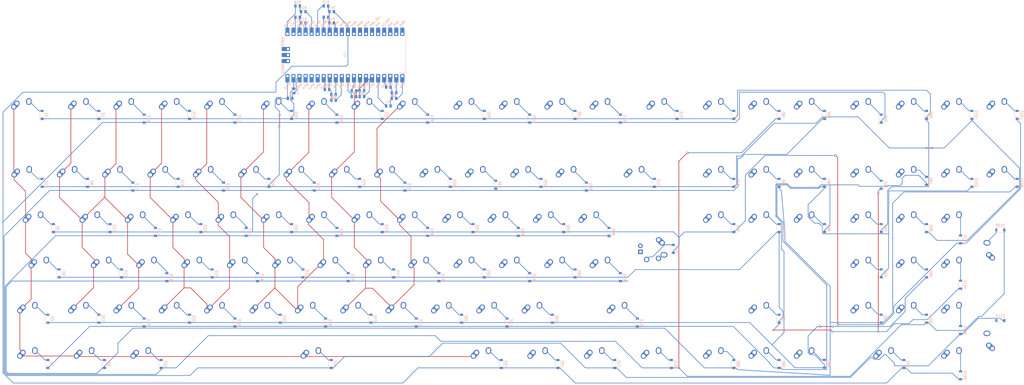
<source format=kicad_pcb>
(kicad_pcb (version 20171130) (host pcbnew "(5.1.4)-1")

  (general
    (thickness 1.6)
    (drawings 0)
    (tracks 919)
    (zones 0)
    (modules 242)
    (nets 151)
  )

  (page A4)
  (layers
    (0 F.Cu signal)
    (31 B.Cu signal)
    (32 B.Adhes user)
    (33 F.Adhes user hide)
    (34 B.Paste user)
    (35 F.Paste user hide)
    (36 B.SilkS user)
    (37 F.SilkS user hide)
    (38 B.Mask user)
    (39 F.Mask user hide)
    (40 Dwgs.User user)
    (41 Cmts.User user)
    (42 Eco1.User user hide)
    (43 Eco2.User user)
    (44 Edge.Cuts user)
    (45 Margin user)
    (46 B.CrtYd user)
    (47 F.CrtYd user hide)
    (48 B.Fab user)
    (49 F.Fab user hide)
  )

  (setup
    (last_trace_width 0.25)
    (trace_clearance 0.2)
    (zone_clearance 0.508)
    (zone_45_only no)
    (trace_min 0.2)
    (via_size 0.8)
    (via_drill 0.4)
    (via_min_size 0.4)
    (via_min_drill 0.3)
    (uvia_size 0.3)
    (uvia_drill 0.1)
    (uvias_allowed no)
    (uvia_min_size 0.2)
    (uvia_min_drill 0.1)
    (edge_width 0.05)
    (segment_width 0.2)
    (pcb_text_width 0.3)
    (pcb_text_size 1.5 1.5)
    (mod_edge_width 0.12)
    (mod_text_size 1 1)
    (mod_text_width 0.15)
    (pad_size 1.524 1.524)
    (pad_drill 0.762)
    (pad_to_mask_clearance 0.051)
    (solder_mask_min_width 0.25)
    (aux_axis_origin 0 0)
    (visible_elements 7FFFF7FF)
    (pcbplotparams
      (layerselection 0x010fc_ffffffff)
      (usegerberextensions false)
      (usegerberattributes false)
      (usegerberadvancedattributes false)
      (creategerberjobfile false)
      (excludeedgelayer true)
      (linewidth 0.100000)
      (plotframeref false)
      (viasonmask false)
      (mode 1)
      (useauxorigin false)
      (hpglpennumber 1)
      (hpglpenspeed 20)
      (hpglpendiameter 15.000000)
      (psnegative false)
      (psa4output false)
      (plotreference true)
      (plotvalue true)
      (plotinvisibletext false)
      (padsonsilk false)
      (subtractmaskfromsilk false)
      (outputformat 1)
      (mirror false)
      (drillshape 1)
      (scaleselection 1)
      (outputdirectory ""))
  )

  (net 0 "")
  (net 1 Row0)
  (net 2 "Net-(D1-Pad2)")
  (net 3 Row1)
  (net 4 "Net-(D2-Pad2)")
  (net 5 Row4)
  (net 6 "Net-(D3-Pad2)")
  (net 7 Row5)
  (net 8 "Net-(D4-Pad2)")
  (net 9 Row2)
  (net 10 "Net-(D5-Pad2)")
  (net 11 Row3)
  (net 12 "Net-(D6-Pad2)")
  (net 13 "Net-(D7-Pad2)")
  (net 14 "Net-(D8-Pad2)")
  (net 15 Row6)
  (net 16 "Net-(D9-Pad2)")
  (net 17 Row9)
  (net 18 "Net-(D10-Pad2)")
  (net 19 "Net-(D11-Pad2)")
  (net 20 "Net-(D12-Pad2)")
  (net 21 "Net-(D13-Pad2)")
  (net 22 Row8)
  (net 23 "Net-(D14-Pad2)")
  (net 24 "Net-(D15-Pad2)")
  (net 25 "Net-(D16-Pad2)")
  (net 26 Row7)
  (net 27 "Net-(D17-Pad2)")
  (net 28 "Net-(D18-Pad2)")
  (net 29 "Net-(D19-Pad2)")
  (net 30 "Net-(D20-Pad2)")
  (net 31 "Net-(D21-Pad2)")
  (net 32 "Net-(D22-Pad2)")
  (net 33 "Net-(D23-Pad2)")
  (net 34 "Net-(D24-Pad2)")
  (net 35 "Net-(D25-Pad2)")
  (net 36 "Net-(D26-Pad2)")
  (net 37 "Net-(D27-Pad2)")
  (net 38 "Net-(D28-Pad2)")
  (net 39 "Net-(D29-Pad2)")
  (net 40 "Net-(D30-Pad2)")
  (net 41 "Net-(D31-Pad2)")
  (net 42 "Net-(D32-Pad2)")
  (net 43 "Net-(D33-Pad2)")
  (net 44 "Net-(D34-Pad2)")
  (net 45 "Net-(D35-Pad2)")
  (net 46 "Net-(D36-Pad2)")
  (net 47 "Net-(D37-Pad2)")
  (net 48 "Net-(D38-Pad2)")
  (net 49 "Net-(D39-Pad2)")
  (net 50 "Net-(D40-Pad2)")
  (net 51 "Net-(D41-Pad2)")
  (net 52 "Net-(D42-Pad2)")
  (net 53 "Net-(D43-Pad2)")
  (net 54 "Net-(D44-Pad2)")
  (net 55 "Net-(D45-Pad2)")
  (net 56 "Net-(D46-Pad2)")
  (net 57 "Net-(D47-Pad2)")
  (net 58 "Net-(D48-Pad2)")
  (net 59 "Net-(D49-Pad2)")
  (net 60 "Net-(D50-Pad2)")
  (net 61 "Net-(D51-Pad2)")
  (net 62 "Net-(D52-Pad2)")
  (net 63 "Net-(D53-Pad2)")
  (net 64 "Net-(D54-Pad2)")
  (net 65 "Net-(D55-Pad2)")
  (net 66 "Net-(D56-Pad2)")
  (net 67 "Net-(D57-Pad2)")
  (net 68 "Net-(D58-Pad2)")
  (net 69 "Net-(D59-Pad2)")
  (net 70 "Net-(D60-Pad2)")
  (net 71 "Net-(D61-Pad2)")
  (net 72 "Net-(D62-Pad2)")
  (net 73 "Net-(D63-Pad2)")
  (net 74 "Net-(D64-Pad2)")
  (net 75 "Net-(D65-Pad2)")
  (net 76 "Net-(D66-Pad2)")
  (net 77 "Net-(D67-Pad2)")
  (net 78 "Net-(D68-Pad2)")
  (net 79 "Net-(D69-Pad2)")
  (net 80 "Net-(D70-Pad2)")
  (net 81 "Net-(D71-Pad2)")
  (net 82 "Net-(D72-Pad2)")
  (net 83 "Net-(D73-Pad2)")
  (net 84 "Net-(D74-Pad2)")
  (net 85 "Net-(D75-Pad2)")
  (net 86 "Net-(D76-Pad2)")
  (net 87 "Net-(D77-Pad2)")
  (net 88 "Net-(D78-Pad2)")
  (net 89 "Net-(D79-Pad2)")
  (net 90 "Net-(D80-Pad2)")
  (net 91 "Net-(D81-Pad2)")
  (net 92 "Net-(D82-Pad2)")
  (net 93 "Net-(D83-Pad2)")
  (net 94 "Net-(D84-Pad2)")
  (net 95 "Net-(D85-Pad2)")
  (net 96 "Net-(D86-Pad2)")
  (net 97 "Net-(D87-Pad2)")
  (net 98 "Net-(D88-Pad2)")
  (net 99 "Net-(D89-Pad2)")
  (net 100 "Net-(D90-Pad2)")
  (net 101 "Net-(D91-Pad2)")
  (net 102 "Net-(D92-Pad2)")
  (net 103 "Net-(D93-Pad2)")
  (net 104 "Net-(D94-Pad2)")
  (net 105 "Net-(D95-Pad2)")
  (net 106 "Net-(D96-Pad2)")
  (net 107 "Net-(D97-Pad2)")
  (net 108 "Net-(D98-Pad2)")
  (net 109 "Net-(D99-Pad2)")
  (net 110 "Net-(D100-Pad2)")
  (net 111 "Net-(D101-Pad2)")
  (net 112 "Net-(D102-Pad2)")
  (net 113 "Net-(D103-Pad2)")
  (net 114 "Net-(D104-Pad2)")
  (net 115 "Net-(D105-Pad2)")
  (net 116 "Net-(D106-Pad2)")
  (net 117 "Net-(D107-Pad2)")
  (net 118 "Net-(D108-Pad2)")
  (net 119 "Net-(D109-Pad2)")
  (net 120 "Net-(D110-Pad2)")
  (net 121 Col0)
  (net 122 Col1)
  (net 123 Col2)
  (net 124 Col3)
  (net 125 Col4)
  (net 126 Col5)
  (net 127 Col6)
  (net 128 Col7)
  (net 129 Col8)
  (net 130 Col9)
  (net 131 Col10)
  (net 132 "Net-(R1-Pad1)")
  (net 133 "Net-(R10-Pad2)")
  (net 134 "Net-(R11-Pad2)")
  (net 135 "Net-(R12-Pad1)")
  (net 136 "Net-(R14-Pad2)")
  (net 137 "Net-(R16-Pad1)")
  (net 138 "Net-(U1-Pad30)")
  (net 139 "Net-(U1-Pad32)")
  (net 140 "Net-(U1-Pad33)")
  (net 141 "Net-(U1-Pad34)")
  (net 142 "Net-(U1-Pad35)")
  (net 143 "Net-(U1-Pad36)")
  (net 144 "Net-(U1-Pad37)")
  (net 145 "Net-(U1-Pad38)")
  (net 146 "Net-(U1-Pad39)")
  (net 147 "Net-(U1-Pad40)")
  (net 148 "Net-(U1-Pad17)")
  (net 149 "Net-(U1-Pad16)")
  (net 150 "Net-(U1-Pad15)")

  (net_class Default "This is the default net class."
    (clearance 0.2)
    (trace_width 0.25)
    (via_dia 0.8)
    (via_drill 0.4)
    (uvia_dia 0.3)
    (uvia_drill 0.1)
    (add_net Col0)
    (add_net Col1)
    (add_net Col10)
    (add_net Col2)
    (add_net Col3)
    (add_net Col4)
    (add_net Col5)
    (add_net Col6)
    (add_net Col7)
    (add_net Col8)
    (add_net Col9)
    (add_net "Net-(D1-Pad2)")
    (add_net "Net-(D10-Pad2)")
    (add_net "Net-(D100-Pad2)")
    (add_net "Net-(D101-Pad2)")
    (add_net "Net-(D102-Pad2)")
    (add_net "Net-(D103-Pad2)")
    (add_net "Net-(D104-Pad2)")
    (add_net "Net-(D105-Pad2)")
    (add_net "Net-(D106-Pad2)")
    (add_net "Net-(D107-Pad2)")
    (add_net "Net-(D108-Pad2)")
    (add_net "Net-(D109-Pad2)")
    (add_net "Net-(D11-Pad2)")
    (add_net "Net-(D110-Pad2)")
    (add_net "Net-(D12-Pad2)")
    (add_net "Net-(D13-Pad2)")
    (add_net "Net-(D14-Pad2)")
    (add_net "Net-(D15-Pad2)")
    (add_net "Net-(D16-Pad2)")
    (add_net "Net-(D17-Pad2)")
    (add_net "Net-(D18-Pad2)")
    (add_net "Net-(D19-Pad2)")
    (add_net "Net-(D2-Pad2)")
    (add_net "Net-(D20-Pad2)")
    (add_net "Net-(D21-Pad2)")
    (add_net "Net-(D22-Pad2)")
    (add_net "Net-(D23-Pad2)")
    (add_net "Net-(D24-Pad2)")
    (add_net "Net-(D25-Pad2)")
    (add_net "Net-(D26-Pad2)")
    (add_net "Net-(D27-Pad2)")
    (add_net "Net-(D28-Pad2)")
    (add_net "Net-(D29-Pad2)")
    (add_net "Net-(D3-Pad2)")
    (add_net "Net-(D30-Pad2)")
    (add_net "Net-(D31-Pad2)")
    (add_net "Net-(D32-Pad2)")
    (add_net "Net-(D33-Pad2)")
    (add_net "Net-(D34-Pad2)")
    (add_net "Net-(D35-Pad2)")
    (add_net "Net-(D36-Pad2)")
    (add_net "Net-(D37-Pad2)")
    (add_net "Net-(D38-Pad2)")
    (add_net "Net-(D39-Pad2)")
    (add_net "Net-(D4-Pad2)")
    (add_net "Net-(D40-Pad2)")
    (add_net "Net-(D41-Pad2)")
    (add_net "Net-(D42-Pad2)")
    (add_net "Net-(D43-Pad2)")
    (add_net "Net-(D44-Pad2)")
    (add_net "Net-(D45-Pad2)")
    (add_net "Net-(D46-Pad2)")
    (add_net "Net-(D47-Pad2)")
    (add_net "Net-(D48-Pad2)")
    (add_net "Net-(D49-Pad2)")
    (add_net "Net-(D5-Pad2)")
    (add_net "Net-(D50-Pad2)")
    (add_net "Net-(D51-Pad2)")
    (add_net "Net-(D52-Pad2)")
    (add_net "Net-(D53-Pad2)")
    (add_net "Net-(D54-Pad2)")
    (add_net "Net-(D55-Pad2)")
    (add_net "Net-(D56-Pad2)")
    (add_net "Net-(D57-Pad2)")
    (add_net "Net-(D58-Pad2)")
    (add_net "Net-(D59-Pad2)")
    (add_net "Net-(D6-Pad2)")
    (add_net "Net-(D60-Pad2)")
    (add_net "Net-(D61-Pad2)")
    (add_net "Net-(D62-Pad2)")
    (add_net "Net-(D63-Pad2)")
    (add_net "Net-(D64-Pad2)")
    (add_net "Net-(D65-Pad2)")
    (add_net "Net-(D66-Pad2)")
    (add_net "Net-(D67-Pad2)")
    (add_net "Net-(D68-Pad2)")
    (add_net "Net-(D69-Pad2)")
    (add_net "Net-(D7-Pad2)")
    (add_net "Net-(D70-Pad2)")
    (add_net "Net-(D71-Pad2)")
    (add_net "Net-(D72-Pad2)")
    (add_net "Net-(D73-Pad2)")
    (add_net "Net-(D74-Pad2)")
    (add_net "Net-(D75-Pad2)")
    (add_net "Net-(D76-Pad2)")
    (add_net "Net-(D77-Pad2)")
    (add_net "Net-(D78-Pad2)")
    (add_net "Net-(D79-Pad2)")
    (add_net "Net-(D8-Pad2)")
    (add_net "Net-(D80-Pad2)")
    (add_net "Net-(D81-Pad2)")
    (add_net "Net-(D82-Pad2)")
    (add_net "Net-(D83-Pad2)")
    (add_net "Net-(D84-Pad2)")
    (add_net "Net-(D85-Pad2)")
    (add_net "Net-(D86-Pad2)")
    (add_net "Net-(D87-Pad2)")
    (add_net "Net-(D88-Pad2)")
    (add_net "Net-(D89-Pad2)")
    (add_net "Net-(D9-Pad2)")
    (add_net "Net-(D90-Pad2)")
    (add_net "Net-(D91-Pad2)")
    (add_net "Net-(D92-Pad2)")
    (add_net "Net-(D93-Pad2)")
    (add_net "Net-(D94-Pad2)")
    (add_net "Net-(D95-Pad2)")
    (add_net "Net-(D96-Pad2)")
    (add_net "Net-(D97-Pad2)")
    (add_net "Net-(D98-Pad2)")
    (add_net "Net-(D99-Pad2)")
    (add_net "Net-(R1-Pad1)")
    (add_net "Net-(R10-Pad2)")
    (add_net "Net-(R11-Pad2)")
    (add_net "Net-(R12-Pad1)")
    (add_net "Net-(R14-Pad2)")
    (add_net "Net-(R16-Pad1)")
    (add_net "Net-(U1-Pad15)")
    (add_net "Net-(U1-Pad16)")
    (add_net "Net-(U1-Pad17)")
    (add_net "Net-(U1-Pad30)")
    (add_net "Net-(U1-Pad32)")
    (add_net "Net-(U1-Pad33)")
    (add_net "Net-(U1-Pad34)")
    (add_net "Net-(U1-Pad35)")
    (add_net "Net-(U1-Pad36)")
    (add_net "Net-(U1-Pad37)")
    (add_net "Net-(U1-Pad38)")
    (add_net "Net-(U1-Pad39)")
    (add_net "Net-(U1-Pad40)")
    (add_net Row0)
    (add_net Row1)
    (add_net Row2)
    (add_net Row3)
    (add_net Row4)
    (add_net Row5)
    (add_net Row6)
    (add_net Row7)
    (add_net Row8)
    (add_net Row9)
  )

  (module MX_Alps_Hybrid:MX-ISO (layer F.Cu) (tedit 5A9F485F) (tstamp 66EB810A)
    (at 433.3875 145.25625)
    (path /66F8E743)
    (fp_text reference MX27 (at 0 3.175) (layer Dwgs.User)
      (effects (font (size 1 1) (thickness 0.15)))
    )
    (fp_text value MX-NoLED (at 0 -7.9375) (layer Dwgs.User)
      (effects (font (size 1 1) (thickness 0.15)))
    )
    (fp_line (start -16.66875 -19.05) (end -16.66875 0) (layer Dwgs.User) (width 0.15))
    (fp_line (start -11.90625 19.05) (end 11.90625 19.05) (layer Dwgs.User) (width 0.15))
    (fp_line (start 11.90625 -19.05) (end 11.90625 19.05) (layer Dwgs.User) (width 0.15))
    (fp_line (start -16.66875 -19.05) (end 11.90625 -19.05) (layer Dwgs.User) (width 0.15))
    (fp_line (start -7 -7) (end -7 -5) (layer Dwgs.User) (width 0.15))
    (fp_line (start -5 -7) (end -7 -7) (layer Dwgs.User) (width 0.15))
    (fp_line (start -7 7) (end -5 7) (layer Dwgs.User) (width 0.15))
    (fp_line (start -7 5) (end -7 7) (layer Dwgs.User) (width 0.15))
    (fp_line (start 7 7) (end 7 5) (layer Dwgs.User) (width 0.15))
    (fp_line (start 5 7) (end 7 7) (layer Dwgs.User) (width 0.15))
    (fp_line (start 7 -7) (end 7 -5) (layer Dwgs.User) (width 0.15))
    (fp_line (start 5 -7) (end 7 -7) (layer Dwgs.User) (width 0.15))
    (fp_line (start -11.90625 0) (end -16.66875 0) (layer Dwgs.User) (width 0.15))
    (fp_line (start -11.90625 19.05) (end -11.90625 0) (layer Dwgs.User) (width 0.15))
    (pad "" np_thru_hole circle (at 8.255 -11.938) (size 3.9878 3.9878) (drill 3.9878) (layers *.Cu *.Mask))
    (pad "" np_thru_hole circle (at 8.255 11.938) (size 3.9878 3.9878) (drill 3.9878) (layers *.Cu *.Mask))
    (pad "" np_thru_hole circle (at -6.985 -11.938) (size 3.048 3.048) (drill 3.048) (layers *.Cu *.Mask))
    (pad "" np_thru_hole circle (at -6.985 11.938) (size 3.048 3.048) (drill 3.048) (layers *.Cu *.Mask))
    (pad 2 thru_hole circle (at -2.5 4.5) (size 2.25 2.25) (drill 1.47) (layers *.Cu B.Mask)
      (net 82 "Net-(D72-Pad2)"))
    (pad 1 thru_hole circle (at 2.5 4) (size 2.25 2.25) (drill 1.47) (layers *.Cu B.Mask)
      (net 128 Col7))
    (pad "" np_thru_hole circle (at 0 5.08 48.0996) (size 1.7018 1.7018) (drill 1.7018) (layers *.Cu *.Mask))
    (pad "" np_thru_hole circle (at 0 -5.08 48.0996) (size 1.7018 1.7018) (drill 1.7018) (layers *.Cu *.Mask))
    (pad 3 thru_hole circle (at -5.08 -1.27) (size 1.905 1.905) (drill 1.04) (layers *.Cu B.Mask))
    (pad 4 thru_hole rect (at -5.08 1.27) (size 1.905 1.905) (drill 1.04) (layers *.Cu B.Mask))
    (pad 2 thru_hole circle (at 4 -2.5) (size 2.25 2.25) (drill 1.47) (layers *.Cu B.Mask)
      (net 82 "Net-(D72-Pad2)"))
    (pad "" np_thru_hole circle (at 0 0) (size 3.9878 3.9878) (drill 3.9878) (layers *.Cu *.Mask))
    (pad 2 thru_hole oval (at 2.54 -3.81 318.1) (size 4.211556 2.25) (drill 1.47 (offset 0.980778 0)) (layers *.Cu B.Mask)
      (net 82 "Net-(D72-Pad2)"))
    (pad 1 thru_hole circle (at 5.08 2.54) (size 2.25 2.25) (drill 1.47) (layers *.Cu B.Mask)
      (net 128 Col7))
    (pad 1 thru_hole oval (at 4.5 2.5 356.055) (size 2.831378 2.25) (drill 1.47 (offset 0.290689 0)) (layers *.Cu B.Mask)
      (net 128 Col7))
  )

  (module MX_Alps_Hybrid:MX-2U-ReversedStabilizers-NoLED (layer F.Cu) (tedit 5A9F5237) (tstamp 66EB8851)
    (at 578.64375 183.35625 90)
    (path /66EF1D00)
    (fp_text reference MX810 (at 0 3.175 90) (layer Dwgs.User)
      (effects (font (size 1 1) (thickness 0.15)))
    )
    (fp_text value MX-NoLED (at 0 -7.9375 90) (layer Dwgs.User)
      (effects (font (size 1 1) (thickness 0.15)))
    )
    (fp_line (start -19.05 9.525) (end -19.05 -9.525) (layer Dwgs.User) (width 0.15))
    (fp_line (start -19.05 9.525) (end 19.05 9.525) (layer Dwgs.User) (width 0.15))
    (fp_line (start 19.05 -9.525) (end 19.05 9.525) (layer Dwgs.User) (width 0.15))
    (fp_line (start -19.05 -9.525) (end 19.05 -9.525) (layer Dwgs.User) (width 0.15))
    (fp_line (start -7 -7) (end -7 -5) (layer Dwgs.User) (width 0.15))
    (fp_line (start -5 -7) (end -7 -7) (layer Dwgs.User) (width 0.15))
    (fp_line (start -7 7) (end -5 7) (layer Dwgs.User) (width 0.15))
    (fp_line (start -7 5) (end -7 7) (layer Dwgs.User) (width 0.15))
    (fp_line (start 7 7) (end 7 5) (layer Dwgs.User) (width 0.15))
    (fp_line (start 5 7) (end 7 7) (layer Dwgs.User) (width 0.15))
    (fp_line (start 7 -7) (end 7 -5) (layer Dwgs.User) (width 0.15))
    (fp_line (start 5 -7) (end 7 -7) (layer Dwgs.User) (width 0.15))
    (pad "" np_thru_hole circle (at 11.938 -8.255 90) (size 3.9878 3.9878) (drill 3.9878) (layers *.Cu *.Mask))
    (pad "" np_thru_hole circle (at -11.938 -8.255 90) (size 3.9878 3.9878) (drill 3.9878) (layers *.Cu *.Mask))
    (pad "" np_thru_hole circle (at 11.938 6.985 90) (size 3.048 3.048) (drill 3.048) (layers *.Cu *.Mask))
    (pad "" np_thru_hole circle (at -11.938 6.985 90) (size 3.048 3.048) (drill 3.048) (layers *.Cu *.Mask))
    (pad "" np_thru_hole circle (at 5.08 0 138.0996) (size 1.75 1.75) (drill 1.75) (layers *.Cu *.Mask))
    (pad "" np_thru_hole circle (at -5.08 0 138.0996) (size 1.75 1.75) (drill 1.75) (layers *.Cu *.Mask))
    (pad 1 thru_hole circle (at -2.5 -4 90) (size 2.25 2.25) (drill 1.47) (layers *.Cu B.Mask)
      (net 131 Col10))
    (pad "" np_thru_hole circle (at 0 0 90) (size 3.9878 3.9878) (drill 3.9878) (layers *.Cu *.Mask))
    (pad 1 thru_hole oval (at -3.81 -2.54 138.0996) (size 4.211556 2.25) (drill 1.47 (offset 0.980778 0)) (layers *.Cu B.Mask)
      (net 131 Col10))
    (pad 2 thru_hole circle (at 2.54 -5.08 90) (size 2.25 2.25) (drill 1.47) (layers *.Cu B.Mask)
      (net 120 "Net-(D110-Pad2)"))
    (pad 2 thru_hole oval (at 2.5 -4.5 176.0548) (size 2.831378 2.25) (drill 1.47 (offset 0.290689 0)) (layers *.Cu B.Mask)
      (net 120 "Net-(D110-Pad2)"))
  )

  (module MX_Alps_Hybrid:MX-2U-ReversedStabilizers-NoLED (layer F.Cu) (tedit 5A9F5237) (tstamp 66EB883A)
    (at 578.64375 145.25625 90)
    (path /66EEA5AE)
    (fp_text reference MX710 (at 0 3.175 90) (layer Dwgs.User)
      (effects (font (size 1 1) (thickness 0.15)))
    )
    (fp_text value MX-NoLED (at 0 -7.9375 90) (layer Dwgs.User)
      (effects (font (size 1 1) (thickness 0.15)))
    )
    (fp_line (start -19.05 9.525) (end -19.05 -9.525) (layer Dwgs.User) (width 0.15))
    (fp_line (start -19.05 9.525) (end 19.05 9.525) (layer Dwgs.User) (width 0.15))
    (fp_line (start 19.05 -9.525) (end 19.05 9.525) (layer Dwgs.User) (width 0.15))
    (fp_line (start -19.05 -9.525) (end 19.05 -9.525) (layer Dwgs.User) (width 0.15))
    (fp_line (start -7 -7) (end -7 -5) (layer Dwgs.User) (width 0.15))
    (fp_line (start -5 -7) (end -7 -7) (layer Dwgs.User) (width 0.15))
    (fp_line (start -7 7) (end -5 7) (layer Dwgs.User) (width 0.15))
    (fp_line (start -7 5) (end -7 7) (layer Dwgs.User) (width 0.15))
    (fp_line (start 7 7) (end 7 5) (layer Dwgs.User) (width 0.15))
    (fp_line (start 5 7) (end 7 7) (layer Dwgs.User) (width 0.15))
    (fp_line (start 7 -7) (end 7 -5) (layer Dwgs.User) (width 0.15))
    (fp_line (start 5 -7) (end 7 -7) (layer Dwgs.User) (width 0.15))
    (pad "" np_thru_hole circle (at 11.938 -8.255 90) (size 3.9878 3.9878) (drill 3.9878) (layers *.Cu *.Mask))
    (pad "" np_thru_hole circle (at -11.938 -8.255 90) (size 3.9878 3.9878) (drill 3.9878) (layers *.Cu *.Mask))
    (pad "" np_thru_hole circle (at 11.938 6.985 90) (size 3.048 3.048) (drill 3.048) (layers *.Cu *.Mask))
    (pad "" np_thru_hole circle (at -11.938 6.985 90) (size 3.048 3.048) (drill 3.048) (layers *.Cu *.Mask))
    (pad "" np_thru_hole circle (at 5.08 0 138.0996) (size 1.75 1.75) (drill 1.75) (layers *.Cu *.Mask))
    (pad "" np_thru_hole circle (at -5.08 0 138.0996) (size 1.75 1.75) (drill 1.75) (layers *.Cu *.Mask))
    (pad 1 thru_hole circle (at -2.5 -4 90) (size 2.25 2.25) (drill 1.47) (layers *.Cu B.Mask)
      (net 131 Col10))
    (pad "" np_thru_hole circle (at 0 0 90) (size 3.9878 3.9878) (drill 3.9878) (layers *.Cu *.Mask))
    (pad 1 thru_hole oval (at -3.81 -2.54 138.0996) (size 4.211556 2.25) (drill 1.47 (offset 0.980778 0)) (layers *.Cu B.Mask)
      (net 131 Col10))
    (pad 2 thru_hole circle (at 2.54 -5.08 90) (size 2.25 2.25) (drill 1.47) (layers *.Cu B.Mask)
      (net 119 "Net-(D109-Pad2)"))
    (pad 2 thru_hole oval (at 2.5 -4.5 176.0548) (size 2.831378 2.25) (drill 1.47 (offset 0.290689 0)) (layers *.Cu B.Mask)
      (net 119 "Net-(D109-Pad2)"))
  )

  (module MX_Alps_Hybrid:MX-2U-ReversedStabilizers-NoLED (layer F.Cu) (tedit 5A9F5237) (tstamp 66EB8782)
    (at 531.01875 192.88125)
    (path /66F06138)
    (fp_text reference MX99 (at 0 3.175) (layer Dwgs.User)
      (effects (font (size 1 1) (thickness 0.15)))
    )
    (fp_text value MX-NoLED (at 0 -7.9375) (layer Dwgs.User)
      (effects (font (size 1 1) (thickness 0.15)))
    )
    (fp_line (start -19.05 9.525) (end -19.05 -9.525) (layer Dwgs.User) (width 0.15))
    (fp_line (start -19.05 9.525) (end 19.05 9.525) (layer Dwgs.User) (width 0.15))
    (fp_line (start 19.05 -9.525) (end 19.05 9.525) (layer Dwgs.User) (width 0.15))
    (fp_line (start -19.05 -9.525) (end 19.05 -9.525) (layer Dwgs.User) (width 0.15))
    (fp_line (start -7 -7) (end -7 -5) (layer Dwgs.User) (width 0.15))
    (fp_line (start -5 -7) (end -7 -7) (layer Dwgs.User) (width 0.15))
    (fp_line (start -7 7) (end -5 7) (layer Dwgs.User) (width 0.15))
    (fp_line (start -7 5) (end -7 7) (layer Dwgs.User) (width 0.15))
    (fp_line (start 7 7) (end 7 5) (layer Dwgs.User) (width 0.15))
    (fp_line (start 5 7) (end 7 7) (layer Dwgs.User) (width 0.15))
    (fp_line (start 7 -7) (end 7 -5) (layer Dwgs.User) (width 0.15))
    (fp_line (start 5 -7) (end 7 -7) (layer Dwgs.User) (width 0.15))
    (pad "" np_thru_hole circle (at 11.938 -8.255) (size 3.9878 3.9878) (drill 3.9878) (layers *.Cu *.Mask))
    (pad "" np_thru_hole circle (at -11.938 -8.255) (size 3.9878 3.9878) (drill 3.9878) (layers *.Cu *.Mask))
    (pad "" np_thru_hole circle (at 11.938 6.985) (size 3.048 3.048) (drill 3.048) (layers *.Cu *.Mask))
    (pad "" np_thru_hole circle (at -11.938 6.985) (size 3.048 3.048) (drill 3.048) (layers *.Cu *.Mask))
    (pad "" np_thru_hole circle (at 5.08 0 48.0996) (size 1.75 1.75) (drill 1.75) (layers *.Cu *.Mask))
    (pad "" np_thru_hole circle (at -5.08 0 48.0996) (size 1.75 1.75) (drill 1.75) (layers *.Cu *.Mask))
    (pad 1 thru_hole circle (at -2.5 -4) (size 2.25 2.25) (drill 1.47) (layers *.Cu B.Mask)
      (net 130 Col9))
    (pad "" np_thru_hole circle (at 0 0) (size 3.9878 3.9878) (drill 3.9878) (layers *.Cu *.Mask))
    (pad 1 thru_hole oval (at -3.81 -2.54 48.0996) (size 4.211556 2.25) (drill 1.47 (offset 0.980778 0)) (layers *.Cu B.Mask)
      (net 130 Col9))
    (pad 2 thru_hole circle (at 2.54 -5.08) (size 2.25 2.25) (drill 1.47) (layers *.Cu B.Mask)
      (net 105 "Net-(D95-Pad2)"))
    (pad 2 thru_hole oval (at 2.5 -4.5 86.0548) (size 2.831378 2.25) (drill 1.47 (offset 0.290689 0)) (layers *.Cu B.Mask)
      (net 105 "Net-(D95-Pad2)"))
  )

  (module MX_Alps_Hybrid:MX-1.25U-NoLED (layer F.Cu) (tedit 5A9F5210) (tstamp 66EB8754)
    (at 385.7625 192.88125)
    (path /66F8E6EF)
    (fp_text reference MX97 (at 0 3.175) (layer Dwgs.User)
      (effects (font (size 1 1) (thickness 0.15)))
    )
    (fp_text value MX-NoLED (at 0 -7.9375) (layer Dwgs.User)
      (effects (font (size 1 1) (thickness 0.15)))
    )
    (fp_line (start -11.90625 9.525) (end -11.90625 -9.525) (layer Dwgs.User) (width 0.15))
    (fp_line (start 11.90625 9.525) (end -11.90625 9.525) (layer Dwgs.User) (width 0.15))
    (fp_line (start 11.90625 -9.525) (end 11.90625 9.525) (layer Dwgs.User) (width 0.15))
    (fp_line (start -11.90625 -9.525) (end 11.90625 -9.525) (layer Dwgs.User) (width 0.15))
    (fp_line (start -7 -7) (end -7 -5) (layer Dwgs.User) (width 0.15))
    (fp_line (start -5 -7) (end -7 -7) (layer Dwgs.User) (width 0.15))
    (fp_line (start -7 7) (end -5 7) (layer Dwgs.User) (width 0.15))
    (fp_line (start -7 5) (end -7 7) (layer Dwgs.User) (width 0.15))
    (fp_line (start 7 7) (end 7 5) (layer Dwgs.User) (width 0.15))
    (fp_line (start 5 7) (end 7 7) (layer Dwgs.User) (width 0.15))
    (fp_line (start 7 -7) (end 7 -5) (layer Dwgs.User) (width 0.15))
    (fp_line (start 5 -7) (end 7 -7) (layer Dwgs.User) (width 0.15))
    (pad "" np_thru_hole circle (at 5.08 0 48.0996) (size 1.75 1.75) (drill 1.75) (layers *.Cu *.Mask))
    (pad "" np_thru_hole circle (at -5.08 0 48.0996) (size 1.75 1.75) (drill 1.75) (layers *.Cu *.Mask))
    (pad 1 thru_hole circle (at -2.5 -4) (size 2.25 2.25) (drill 1.47) (layers *.Cu B.Mask)
      (net 128 Col7))
    (pad "" np_thru_hole circle (at 0 0) (size 3.9878 3.9878) (drill 3.9878) (layers *.Cu *.Mask))
    (pad 1 thru_hole oval (at -3.81 -2.54 48.0996) (size 4.211556 2.25) (drill 1.47 (offset 0.980778 0)) (layers *.Cu B.Mask)
      (net 128 Col7))
    (pad 2 thru_hole circle (at 2.54 -5.08) (size 2.25 2.25) (drill 1.47) (layers *.Cu B.Mask)
      (net 74 "Net-(D64-Pad2)"))
    (pad 2 thru_hole oval (at 2.5 -4.5 86.0548) (size 2.831378 2.25) (drill 1.47 (offset 0.290689 0)) (layers *.Cu B.Mask)
      (net 74 "Net-(D64-Pad2)"))
  )

  (module MX_Alps_Hybrid:MX-1.25U-NoLED (layer F.Cu) (tedit 5A9F5210) (tstamp 66EB86B3)
    (at 361.95 192.88125)
    (path /66F8E6B3)
    (fp_text reference MX90 (at 0 3.175) (layer Dwgs.User)
      (effects (font (size 1 1) (thickness 0.15)))
    )
    (fp_text value MX-NoLED (at 0 -7.9375) (layer Dwgs.User)
      (effects (font (size 1 1) (thickness 0.15)))
    )
    (fp_line (start -11.90625 9.525) (end -11.90625 -9.525) (layer Dwgs.User) (width 0.15))
    (fp_line (start 11.90625 9.525) (end -11.90625 9.525) (layer Dwgs.User) (width 0.15))
    (fp_line (start 11.90625 -9.525) (end 11.90625 9.525) (layer Dwgs.User) (width 0.15))
    (fp_line (start -11.90625 -9.525) (end 11.90625 -9.525) (layer Dwgs.User) (width 0.15))
    (fp_line (start -7 -7) (end -7 -5) (layer Dwgs.User) (width 0.15))
    (fp_line (start -5 -7) (end -7 -7) (layer Dwgs.User) (width 0.15))
    (fp_line (start -7 7) (end -5 7) (layer Dwgs.User) (width 0.15))
    (fp_line (start -7 5) (end -7 7) (layer Dwgs.User) (width 0.15))
    (fp_line (start 7 7) (end 7 5) (layer Dwgs.User) (width 0.15))
    (fp_line (start 5 7) (end 7 7) (layer Dwgs.User) (width 0.15))
    (fp_line (start 7 -7) (end 7 -5) (layer Dwgs.User) (width 0.15))
    (fp_line (start 5 -7) (end 7 -7) (layer Dwgs.User) (width 0.15))
    (pad "" np_thru_hole circle (at 5.08 0 48.0996) (size 1.75 1.75) (drill 1.75) (layers *.Cu *.Mask))
    (pad "" np_thru_hole circle (at -5.08 0 48.0996) (size 1.75 1.75) (drill 1.75) (layers *.Cu *.Mask))
    (pad 1 thru_hole circle (at -2.5 -4) (size 2.25 2.25) (drill 1.47) (layers *.Cu B.Mask)
      (net 121 Col0))
    (pad "" np_thru_hole circle (at 0 0) (size 3.9878 3.9878) (drill 3.9878) (layers *.Cu *.Mask))
    (pad 1 thru_hole oval (at -3.81 -2.54 48.0996) (size 4.211556 2.25) (drill 1.47 (offset 0.980778 0)) (layers *.Cu B.Mask)
      (net 121 Col0))
    (pad 2 thru_hole circle (at 2.54 -5.08) (size 2.25 2.25) (drill 1.47) (layers *.Cu B.Mask)
      (net 64 "Net-(D54-Pad2)"))
    (pad 2 thru_hole oval (at 2.5 -4.5 86.0548) (size 2.831378 2.25) (drill 1.47 (offset 0.290689 0)) (layers *.Cu B.Mask)
      (net 64 "Net-(D54-Pad2)"))
  )

  (module MX_Alps_Hybrid:MX-1.25U-NoLED (layer F.Cu) (tedit 5A9F5210) (tstamp 66EB866E)
    (at 409.575 192.88125)
    (path /66F8E72B)
    (fp_text reference MX87 (at 0 3.175) (layer Dwgs.User)
      (effects (font (size 1 1) (thickness 0.15)))
    )
    (fp_text value MX-NoLED (at 0 -7.9375) (layer Dwgs.User)
      (effects (font (size 1 1) (thickness 0.15)))
    )
    (fp_line (start -11.90625 9.525) (end -11.90625 -9.525) (layer Dwgs.User) (width 0.15))
    (fp_line (start 11.90625 9.525) (end -11.90625 9.525) (layer Dwgs.User) (width 0.15))
    (fp_line (start 11.90625 -9.525) (end 11.90625 9.525) (layer Dwgs.User) (width 0.15))
    (fp_line (start -11.90625 -9.525) (end 11.90625 -9.525) (layer Dwgs.User) (width 0.15))
    (fp_line (start -7 -7) (end -7 -5) (layer Dwgs.User) (width 0.15))
    (fp_line (start -5 -7) (end -7 -7) (layer Dwgs.User) (width 0.15))
    (fp_line (start -7 7) (end -5 7) (layer Dwgs.User) (width 0.15))
    (fp_line (start -7 5) (end -7 7) (layer Dwgs.User) (width 0.15))
    (fp_line (start 7 7) (end 7 5) (layer Dwgs.User) (width 0.15))
    (fp_line (start 5 7) (end 7 7) (layer Dwgs.User) (width 0.15))
    (fp_line (start 7 -7) (end 7 -5) (layer Dwgs.User) (width 0.15))
    (fp_line (start 5 -7) (end 7 -7) (layer Dwgs.User) (width 0.15))
    (pad "" np_thru_hole circle (at 5.08 0 48.0996) (size 1.75 1.75) (drill 1.75) (layers *.Cu *.Mask))
    (pad "" np_thru_hole circle (at -5.08 0 48.0996) (size 1.75 1.75) (drill 1.75) (layers *.Cu *.Mask))
    (pad 1 thru_hole circle (at -2.5 -4) (size 2.25 2.25) (drill 1.47) (layers *.Cu B.Mask)
      (net 128 Col7))
    (pad "" np_thru_hole circle (at 0 0) (size 3.9878 3.9878) (drill 3.9878) (layers *.Cu *.Mask))
    (pad 1 thru_hole oval (at -3.81 -2.54 48.0996) (size 4.211556 2.25) (drill 1.47 (offset 0.980778 0)) (layers *.Cu B.Mask)
      (net 128 Col7))
    (pad 2 thru_hole circle (at 2.54 -5.08) (size 2.25 2.25) (drill 1.47) (layers *.Cu B.Mask)
      (net 81 "Net-(D71-Pad2)"))
    (pad 2 thru_hole oval (at 2.5 -4.5 86.0548) (size 2.831378 2.25) (drill 1.47 (offset 0.290689 0)) (layers *.Cu B.Mask)
      (net 81 "Net-(D71-Pad2)"))
  )

  (module MX_Alps_Hybrid:MX-6.25U-ReversedStabilizers-NoLED (layer F.Cu) (tedit 5A9F530A) (tstamp 66EB85CD)
    (at 290.5125 192.88125)
    (path /66F8E5FF)
    (fp_text reference MX80 (at 0 3.175) (layer Dwgs.User)
      (effects (font (size 1 1) (thickness 0.15)))
    )
    (fp_text value MX-NoLED (at 0 -7.9375) (layer Dwgs.User)
      (effects (font (size 1 1) (thickness 0.15)))
    )
    (fp_line (start -59.53125 9.525) (end -59.53125 -9.525) (layer Dwgs.User) (width 0.15))
    (fp_line (start -59.53125 9.525) (end 59.53125 9.525) (layer Dwgs.User) (width 0.15))
    (fp_line (start 59.53125 -9.525) (end 59.53125 9.525) (layer Dwgs.User) (width 0.15))
    (fp_line (start -59.53125 -9.525) (end 59.53125 -9.525) (layer Dwgs.User) (width 0.15))
    (fp_line (start -7 -7) (end -7 -5) (layer Dwgs.User) (width 0.15))
    (fp_line (start -5 -7) (end -7 -7) (layer Dwgs.User) (width 0.15))
    (fp_line (start -7 7) (end -5 7) (layer Dwgs.User) (width 0.15))
    (fp_line (start -7 5) (end -7 7) (layer Dwgs.User) (width 0.15))
    (fp_line (start 7 7) (end 7 5) (layer Dwgs.User) (width 0.15))
    (fp_line (start 5 7) (end 7 7) (layer Dwgs.User) (width 0.15))
    (fp_line (start 7 -7) (end 7 -5) (layer Dwgs.User) (width 0.15))
    (fp_line (start 5 -7) (end 7 -7) (layer Dwgs.User) (width 0.15))
    (pad "" np_thru_hole circle (at 49.9999 -8.255) (size 3.9878 3.9878) (drill 3.9878) (layers *.Cu *.Mask))
    (pad "" np_thru_hole circle (at -49.9999 -8.255) (size 3.9878 3.9878) (drill 3.9878) (layers *.Cu *.Mask))
    (pad "" np_thru_hole circle (at 49.9999 6.985) (size 3.048 3.048) (drill 3.048) (layers *.Cu *.Mask))
    (pad "" np_thru_hole circle (at -49.9999 6.985) (size 3.048 3.048) (drill 3.048) (layers *.Cu *.Mask))
    (pad "" np_thru_hole circle (at 5.08 0 48.0996) (size 1.75 1.75) (drill 1.75) (layers *.Cu *.Mask))
    (pad "" np_thru_hole circle (at -5.08 0 48.0996) (size 1.75 1.75) (drill 1.75) (layers *.Cu *.Mask))
    (pad 1 thru_hole circle (at -2.5 -4) (size 2.25 2.25) (drill 1.47) (layers *.Cu B.Mask)
      (net 121 Col0))
    (pad "" np_thru_hole circle (at 0 0) (size 3.9878 3.9878) (drill 3.9878) (layers *.Cu *.Mask))
    (pad 1 thru_hole oval (at -3.81 -2.54 48.0996) (size 4.211556 2.25) (drill 1.47 (offset 0.980778 0)) (layers *.Cu B.Mask)
      (net 121 Col0))
    (pad 2 thru_hole circle (at 2.54 -5.08) (size 2.25 2.25) (drill 1.47) (layers *.Cu B.Mask)
      (net 47 "Net-(D37-Pad2)"))
    (pad 2 thru_hole oval (at 2.5 -4.5 86.0548) (size 2.831378 2.25) (drill 1.47 (offset 0.290689 0)) (layers *.Cu B.Mask)
      (net 47 "Net-(D37-Pad2)"))
  )

  (module MX_Alps_Hybrid:MX-1.25U-NoLED (layer F.Cu) (tedit 5A9F5210) (tstamp 66EB8588)
    (at 433.3875 192.88125)
    (path /66F8E767)
    (fp_text reference MX77 (at 0 3.175) (layer Dwgs.User)
      (effects (font (size 1 1) (thickness 0.15)))
    )
    (fp_text value MX-NoLED (at 0 -7.9375) (layer Dwgs.User)
      (effects (font (size 1 1) (thickness 0.15)))
    )
    (fp_line (start -11.90625 9.525) (end -11.90625 -9.525) (layer Dwgs.User) (width 0.15))
    (fp_line (start 11.90625 9.525) (end -11.90625 9.525) (layer Dwgs.User) (width 0.15))
    (fp_line (start 11.90625 -9.525) (end 11.90625 9.525) (layer Dwgs.User) (width 0.15))
    (fp_line (start -11.90625 -9.525) (end 11.90625 -9.525) (layer Dwgs.User) (width 0.15))
    (fp_line (start -7 -7) (end -7 -5) (layer Dwgs.User) (width 0.15))
    (fp_line (start -5 -7) (end -7 -7) (layer Dwgs.User) (width 0.15))
    (fp_line (start -7 7) (end -5 7) (layer Dwgs.User) (width 0.15))
    (fp_line (start -7 5) (end -7 7) (layer Dwgs.User) (width 0.15))
    (fp_line (start 7 7) (end 7 5) (layer Dwgs.User) (width 0.15))
    (fp_line (start 5 7) (end 7 7) (layer Dwgs.User) (width 0.15))
    (fp_line (start 7 -7) (end 7 -5) (layer Dwgs.User) (width 0.15))
    (fp_line (start 5 -7) (end 7 -7) (layer Dwgs.User) (width 0.15))
    (pad "" np_thru_hole circle (at 5.08 0 48.0996) (size 1.75 1.75) (drill 1.75) (layers *.Cu *.Mask))
    (pad "" np_thru_hole circle (at -5.08 0 48.0996) (size 1.75 1.75) (drill 1.75) (layers *.Cu *.Mask))
    (pad 1 thru_hole circle (at -2.5 -4) (size 2.25 2.25) (drill 1.47) (layers *.Cu B.Mask)
      (net 128 Col7))
    (pad "" np_thru_hole circle (at 0 0) (size 3.9878 3.9878) (drill 3.9878) (layers *.Cu *.Mask))
    (pad 1 thru_hole oval (at -3.81 -2.54 48.0996) (size 4.211556 2.25) (drill 1.47 (offset 0.980778 0)) (layers *.Cu B.Mask)
      (net 128 Col7))
    (pad 2 thru_hole circle (at 2.54 -5.08) (size 2.25 2.25) (drill 1.47) (layers *.Cu B.Mask)
      (net 86 "Net-(D76-Pad2)"))
    (pad 2 thru_hole oval (at 2.5 -4.5 86.0548) (size 2.831378 2.25) (drill 1.47 (offset 0.290689 0)) (layers *.Cu B.Mask)
      (net 86 "Net-(D76-Pad2)"))
  )

  (module MX_Alps_Hybrid:MX-1.25U-NoLED (layer F.Cu) (tedit 5A9F5210) (tstamp 66EB84E7)
    (at 219.075 192.88125)
    (path /66F41237)
    (fp_text reference MX70 (at 0 3.175) (layer Dwgs.User)
      (effects (font (size 1 1) (thickness 0.15)))
    )
    (fp_text value MX-NoLED (at 0 -7.9375) (layer Dwgs.User)
      (effects (font (size 1 1) (thickness 0.15)))
    )
    (fp_line (start -11.90625 9.525) (end -11.90625 -9.525) (layer Dwgs.User) (width 0.15))
    (fp_line (start 11.90625 9.525) (end -11.90625 9.525) (layer Dwgs.User) (width 0.15))
    (fp_line (start 11.90625 -9.525) (end 11.90625 9.525) (layer Dwgs.User) (width 0.15))
    (fp_line (start -11.90625 -9.525) (end 11.90625 -9.525) (layer Dwgs.User) (width 0.15))
    (fp_line (start -7 -7) (end -7 -5) (layer Dwgs.User) (width 0.15))
    (fp_line (start -5 -7) (end -7 -7) (layer Dwgs.User) (width 0.15))
    (fp_line (start -7 7) (end -5 7) (layer Dwgs.User) (width 0.15))
    (fp_line (start -7 5) (end -7 7) (layer Dwgs.User) (width 0.15))
    (fp_line (start 7 7) (end 7 5) (layer Dwgs.User) (width 0.15))
    (fp_line (start 5 7) (end 7 7) (layer Dwgs.User) (width 0.15))
    (fp_line (start 7 -7) (end 7 -5) (layer Dwgs.User) (width 0.15))
    (fp_line (start 5 -7) (end 7 -7) (layer Dwgs.User) (width 0.15))
    (pad "" np_thru_hole circle (at 5.08 0 48.0996) (size 1.75 1.75) (drill 1.75) (layers *.Cu *.Mask))
    (pad "" np_thru_hole circle (at -5.08 0 48.0996) (size 1.75 1.75) (drill 1.75) (layers *.Cu *.Mask))
    (pad 1 thru_hole circle (at -2.5 -4) (size 2.25 2.25) (drill 1.47) (layers *.Cu B.Mask)
      (net 121 Col0))
    (pad "" np_thru_hole circle (at 0 0) (size 3.9878 3.9878) (drill 3.9878) (layers *.Cu *.Mask))
    (pad 1 thru_hole oval (at -3.81 -2.54 48.0996) (size 4.211556 2.25) (drill 1.47 (offset 0.980778 0)) (layers *.Cu B.Mask)
      (net 121 Col0))
    (pad 2 thru_hole circle (at 2.54 -5.08) (size 2.25 2.25) (drill 1.47) (layers *.Cu B.Mask)
      (net 30 "Net-(D20-Pad2)"))
    (pad 2 thru_hole oval (at 2.5 -4.5 86.0548) (size 2.831378 2.25) (drill 1.47 (offset 0.290689 0)) (layers *.Cu B.Mask)
      (net 30 "Net-(D20-Pad2)"))
  )

  (module MX_Alps_Hybrid:MX-1.25U-NoLED (layer F.Cu) (tedit 5A9F5210) (tstamp 66EB8401)
    (at 195.2625 192.88125)
    (path /66F3B3F3)
    (fp_text reference MX60 (at 0 3.175) (layer Dwgs.User)
      (effects (font (size 1 1) (thickness 0.15)))
    )
    (fp_text value MX-NoLED (at 0 -7.9375) (layer Dwgs.User)
      (effects (font (size 1 1) (thickness 0.15)))
    )
    (fp_line (start -11.90625 9.525) (end -11.90625 -9.525) (layer Dwgs.User) (width 0.15))
    (fp_line (start 11.90625 9.525) (end -11.90625 9.525) (layer Dwgs.User) (width 0.15))
    (fp_line (start 11.90625 -9.525) (end 11.90625 9.525) (layer Dwgs.User) (width 0.15))
    (fp_line (start -11.90625 -9.525) (end 11.90625 -9.525) (layer Dwgs.User) (width 0.15))
    (fp_line (start -7 -7) (end -7 -5) (layer Dwgs.User) (width 0.15))
    (fp_line (start -5 -7) (end -7 -7) (layer Dwgs.User) (width 0.15))
    (fp_line (start -7 7) (end -5 7) (layer Dwgs.User) (width 0.15))
    (fp_line (start -7 5) (end -7 7) (layer Dwgs.User) (width 0.15))
    (fp_line (start 7 7) (end 7 5) (layer Dwgs.User) (width 0.15))
    (fp_line (start 5 7) (end 7 7) (layer Dwgs.User) (width 0.15))
    (fp_line (start 7 -7) (end 7 -5) (layer Dwgs.User) (width 0.15))
    (fp_line (start 5 -7) (end 7 -7) (layer Dwgs.User) (width 0.15))
    (pad "" np_thru_hole circle (at 5.08 0 48.0996) (size 1.75 1.75) (drill 1.75) (layers *.Cu *.Mask))
    (pad "" np_thru_hole circle (at -5.08 0 48.0996) (size 1.75 1.75) (drill 1.75) (layers *.Cu *.Mask))
    (pad 1 thru_hole circle (at -2.5 -4) (size 2.25 2.25) (drill 1.47) (layers *.Cu B.Mask)
      (net 121 Col0))
    (pad "" np_thru_hole circle (at 0 0) (size 3.9878 3.9878) (drill 3.9878) (layers *.Cu *.Mask))
    (pad 1 thru_hole oval (at -3.81 -2.54 48.0996) (size 4.211556 2.25) (drill 1.47 (offset 0.980778 0)) (layers *.Cu B.Mask)
      (net 121 Col0))
    (pad 2 thru_hole circle (at 2.54 -5.08) (size 2.25 2.25) (drill 1.47) (layers *.Cu B.Mask)
      (net 16 "Net-(D9-Pad2)"))
    (pad 2 thru_hole oval (at 2.5 -4.5 86.0548) (size 2.831378 2.25) (drill 1.47 (offset 0.290689 0)) (layers *.Cu B.Mask)
      (net 16 "Net-(D9-Pad2)"))
  )

  (module MX_Alps_Hybrid:MX-2.75U-ReversedStabilizers-NoLED (layer F.Cu) (tedit 5A9F527D) (tstamp 66EB83A5)
    (at 419.1 173.83125)
    (path /66F8E71F)
    (fp_text reference MX56 (at 0 3.175) (layer Dwgs.User)
      (effects (font (size 1 1) (thickness 0.15)))
    )
    (fp_text value MX-NoLED (at 0 -7.9375) (layer Dwgs.User)
      (effects (font (size 1 1) (thickness 0.15)))
    )
    (fp_line (start -26.19375 9.525) (end -26.19375 -9.525) (layer Dwgs.User) (width 0.15))
    (fp_line (start -26.19375 9.525) (end 26.19375 9.525) (layer Dwgs.User) (width 0.15))
    (fp_line (start 26.19375 -9.525) (end 26.19375 9.525) (layer Dwgs.User) (width 0.15))
    (fp_line (start -26.19375 -9.525) (end 26.19375 -9.525) (layer Dwgs.User) (width 0.15))
    (fp_line (start -7 -7) (end -7 -5) (layer Dwgs.User) (width 0.15))
    (fp_line (start -5 -7) (end -7 -7) (layer Dwgs.User) (width 0.15))
    (fp_line (start -7 7) (end -5 7) (layer Dwgs.User) (width 0.15))
    (fp_line (start -7 5) (end -7 7) (layer Dwgs.User) (width 0.15))
    (fp_line (start 7 7) (end 7 5) (layer Dwgs.User) (width 0.15))
    (fp_line (start 5 7) (end 7 7) (layer Dwgs.User) (width 0.15))
    (fp_line (start 7 -7) (end 7 -5) (layer Dwgs.User) (width 0.15))
    (fp_line (start 5 -7) (end 7 -7) (layer Dwgs.User) (width 0.15))
    (pad "" np_thru_hole circle (at 11.938 -8.255) (size 3.9878 3.9878) (drill 3.9878) (layers *.Cu *.Mask))
    (pad "" np_thru_hole circle (at -11.938 -8.255) (size 3.9878 3.9878) (drill 3.9878) (layers *.Cu *.Mask))
    (pad "" np_thru_hole circle (at 11.938 6.985) (size 3.048 3.048) (drill 3.048) (layers *.Cu *.Mask))
    (pad "" np_thru_hole circle (at -11.938 6.985) (size 3.048 3.048) (drill 3.048) (layers *.Cu *.Mask))
    (pad "" np_thru_hole circle (at 5.08 0 48.0996) (size 1.75 1.75) (drill 1.75) (layers *.Cu *.Mask))
    (pad "" np_thru_hole circle (at -5.08 0 48.0996) (size 1.75 1.75) (drill 1.75) (layers *.Cu *.Mask))
    (pad 1 thru_hole circle (at -2.5 -4) (size 2.25 2.25) (drill 1.47) (layers *.Cu B.Mask)
      (net 127 Col6))
    (pad "" np_thru_hole circle (at 0 0) (size 3.9878 3.9878) (drill 3.9878) (layers *.Cu *.Mask))
    (pad 1 thru_hole oval (at -3.81 -2.54 48.0996) (size 4.211556 2.25) (drill 1.47 (offset 0.980778 0)) (layers *.Cu B.Mask)
      (net 127 Col6))
    (pad 2 thru_hole circle (at 2.54 -5.08) (size 2.25 2.25) (drill 1.47) (layers *.Cu B.Mask)
      (net 83 "Net-(D73-Pad2)"))
    (pad 2 thru_hole oval (at 2.5 -4.5 86.0548) (size 2.831378 2.25) (drill 1.47 (offset 0.290689 0)) (layers *.Cu B.Mask)
      (net 83 "Net-(D73-Pad2)"))
  )

  (module MX_Alps_Hybrid:MX-1.25U-NoLED (layer F.Cu) (tedit 5A9F5210) (tstamp 66EB831B)
    (at 171.45 192.88125)
    (path /66F32DEF)
    (fp_text reference MX50 (at 0 3.175) (layer Dwgs.User)
      (effects (font (size 1 1) (thickness 0.15)))
    )
    (fp_text value MX-NoLED (at 0 -7.9375) (layer Dwgs.User)
      (effects (font (size 1 1) (thickness 0.15)))
    )
    (fp_line (start -11.90625 9.525) (end -11.90625 -9.525) (layer Dwgs.User) (width 0.15))
    (fp_line (start 11.90625 9.525) (end -11.90625 9.525) (layer Dwgs.User) (width 0.15))
    (fp_line (start 11.90625 -9.525) (end 11.90625 9.525) (layer Dwgs.User) (width 0.15))
    (fp_line (start -11.90625 -9.525) (end 11.90625 -9.525) (layer Dwgs.User) (width 0.15))
    (fp_line (start -7 -7) (end -7 -5) (layer Dwgs.User) (width 0.15))
    (fp_line (start -5 -7) (end -7 -7) (layer Dwgs.User) (width 0.15))
    (fp_line (start -7 7) (end -5 7) (layer Dwgs.User) (width 0.15))
    (fp_line (start -7 5) (end -7 7) (layer Dwgs.User) (width 0.15))
    (fp_line (start 7 7) (end 7 5) (layer Dwgs.User) (width 0.15))
    (fp_line (start 5 7) (end 7 7) (layer Dwgs.User) (width 0.15))
    (fp_line (start 7 -7) (end 7 -5) (layer Dwgs.User) (width 0.15))
    (fp_line (start 5 -7) (end 7 -7) (layer Dwgs.User) (width 0.15))
    (pad "" np_thru_hole circle (at 5.08 0 48.0996) (size 1.75 1.75) (drill 1.75) (layers *.Cu *.Mask))
    (pad "" np_thru_hole circle (at -5.08 0 48.0996) (size 1.75 1.75) (drill 1.75) (layers *.Cu *.Mask))
    (pad 1 thru_hole circle (at -2.5 -4) (size 2.25 2.25) (drill 1.47) (layers *.Cu B.Mask)
      (net 121 Col0))
    (pad "" np_thru_hole circle (at 0 0) (size 3.9878 3.9878) (drill 3.9878) (layers *.Cu *.Mask))
    (pad 1 thru_hole oval (at -3.81 -2.54 48.0996) (size 4.211556 2.25) (drill 1.47 (offset 0.980778 0)) (layers *.Cu B.Mask)
      (net 121 Col0))
    (pad 2 thru_hole circle (at 2.54 -5.08) (size 2.25 2.25) (drill 1.47) (layers *.Cu B.Mask)
      (net 8 "Net-(D4-Pad2)"))
    (pad 2 thru_hole oval (at 2.5 -4.5 86.0548) (size 2.831378 2.25) (drill 1.47 (offset 0.290689 0)) (layers *.Cu B.Mask)
      (net 8 "Net-(D4-Pad2)"))
  )

  (module MX_Alps_Hybrid:MX-1.25U-NoLED (layer F.Cu) (tedit 5A9F5210) (tstamp 66EB8235)
    (at 171.45 173.83125)
    (path /66F32DE3)
    (fp_text reference MX40 (at 0 3.175) (layer Dwgs.User)
      (effects (font (size 1 1) (thickness 0.15)))
    )
    (fp_text value MX-NoLED (at 0 -7.9375) (layer Dwgs.User)
      (effects (font (size 1 1) (thickness 0.15)))
    )
    (fp_line (start -11.90625 9.525) (end -11.90625 -9.525) (layer Dwgs.User) (width 0.15))
    (fp_line (start 11.90625 9.525) (end -11.90625 9.525) (layer Dwgs.User) (width 0.15))
    (fp_line (start 11.90625 -9.525) (end 11.90625 9.525) (layer Dwgs.User) (width 0.15))
    (fp_line (start -11.90625 -9.525) (end 11.90625 -9.525) (layer Dwgs.User) (width 0.15))
    (fp_line (start -7 -7) (end -7 -5) (layer Dwgs.User) (width 0.15))
    (fp_line (start -5 -7) (end -7 -7) (layer Dwgs.User) (width 0.15))
    (fp_line (start -7 7) (end -5 7) (layer Dwgs.User) (width 0.15))
    (fp_line (start -7 5) (end -7 7) (layer Dwgs.User) (width 0.15))
    (fp_line (start 7 7) (end 7 5) (layer Dwgs.User) (width 0.15))
    (fp_line (start 5 7) (end 7 7) (layer Dwgs.User) (width 0.15))
    (fp_line (start 7 -7) (end 7 -5) (layer Dwgs.User) (width 0.15))
    (fp_line (start 5 -7) (end 7 -7) (layer Dwgs.User) (width 0.15))
    (pad "" np_thru_hole circle (at 5.08 0 48.0996) (size 1.75 1.75) (drill 1.75) (layers *.Cu *.Mask))
    (pad "" np_thru_hole circle (at -5.08 0 48.0996) (size 1.75 1.75) (drill 1.75) (layers *.Cu *.Mask))
    (pad 1 thru_hole circle (at -2.5 -4) (size 2.25 2.25) (drill 1.47) (layers *.Cu B.Mask)
      (net 121 Col0))
    (pad "" np_thru_hole circle (at 0 0) (size 3.9878 3.9878) (drill 3.9878) (layers *.Cu *.Mask))
    (pad 1 thru_hole oval (at -3.81 -2.54 48.0996) (size 4.211556 2.25) (drill 1.47 (offset 0.980778 0)) (layers *.Cu B.Mask)
      (net 121 Col0))
    (pad 2 thru_hole circle (at 2.54 -5.08) (size 2.25 2.25) (drill 1.47) (layers *.Cu B.Mask)
      (net 6 "Net-(D3-Pad2)"))
    (pad 2 thru_hole oval (at 2.5 -4.5 86.0548) (size 2.831378 2.25) (drill 1.47 (offset 0.290689 0)) (layers *.Cu B.Mask)
      (net 6 "Net-(D3-Pad2)"))
  )

  (module MX_Alps_Hybrid:MX-1.75U-NoLED (layer F.Cu) (tedit 5A9F5220) (tstamp 66EB814F)
    (at 176.2125 154.78125)
    (path /66F32DD7)
    (fp_text reference MX30 (at 0 3.175) (layer Dwgs.User)
      (effects (font (size 1 1) (thickness 0.15)))
    )
    (fp_text value MX-NoLED (at 0 -7.9375) (layer Dwgs.User)
      (effects (font (size 1 1) (thickness 0.15)))
    )
    (fp_line (start -16.66875 9.525) (end -16.66875 -9.525) (layer Dwgs.User) (width 0.15))
    (fp_line (start 16.66875 9.525) (end -16.66875 9.525) (layer Dwgs.User) (width 0.15))
    (fp_line (start 16.66875 -9.525) (end 16.66875 9.525) (layer Dwgs.User) (width 0.15))
    (fp_line (start -16.66875 -9.525) (end 16.66875 -9.525) (layer Dwgs.User) (width 0.15))
    (fp_line (start -7 -7) (end -7 -5) (layer Dwgs.User) (width 0.15))
    (fp_line (start -5 -7) (end -7 -7) (layer Dwgs.User) (width 0.15))
    (fp_line (start -7 7) (end -5 7) (layer Dwgs.User) (width 0.15))
    (fp_line (start -7 5) (end -7 7) (layer Dwgs.User) (width 0.15))
    (fp_line (start 7 7) (end 7 5) (layer Dwgs.User) (width 0.15))
    (fp_line (start 5 7) (end 7 7) (layer Dwgs.User) (width 0.15))
    (fp_line (start 7 -7) (end 7 -5) (layer Dwgs.User) (width 0.15))
    (fp_line (start 5 -7) (end 7 -7) (layer Dwgs.User) (width 0.15))
    (pad "" np_thru_hole circle (at 5.08 0 48.0996) (size 1.75 1.75) (drill 1.75) (layers *.Cu *.Mask))
    (pad "" np_thru_hole circle (at -5.08 0 48.0996) (size 1.75 1.75) (drill 1.75) (layers *.Cu *.Mask))
    (pad 1 thru_hole circle (at -2.5 -4) (size 2.25 2.25) (drill 1.47) (layers *.Cu B.Mask)
      (net 121 Col0))
    (pad "" np_thru_hole circle (at 0 0) (size 3.9878 3.9878) (drill 3.9878) (layers *.Cu *.Mask))
    (pad 1 thru_hole oval (at -3.81 -2.54 48.0996) (size 4.211556 2.25) (drill 1.47 (offset 0.980778 0)) (layers *.Cu B.Mask)
      (net 121 Col0))
    (pad 2 thru_hole circle (at 2.54 -5.08) (size 2.25 2.25) (drill 1.47) (layers *.Cu B.Mask)
      (net 12 "Net-(D6-Pad2)"))
    (pad 2 thru_hole oval (at 2.5 -4.5 86.0548) (size 2.831378 2.25) (drill 1.47 (offset 0.290689 0)) (layers *.Cu B.Mask)
      (net 12 "Net-(D6-Pad2)"))
  )

  (module MX_Alps_Hybrid:MX-1.5U-NoLED (layer F.Cu) (tedit 5A9F5217) (tstamp 66EB8069)
    (at 173.83125 135.73125)
    (path /66F32DCB)
    (fp_text reference MX20 (at 0 3.175) (layer Dwgs.User)
      (effects (font (size 1 1) (thickness 0.15)))
    )
    (fp_text value MX-NoLED (at 0 -7.9375) (layer Dwgs.User)
      (effects (font (size 1 1) (thickness 0.15)))
    )
    (fp_line (start -14.2875 9.525) (end -14.2875 -9.525) (layer Dwgs.User) (width 0.15))
    (fp_line (start 14.2875 9.525) (end -14.2875 9.525) (layer Dwgs.User) (width 0.15))
    (fp_line (start 14.2875 -9.525) (end 14.2875 9.525) (layer Dwgs.User) (width 0.15))
    (fp_line (start -14.2875 -9.525) (end 14.2875 -9.525) (layer Dwgs.User) (width 0.15))
    (fp_line (start -7 -7) (end -7 -5) (layer Dwgs.User) (width 0.15))
    (fp_line (start -5 -7) (end -7 -7) (layer Dwgs.User) (width 0.15))
    (fp_line (start -7 7) (end -5 7) (layer Dwgs.User) (width 0.15))
    (fp_line (start -7 5) (end -7 7) (layer Dwgs.User) (width 0.15))
    (fp_line (start 7 7) (end 7 5) (layer Dwgs.User) (width 0.15))
    (fp_line (start 5 7) (end 7 7) (layer Dwgs.User) (width 0.15))
    (fp_line (start 7 -7) (end 7 -5) (layer Dwgs.User) (width 0.15))
    (fp_line (start 5 -7) (end 7 -7) (layer Dwgs.User) (width 0.15))
    (pad "" np_thru_hole circle (at 5.08 0 48.0996) (size 1.75 1.75) (drill 1.75) (layers *.Cu *.Mask))
    (pad "" np_thru_hole circle (at -5.08 0 48.0996) (size 1.75 1.75) (drill 1.75) (layers *.Cu *.Mask))
    (pad 1 thru_hole circle (at -2.5 -4) (size 2.25 2.25) (drill 1.47) (layers *.Cu B.Mask)
      (net 121 Col0))
    (pad "" np_thru_hole circle (at 0 0) (size 3.9878 3.9878) (drill 3.9878) (layers *.Cu *.Mask))
    (pad 1 thru_hole oval (at -3.81 -2.54 48.0996) (size 4.211556 2.25) (drill 1.47 (offset 0.980778 0)) (layers *.Cu B.Mask)
      (net 121 Col0))
    (pad 2 thru_hole circle (at 2.54 -5.08) (size 2.25 2.25) (drill 1.47) (layers *.Cu B.Mask)
      (net 10 "Net-(D5-Pad2)"))
    (pad 2 thru_hole oval (at 2.5 -4.5 86.0548) (size 2.831378 2.25) (drill 1.47 (offset 0.290689 0)) (layers *.Cu B.Mask)
      (net 10 "Net-(D5-Pad2)"))
  )

  (module MX_Alps_Hybrid:MX-2U-ReversedStabilizers-NoLED (layer F.Cu) (tedit 5A9F5237) (tstamp 66EB8024)
    (at 426.24375 116.68125)
    (path /66F8E737)
    (fp_text reference MX17 (at 0 3.175) (layer Dwgs.User)
      (effects (font (size 1 1) (thickness 0.15)))
    )
    (fp_text value MX-NoLED (at 0 -7.9375) (layer Dwgs.User)
      (effects (font (size 1 1) (thickness 0.15)))
    )
    (fp_line (start -19.05 9.525) (end -19.05 -9.525) (layer Dwgs.User) (width 0.15))
    (fp_line (start -19.05 9.525) (end 19.05 9.525) (layer Dwgs.User) (width 0.15))
    (fp_line (start 19.05 -9.525) (end 19.05 9.525) (layer Dwgs.User) (width 0.15))
    (fp_line (start -19.05 -9.525) (end 19.05 -9.525) (layer Dwgs.User) (width 0.15))
    (fp_line (start -7 -7) (end -7 -5) (layer Dwgs.User) (width 0.15))
    (fp_line (start -5 -7) (end -7 -7) (layer Dwgs.User) (width 0.15))
    (fp_line (start -7 7) (end -5 7) (layer Dwgs.User) (width 0.15))
    (fp_line (start -7 5) (end -7 7) (layer Dwgs.User) (width 0.15))
    (fp_line (start 7 7) (end 7 5) (layer Dwgs.User) (width 0.15))
    (fp_line (start 5 7) (end 7 7) (layer Dwgs.User) (width 0.15))
    (fp_line (start 7 -7) (end 7 -5) (layer Dwgs.User) (width 0.15))
    (fp_line (start 5 -7) (end 7 -7) (layer Dwgs.User) (width 0.15))
    (pad "" np_thru_hole circle (at 11.938 -8.255) (size 3.9878 3.9878) (drill 3.9878) (layers *.Cu *.Mask))
    (pad "" np_thru_hole circle (at -11.938 -8.255) (size 3.9878 3.9878) (drill 3.9878) (layers *.Cu *.Mask))
    (pad "" np_thru_hole circle (at 11.938 6.985) (size 3.048 3.048) (drill 3.048) (layers *.Cu *.Mask))
    (pad "" np_thru_hole circle (at -11.938 6.985) (size 3.048 3.048) (drill 3.048) (layers *.Cu *.Mask))
    (pad "" np_thru_hole circle (at 5.08 0 48.0996) (size 1.75 1.75) (drill 1.75) (layers *.Cu *.Mask))
    (pad "" np_thru_hole circle (at -5.08 0 48.0996) (size 1.75 1.75) (drill 1.75) (layers *.Cu *.Mask))
    (pad 1 thru_hole circle (at -2.5 -4) (size 2.25 2.25) (drill 1.47) (layers *.Cu B.Mask)
      (net 128 Col7))
    (pad "" np_thru_hole circle (at 0 0) (size 3.9878 3.9878) (drill 3.9878) (layers *.Cu *.Mask))
    (pad 1 thru_hole oval (at -3.81 -2.54 48.0996) (size 4.211556 2.25) (drill 1.47 (offset 0.980778 0)) (layers *.Cu B.Mask)
      (net 128 Col7))
    (pad 2 thru_hole circle (at 2.54 -5.08) (size 2.25 2.25) (drill 1.47) (layers *.Cu B.Mask)
      (net 84 "Net-(D74-Pad2)"))
    (pad 2 thru_hole oval (at 2.5 -4.5 86.0548) (size 2.831378 2.25) (drill 1.47 (offset 0.290689 0)) (layers *.Cu B.Mask)
      (net 84 "Net-(D74-Pad2)"))
  )

  (module Diode_SMD:D_SOD-123 (layer B.Cu) (tedit 58645DC7) (tstamp 66EB7E86)
    (at 579.4375 175.41875 180)
    (descr SOD-123)
    (tags SOD-123)
    (path /66EF1D06)
    (attr smd)
    (fp_text reference D110 (at 0 2) (layer B.SilkS)
      (effects (font (size 1 1) (thickness 0.15)) (justify mirror))
    )
    (fp_text value D_Small (at 0 -2.1) (layer B.Fab)
      (effects (font (size 1 1) (thickness 0.15)) (justify mirror))
    )
    (fp_line (start -2.25 1) (end 1.65 1) (layer B.SilkS) (width 0.12))
    (fp_line (start -2.25 -1) (end 1.65 -1) (layer B.SilkS) (width 0.12))
    (fp_line (start -2.35 1.15) (end -2.35 -1.15) (layer B.CrtYd) (width 0.05))
    (fp_line (start 2.35 -1.15) (end -2.35 -1.15) (layer B.CrtYd) (width 0.05))
    (fp_line (start 2.35 1.15) (end 2.35 -1.15) (layer B.CrtYd) (width 0.05))
    (fp_line (start -2.35 1.15) (end 2.35 1.15) (layer B.CrtYd) (width 0.05))
    (fp_line (start -1.4 0.9) (end 1.4 0.9) (layer B.Fab) (width 0.1))
    (fp_line (start 1.4 0.9) (end 1.4 -0.9) (layer B.Fab) (width 0.1))
    (fp_line (start 1.4 -0.9) (end -1.4 -0.9) (layer B.Fab) (width 0.1))
    (fp_line (start -1.4 -0.9) (end -1.4 0.9) (layer B.Fab) (width 0.1))
    (fp_line (start -0.75 0) (end -0.35 0) (layer B.Fab) (width 0.1))
    (fp_line (start -0.35 0) (end -0.35 0.55) (layer B.Fab) (width 0.1))
    (fp_line (start -0.35 0) (end -0.35 -0.55) (layer B.Fab) (width 0.1))
    (fp_line (start -0.35 0) (end 0.25 0.4) (layer B.Fab) (width 0.1))
    (fp_line (start 0.25 0.4) (end 0.25 -0.4) (layer B.Fab) (width 0.1))
    (fp_line (start 0.25 -0.4) (end -0.35 0) (layer B.Fab) (width 0.1))
    (fp_line (start 0.25 0) (end 0.75 0) (layer B.Fab) (width 0.1))
    (fp_line (start -2.25 1) (end -2.25 -1) (layer B.SilkS) (width 0.12))
    (fp_text user %R (at 0 2) (layer B.Fab)
      (effects (font (size 1 1) (thickness 0.15)) (justify mirror))
    )
    (pad 2 smd rect (at 1.65 0 180) (size 0.9 1.2) (layers B.Cu B.Paste B.Mask)
      (net 120 "Net-(D110-Pad2)"))
    (pad 1 smd rect (at -1.65 0 180) (size 0.9 1.2) (layers B.Cu B.Paste B.Mask)
      (net 22 Row8))
    (model ${KISYS3DMOD}/Diode_SMD.3dshapes/D_SOD-123.wrl
      (at (xyz 0 0 0))
      (scale (xyz 1 1 1))
      (rotate (xyz 0 0 0))
    )
  )

  (module Diode_SMD:D_SOD-123 (layer B.Cu) (tedit 58645DC7) (tstamp 66EB7E6F)
    (at 579.4375 137.31875 180)
    (descr SOD-123)
    (tags SOD-123)
    (path /66EEA5B4)
    (attr smd)
    (fp_text reference D109 (at 0 2) (layer B.SilkS)
      (effects (font (size 1 1) (thickness 0.15)) (justify mirror))
    )
    (fp_text value D_Small (at 0 -2.1) (layer B.Fab)
      (effects (font (size 1 1) (thickness 0.15)) (justify mirror))
    )
    (fp_line (start -2.25 1) (end 1.65 1) (layer B.SilkS) (width 0.12))
    (fp_line (start -2.25 -1) (end 1.65 -1) (layer B.SilkS) (width 0.12))
    (fp_line (start -2.35 1.15) (end -2.35 -1.15) (layer B.CrtYd) (width 0.05))
    (fp_line (start 2.35 -1.15) (end -2.35 -1.15) (layer B.CrtYd) (width 0.05))
    (fp_line (start 2.35 1.15) (end 2.35 -1.15) (layer B.CrtYd) (width 0.05))
    (fp_line (start -2.35 1.15) (end 2.35 1.15) (layer B.CrtYd) (width 0.05))
    (fp_line (start -1.4 0.9) (end 1.4 0.9) (layer B.Fab) (width 0.1))
    (fp_line (start 1.4 0.9) (end 1.4 -0.9) (layer B.Fab) (width 0.1))
    (fp_line (start 1.4 -0.9) (end -1.4 -0.9) (layer B.Fab) (width 0.1))
    (fp_line (start -1.4 -0.9) (end -1.4 0.9) (layer B.Fab) (width 0.1))
    (fp_line (start -0.75 0) (end -0.35 0) (layer B.Fab) (width 0.1))
    (fp_line (start -0.35 0) (end -0.35 0.55) (layer B.Fab) (width 0.1))
    (fp_line (start -0.35 0) (end -0.35 -0.55) (layer B.Fab) (width 0.1))
    (fp_line (start -0.35 0) (end 0.25 0.4) (layer B.Fab) (width 0.1))
    (fp_line (start 0.25 0.4) (end 0.25 -0.4) (layer B.Fab) (width 0.1))
    (fp_line (start 0.25 -0.4) (end -0.35 0) (layer B.Fab) (width 0.1))
    (fp_line (start 0.25 0) (end 0.75 0) (layer B.Fab) (width 0.1))
    (fp_line (start -2.25 1) (end -2.25 -1) (layer B.SilkS) (width 0.12))
    (fp_text user %R (at 0 2) (layer B.Fab)
      (effects (font (size 1 1) (thickness 0.15)) (justify mirror))
    )
    (pad 2 smd rect (at 1.65 0 180) (size 0.9 1.2) (layers B.Cu B.Paste B.Mask)
      (net 119 "Net-(D109-Pad2)"))
    (pad 1 smd rect (at -1.65 0 180) (size 0.9 1.2) (layers B.Cu B.Paste B.Mask)
      (net 26 Row7))
    (model ${KISYS3DMOD}/Diode_SMD.3dshapes/D_SOD-123.wrl
      (at (xyz 0 0 0))
      (scale (xyz 1 1 1))
      (rotate (xyz 0 0 0))
    )
  )

  (module Diode_SMD:D_SOD-123 (layer B.Cu) (tedit 58645DC7) (tstamp 66EB7E58)
    (at 586.58125 117.475 90)
    (descr SOD-123)
    (tags SOD-123)
    (path /66EE4AB8)
    (attr smd)
    (fp_text reference D108 (at 0 2 270) (layer B.SilkS)
      (effects (font (size 1 1) (thickness 0.15)) (justify mirror))
    )
    (fp_text value D_Small (at 0 -2.1 270) (layer B.Fab)
      (effects (font (size 1 1) (thickness 0.15)) (justify mirror))
    )
    (fp_line (start -2.25 1) (end 1.65 1) (layer B.SilkS) (width 0.12))
    (fp_line (start -2.25 -1) (end 1.65 -1) (layer B.SilkS) (width 0.12))
    (fp_line (start -2.35 1.15) (end -2.35 -1.15) (layer B.CrtYd) (width 0.05))
    (fp_line (start 2.35 -1.15) (end -2.35 -1.15) (layer B.CrtYd) (width 0.05))
    (fp_line (start 2.35 1.15) (end 2.35 -1.15) (layer B.CrtYd) (width 0.05))
    (fp_line (start -2.35 1.15) (end 2.35 1.15) (layer B.CrtYd) (width 0.05))
    (fp_line (start -1.4 0.9) (end 1.4 0.9) (layer B.Fab) (width 0.1))
    (fp_line (start 1.4 0.9) (end 1.4 -0.9) (layer B.Fab) (width 0.1))
    (fp_line (start 1.4 -0.9) (end -1.4 -0.9) (layer B.Fab) (width 0.1))
    (fp_line (start -1.4 -0.9) (end -1.4 0.9) (layer B.Fab) (width 0.1))
    (fp_line (start -0.75 0) (end -0.35 0) (layer B.Fab) (width 0.1))
    (fp_line (start -0.35 0) (end -0.35 0.55) (layer B.Fab) (width 0.1))
    (fp_line (start -0.35 0) (end -0.35 -0.55) (layer B.Fab) (width 0.1))
    (fp_line (start -0.35 0) (end 0.25 0.4) (layer B.Fab) (width 0.1))
    (fp_line (start 0.25 0.4) (end 0.25 -0.4) (layer B.Fab) (width 0.1))
    (fp_line (start 0.25 -0.4) (end -0.35 0) (layer B.Fab) (width 0.1))
    (fp_line (start 0.25 0) (end 0.75 0) (layer B.Fab) (width 0.1))
    (fp_line (start -2.25 1) (end -2.25 -1) (layer B.SilkS) (width 0.12))
    (fp_text user %R (at 0 2 270) (layer B.Fab)
      (effects (font (size 1 1) (thickness 0.15)) (justify mirror))
    )
    (pad 2 smd rect (at 1.65 0 90) (size 0.9 1.2) (layers B.Cu B.Paste B.Mask)
      (net 118 "Net-(D108-Pad2)"))
    (pad 1 smd rect (at -1.65 0 90) (size 0.9 1.2) (layers B.Cu B.Paste B.Mask)
      (net 15 Row6))
    (model ${KISYS3DMOD}/Diode_SMD.3dshapes/D_SOD-123.wrl
      (at (xyz 0 0 0))
      (scale (xyz 1 1 1))
      (rotate (xyz 0 0 0))
    )
  )

  (module Diode_SMD:D_SOD-123 (layer B.Cu) (tedit 58645DC7) (tstamp 66EB7E41)
    (at 586.58125 88.9 90)
    (descr SOD-123)
    (tags SOD-123)
    (path /66EDAC8A)
    (attr smd)
    (fp_text reference D107 (at 0 2 90) (layer B.SilkS)
      (effects (font (size 1 1) (thickness 0.15)) (justify mirror))
    )
    (fp_text value D_Small (at 0 -2.1 90) (layer B.Fab)
      (effects (font (size 1 1) (thickness 0.15)) (justify mirror))
    )
    (fp_line (start -2.25 1) (end 1.65 1) (layer B.SilkS) (width 0.12))
    (fp_line (start -2.25 -1) (end 1.65 -1) (layer B.SilkS) (width 0.12))
    (fp_line (start -2.35 1.15) (end -2.35 -1.15) (layer B.CrtYd) (width 0.05))
    (fp_line (start 2.35 -1.15) (end -2.35 -1.15) (layer B.CrtYd) (width 0.05))
    (fp_line (start 2.35 1.15) (end 2.35 -1.15) (layer B.CrtYd) (width 0.05))
    (fp_line (start -2.35 1.15) (end 2.35 1.15) (layer B.CrtYd) (width 0.05))
    (fp_line (start -1.4 0.9) (end 1.4 0.9) (layer B.Fab) (width 0.1))
    (fp_line (start 1.4 0.9) (end 1.4 -0.9) (layer B.Fab) (width 0.1))
    (fp_line (start 1.4 -0.9) (end -1.4 -0.9) (layer B.Fab) (width 0.1))
    (fp_line (start -1.4 -0.9) (end -1.4 0.9) (layer B.Fab) (width 0.1))
    (fp_line (start -0.75 0) (end -0.35 0) (layer B.Fab) (width 0.1))
    (fp_line (start -0.35 0) (end -0.35 0.55) (layer B.Fab) (width 0.1))
    (fp_line (start -0.35 0) (end -0.35 -0.55) (layer B.Fab) (width 0.1))
    (fp_line (start -0.35 0) (end 0.25 0.4) (layer B.Fab) (width 0.1))
    (fp_line (start 0.25 0.4) (end 0.25 -0.4) (layer B.Fab) (width 0.1))
    (fp_line (start 0.25 -0.4) (end -0.35 0) (layer B.Fab) (width 0.1))
    (fp_line (start 0.25 0) (end 0.75 0) (layer B.Fab) (width 0.1))
    (fp_line (start -2.25 1) (end -2.25 -1) (layer B.SilkS) (width 0.12))
    (fp_text user %R (at 0 2 90) (layer B.Fab)
      (effects (font (size 1 1) (thickness 0.15)) (justify mirror))
    )
    (pad 2 smd rect (at 1.65 0 90) (size 0.9 1.2) (layers B.Cu B.Paste B.Mask)
      (net 117 "Net-(D107-Pad2)"))
    (pad 1 smd rect (at -1.65 0 90) (size 0.9 1.2) (layers B.Cu B.Paste B.Mask)
      (net 9 Row2))
    (model ${KISYS3DMOD}/Diode_SMD.3dshapes/D_SOD-123.wrl
      (at (xyz 0 0 0))
      (scale (xyz 1 1 1))
      (rotate (xyz 0 0 0))
    )
  )

  (module Diode_SMD:D_SOD-123 (layer B.Cu) (tedit 58645DC7) (tstamp 66EB7E2A)
    (at 562.76875 198.4375 90)
    (descr SOD-123)
    (tags SOD-123)
    (path /66F06156)
    (attr smd)
    (fp_text reference D106 (at 0 2 90) (layer B.SilkS)
      (effects (font (size 1 1) (thickness 0.15)) (justify mirror))
    )
    (fp_text value D_Small (at 0 -2.1 90) (layer B.Fab)
      (effects (font (size 1 1) (thickness 0.15)) (justify mirror))
    )
    (fp_line (start -2.25 1) (end 1.65 1) (layer B.SilkS) (width 0.12))
    (fp_line (start -2.25 -1) (end 1.65 -1) (layer B.SilkS) (width 0.12))
    (fp_line (start -2.35 1.15) (end -2.35 -1.15) (layer B.CrtYd) (width 0.05))
    (fp_line (start 2.35 -1.15) (end -2.35 -1.15) (layer B.CrtYd) (width 0.05))
    (fp_line (start 2.35 1.15) (end 2.35 -1.15) (layer B.CrtYd) (width 0.05))
    (fp_line (start -2.35 1.15) (end 2.35 1.15) (layer B.CrtYd) (width 0.05))
    (fp_line (start -1.4 0.9) (end 1.4 0.9) (layer B.Fab) (width 0.1))
    (fp_line (start 1.4 0.9) (end 1.4 -0.9) (layer B.Fab) (width 0.1))
    (fp_line (start 1.4 -0.9) (end -1.4 -0.9) (layer B.Fab) (width 0.1))
    (fp_line (start -1.4 -0.9) (end -1.4 0.9) (layer B.Fab) (width 0.1))
    (fp_line (start -0.75 0) (end -0.35 0) (layer B.Fab) (width 0.1))
    (fp_line (start -0.35 0) (end -0.35 0.55) (layer B.Fab) (width 0.1))
    (fp_line (start -0.35 0) (end -0.35 -0.55) (layer B.Fab) (width 0.1))
    (fp_line (start -0.35 0) (end 0.25 0.4) (layer B.Fab) (width 0.1))
    (fp_line (start 0.25 0.4) (end 0.25 -0.4) (layer B.Fab) (width 0.1))
    (fp_line (start 0.25 -0.4) (end -0.35 0) (layer B.Fab) (width 0.1))
    (fp_line (start 0.25 0) (end 0.75 0) (layer B.Fab) (width 0.1))
    (fp_line (start -2.25 1) (end -2.25 -1) (layer B.SilkS) (width 0.12))
    (fp_text user %R (at 0 2 90) (layer B.Fab)
      (effects (font (size 1 1) (thickness 0.15)) (justify mirror))
    )
    (pad 2 smd rect (at 1.65 0 90) (size 0.9 1.2) (layers B.Cu B.Paste B.Mask)
      (net 116 "Net-(D106-Pad2)"))
    (pad 1 smd rect (at -1.65 0 90) (size 0.9 1.2) (layers B.Cu B.Paste B.Mask)
      (net 17 Row9))
    (model ${KISYS3DMOD}/Diode_SMD.3dshapes/D_SOD-123.wrl
      (at (xyz 0 0 0))
      (scale (xyz 1 1 1))
      (rotate (xyz 0 0 0))
    )
  )

  (module Diode_SMD:D_SOD-123 (layer B.Cu) (tedit 58645DC7) (tstamp 66EB7E13)
    (at 562.76875 179.3875 90)
    (descr SOD-123)
    (tags SOD-123)
    (path /66EF1CFA)
    (attr smd)
    (fp_text reference D105 (at 0 2 90) (layer B.SilkS)
      (effects (font (size 1 1) (thickness 0.15)) (justify mirror))
    )
    (fp_text value D_Small (at 0 -2.1 90) (layer B.Fab)
      (effects (font (size 1 1) (thickness 0.15)) (justify mirror))
    )
    (fp_line (start -2.25 1) (end 1.65 1) (layer B.SilkS) (width 0.12))
    (fp_line (start -2.25 -1) (end 1.65 -1) (layer B.SilkS) (width 0.12))
    (fp_line (start -2.35 1.15) (end -2.35 -1.15) (layer B.CrtYd) (width 0.05))
    (fp_line (start 2.35 -1.15) (end -2.35 -1.15) (layer B.CrtYd) (width 0.05))
    (fp_line (start 2.35 1.15) (end 2.35 -1.15) (layer B.CrtYd) (width 0.05))
    (fp_line (start -2.35 1.15) (end 2.35 1.15) (layer B.CrtYd) (width 0.05))
    (fp_line (start -1.4 0.9) (end 1.4 0.9) (layer B.Fab) (width 0.1))
    (fp_line (start 1.4 0.9) (end 1.4 -0.9) (layer B.Fab) (width 0.1))
    (fp_line (start 1.4 -0.9) (end -1.4 -0.9) (layer B.Fab) (width 0.1))
    (fp_line (start -1.4 -0.9) (end -1.4 0.9) (layer B.Fab) (width 0.1))
    (fp_line (start -0.75 0) (end -0.35 0) (layer B.Fab) (width 0.1))
    (fp_line (start -0.35 0) (end -0.35 0.55) (layer B.Fab) (width 0.1))
    (fp_line (start -0.35 0) (end -0.35 -0.55) (layer B.Fab) (width 0.1))
    (fp_line (start -0.35 0) (end 0.25 0.4) (layer B.Fab) (width 0.1))
    (fp_line (start 0.25 0.4) (end 0.25 -0.4) (layer B.Fab) (width 0.1))
    (fp_line (start 0.25 -0.4) (end -0.35 0) (layer B.Fab) (width 0.1))
    (fp_line (start 0.25 0) (end 0.75 0) (layer B.Fab) (width 0.1))
    (fp_line (start -2.25 1) (end -2.25 -1) (layer B.SilkS) (width 0.12))
    (fp_text user %R (at 0 2 90) (layer B.Fab)
      (effects (font (size 1 1) (thickness 0.15)) (justify mirror))
    )
    (pad 2 smd rect (at 1.65 0 90) (size 0.9 1.2) (layers B.Cu B.Paste B.Mask)
      (net 115 "Net-(D105-Pad2)"))
    (pad 1 smd rect (at -1.65 0 90) (size 0.9 1.2) (layers B.Cu B.Paste B.Mask)
      (net 22 Row8))
    (model ${KISYS3DMOD}/Diode_SMD.3dshapes/D_SOD-123.wrl
      (at (xyz 0 0 0))
      (scale (xyz 1 1 1))
      (rotate (xyz 0 0 0))
    )
  )

  (module Diode_SMD:D_SOD-123 (layer B.Cu) (tedit 58645DC7) (tstamp 66EE0E4F)
    (at 562.76875 160.3375 90)
    (descr SOD-123)
    (tags SOD-123)
    (path /66EECEC0)
    (attr smd)
    (fp_text reference D104 (at 0 2 90) (layer B.SilkS)
      (effects (font (size 1 1) (thickness 0.15)) (justify mirror))
    )
    (fp_text value D_Small (at 0 -2.1 90) (layer B.Fab)
      (effects (font (size 1 1) (thickness 0.15)) (justify mirror))
    )
    (fp_line (start -2.25 1) (end 1.65 1) (layer B.SilkS) (width 0.12))
    (fp_line (start -2.25 -1) (end 1.65 -1) (layer B.SilkS) (width 0.12))
    (fp_line (start -2.35 1.15) (end -2.35 -1.15) (layer B.CrtYd) (width 0.05))
    (fp_line (start 2.35 -1.15) (end -2.35 -1.15) (layer B.CrtYd) (width 0.05))
    (fp_line (start 2.35 1.15) (end 2.35 -1.15) (layer B.CrtYd) (width 0.05))
    (fp_line (start -2.35 1.15) (end 2.35 1.15) (layer B.CrtYd) (width 0.05))
    (fp_line (start -1.4 0.9) (end 1.4 0.9) (layer B.Fab) (width 0.1))
    (fp_line (start 1.4 0.9) (end 1.4 -0.9) (layer B.Fab) (width 0.1))
    (fp_line (start 1.4 -0.9) (end -1.4 -0.9) (layer B.Fab) (width 0.1))
    (fp_line (start -1.4 -0.9) (end -1.4 0.9) (layer B.Fab) (width 0.1))
    (fp_line (start -0.75 0) (end -0.35 0) (layer B.Fab) (width 0.1))
    (fp_line (start -0.35 0) (end -0.35 0.55) (layer B.Fab) (width 0.1))
    (fp_line (start -0.35 0) (end -0.35 -0.55) (layer B.Fab) (width 0.1))
    (fp_line (start -0.35 0) (end 0.25 0.4) (layer B.Fab) (width 0.1))
    (fp_line (start 0.25 0.4) (end 0.25 -0.4) (layer B.Fab) (width 0.1))
    (fp_line (start 0.25 -0.4) (end -0.35 0) (layer B.Fab) (width 0.1))
    (fp_line (start 0.25 0) (end 0.75 0) (layer B.Fab) (width 0.1))
    (fp_line (start -2.25 1) (end -2.25 -1) (layer B.SilkS) (width 0.12))
    (fp_text user %R (at 0 2 90) (layer B.Fab)
      (effects (font (size 1 1) (thickness 0.15)) (justify mirror))
    )
    (pad 2 smd rect (at 1.65 0 90) (size 0.9 1.2) (layers B.Cu B.Paste B.Mask)
      (net 114 "Net-(D104-Pad2)"))
    (pad 1 smd rect (at -1.65 0 90) (size 0.9 1.2) (layers B.Cu B.Paste B.Mask)
      (net 11 Row3))
    (model ${KISYS3DMOD}/Diode_SMD.3dshapes/D_SOD-123.wrl
      (at (xyz 0 0 0))
      (scale (xyz 1 1 1))
      (rotate (xyz 0 0 0))
    )
  )

  (module Diode_SMD:D_SOD-123 (layer B.Cu) (tedit 58645DC7) (tstamp 66EB7DE5)
    (at 562.76875 141.2875 90)
    (descr SOD-123)
    (tags SOD-123)
    (path /66EEA5A8)
    (attr smd)
    (fp_text reference D103 (at 0 2 90) (layer B.SilkS)
      (effects (font (size 1 1) (thickness 0.15)) (justify mirror))
    )
    (fp_text value D_Small (at 0 -2.1 90) (layer B.Fab)
      (effects (font (size 1 1) (thickness 0.15)) (justify mirror))
    )
    (fp_line (start -2.25 1) (end 1.65 1) (layer B.SilkS) (width 0.12))
    (fp_line (start -2.25 -1) (end 1.65 -1) (layer B.SilkS) (width 0.12))
    (fp_line (start -2.35 1.15) (end -2.35 -1.15) (layer B.CrtYd) (width 0.05))
    (fp_line (start 2.35 -1.15) (end -2.35 -1.15) (layer B.CrtYd) (width 0.05))
    (fp_line (start 2.35 1.15) (end 2.35 -1.15) (layer B.CrtYd) (width 0.05))
    (fp_line (start -2.35 1.15) (end 2.35 1.15) (layer B.CrtYd) (width 0.05))
    (fp_line (start -1.4 0.9) (end 1.4 0.9) (layer B.Fab) (width 0.1))
    (fp_line (start 1.4 0.9) (end 1.4 -0.9) (layer B.Fab) (width 0.1))
    (fp_line (start 1.4 -0.9) (end -1.4 -0.9) (layer B.Fab) (width 0.1))
    (fp_line (start -1.4 -0.9) (end -1.4 0.9) (layer B.Fab) (width 0.1))
    (fp_line (start -0.75 0) (end -0.35 0) (layer B.Fab) (width 0.1))
    (fp_line (start -0.35 0) (end -0.35 0.55) (layer B.Fab) (width 0.1))
    (fp_line (start -0.35 0) (end -0.35 -0.55) (layer B.Fab) (width 0.1))
    (fp_line (start -0.35 0) (end 0.25 0.4) (layer B.Fab) (width 0.1))
    (fp_line (start 0.25 0.4) (end 0.25 -0.4) (layer B.Fab) (width 0.1))
    (fp_line (start 0.25 -0.4) (end -0.35 0) (layer B.Fab) (width 0.1))
    (fp_line (start 0.25 0) (end 0.75 0) (layer B.Fab) (width 0.1))
    (fp_line (start -2.25 1) (end -2.25 -1) (layer B.SilkS) (width 0.12))
    (fp_text user %R (at 0 2 90) (layer B.Fab)
      (effects (font (size 1 1) (thickness 0.15)) (justify mirror))
    )
    (pad 2 smd rect (at 1.65 0 90) (size 0.9 1.2) (layers B.Cu B.Paste B.Mask)
      (net 113 "Net-(D103-Pad2)"))
    (pad 1 smd rect (at -1.65 0 90) (size 0.9 1.2) (layers B.Cu B.Paste B.Mask)
      (net 9 Row2))
    (model ${KISYS3DMOD}/Diode_SMD.3dshapes/D_SOD-123.wrl
      (at (xyz 0 0 0))
      (scale (xyz 1 1 1))
      (rotate (xyz 0 0 0))
    )
  )

  (module Diode_SMD:D_SOD-123 (layer B.Cu) (tedit 58645DC7) (tstamp 66EB7DCE)
    (at 567.53125 117.475 90)
    (descr SOD-123)
    (tags SOD-123)
    (path /66EE4AAC)
    (attr smd)
    (fp_text reference D102 (at 0 2 90) (layer B.SilkS)
      (effects (font (size 1 1) (thickness 0.15)) (justify mirror))
    )
    (fp_text value D_Small (at 0 -2.1 90) (layer B.Fab)
      (effects (font (size 1 1) (thickness 0.15)) (justify mirror))
    )
    (fp_line (start -2.25 1) (end 1.65 1) (layer B.SilkS) (width 0.12))
    (fp_line (start -2.25 -1) (end 1.65 -1) (layer B.SilkS) (width 0.12))
    (fp_line (start -2.35 1.15) (end -2.35 -1.15) (layer B.CrtYd) (width 0.05))
    (fp_line (start 2.35 -1.15) (end -2.35 -1.15) (layer B.CrtYd) (width 0.05))
    (fp_line (start 2.35 1.15) (end 2.35 -1.15) (layer B.CrtYd) (width 0.05))
    (fp_line (start -2.35 1.15) (end 2.35 1.15) (layer B.CrtYd) (width 0.05))
    (fp_line (start -1.4 0.9) (end 1.4 0.9) (layer B.Fab) (width 0.1))
    (fp_line (start 1.4 0.9) (end 1.4 -0.9) (layer B.Fab) (width 0.1))
    (fp_line (start 1.4 -0.9) (end -1.4 -0.9) (layer B.Fab) (width 0.1))
    (fp_line (start -1.4 -0.9) (end -1.4 0.9) (layer B.Fab) (width 0.1))
    (fp_line (start -0.75 0) (end -0.35 0) (layer B.Fab) (width 0.1))
    (fp_line (start -0.35 0) (end -0.35 0.55) (layer B.Fab) (width 0.1))
    (fp_line (start -0.35 0) (end -0.35 -0.55) (layer B.Fab) (width 0.1))
    (fp_line (start -0.35 0) (end 0.25 0.4) (layer B.Fab) (width 0.1))
    (fp_line (start 0.25 0.4) (end 0.25 -0.4) (layer B.Fab) (width 0.1))
    (fp_line (start 0.25 -0.4) (end -0.35 0) (layer B.Fab) (width 0.1))
    (fp_line (start 0.25 0) (end 0.75 0) (layer B.Fab) (width 0.1))
    (fp_line (start -2.25 1) (end -2.25 -1) (layer B.SilkS) (width 0.12))
    (fp_text user %R (at 0 2 90) (layer B.Fab)
      (effects (font (size 1 1) (thickness 0.15)) (justify mirror))
    )
    (pad 2 smd rect (at 1.65 0 90) (size 0.9 1.2) (layers B.Cu B.Paste B.Mask)
      (net 112 "Net-(D102-Pad2)"))
    (pad 1 smd rect (at -1.65 0 90) (size 0.9 1.2) (layers B.Cu B.Paste B.Mask)
      (net 7 Row5))
    (model ${KISYS3DMOD}/Diode_SMD.3dshapes/D_SOD-123.wrl
      (at (xyz 0 0 0))
      (scale (xyz 1 1 1))
      (rotate (xyz 0 0 0))
    )
  )

  (module Diode_SMD:D_SOD-123 (layer B.Cu) (tedit 58645DC7) (tstamp 66EB7DB7)
    (at 567.53125 88.9 90)
    (descr SOD-123)
    (tags SOD-123)
    (path /66EDAC7E)
    (attr smd)
    (fp_text reference D101 (at 0 2 90) (layer B.SilkS)
      (effects (font (size 1 1) (thickness 0.15)) (justify mirror))
    )
    (fp_text value D_Small (at 0 -2.1 90) (layer B.Fab)
      (effects (font (size 1 1) (thickness 0.15)) (justify mirror))
    )
    (fp_line (start -2.25 1) (end 1.65 1) (layer B.SilkS) (width 0.12))
    (fp_line (start -2.25 -1) (end 1.65 -1) (layer B.SilkS) (width 0.12))
    (fp_line (start -2.35 1.15) (end -2.35 -1.15) (layer B.CrtYd) (width 0.05))
    (fp_line (start 2.35 -1.15) (end -2.35 -1.15) (layer B.CrtYd) (width 0.05))
    (fp_line (start 2.35 1.15) (end 2.35 -1.15) (layer B.CrtYd) (width 0.05))
    (fp_line (start -2.35 1.15) (end 2.35 1.15) (layer B.CrtYd) (width 0.05))
    (fp_line (start -1.4 0.9) (end 1.4 0.9) (layer B.Fab) (width 0.1))
    (fp_line (start 1.4 0.9) (end 1.4 -0.9) (layer B.Fab) (width 0.1))
    (fp_line (start 1.4 -0.9) (end -1.4 -0.9) (layer B.Fab) (width 0.1))
    (fp_line (start -1.4 -0.9) (end -1.4 0.9) (layer B.Fab) (width 0.1))
    (fp_line (start -0.75 0) (end -0.35 0) (layer B.Fab) (width 0.1))
    (fp_line (start -0.35 0) (end -0.35 0.55) (layer B.Fab) (width 0.1))
    (fp_line (start -0.35 0) (end -0.35 -0.55) (layer B.Fab) (width 0.1))
    (fp_line (start -0.35 0) (end 0.25 0.4) (layer B.Fab) (width 0.1))
    (fp_line (start 0.25 0.4) (end 0.25 -0.4) (layer B.Fab) (width 0.1))
    (fp_line (start 0.25 -0.4) (end -0.35 0) (layer B.Fab) (width 0.1))
    (fp_line (start 0.25 0) (end 0.75 0) (layer B.Fab) (width 0.1))
    (fp_line (start -2.25 1) (end -2.25 -1) (layer B.SilkS) (width 0.12))
    (fp_text user %R (at 0 2 90) (layer B.Fab)
      (effects (font (size 1 1) (thickness 0.15)) (justify mirror))
    )
    (pad 2 smd rect (at 1.65 0 90) (size 0.9 1.2) (layers B.Cu B.Paste B.Mask)
      (net 111 "Net-(D101-Pad2)"))
    (pad 1 smd rect (at -1.65 0 90) (size 0.9 1.2) (layers B.Cu B.Paste B.Mask)
      (net 3 Row1))
    (model ${KISYS3DMOD}/Diode_SMD.3dshapes/D_SOD-123.wrl
      (at (xyz 0 0 0))
      (scale (xyz 1 1 1))
      (rotate (xyz 0 0 0))
    )
  )

  (module Diode_SMD:D_SOD-123 (layer B.Cu) (tedit 58645DC7) (tstamp 66EB7DA0)
    (at 548.48125 174.625 90)
    (descr SOD-123)
    (tags SOD-123)
    (path /66EF1CEE)
    (attr smd)
    (fp_text reference D100 (at 0 2 90) (layer B.SilkS)
      (effects (font (size 1 1) (thickness 0.15)) (justify mirror))
    )
    (fp_text value D_Small (at 0 -2.1 90) (layer B.Fab)
      (effects (font (size 1 1) (thickness 0.15)) (justify mirror))
    )
    (fp_line (start -2.25 1) (end 1.65 1) (layer B.SilkS) (width 0.12))
    (fp_line (start -2.25 -1) (end 1.65 -1) (layer B.SilkS) (width 0.12))
    (fp_line (start -2.35 1.15) (end -2.35 -1.15) (layer B.CrtYd) (width 0.05))
    (fp_line (start 2.35 -1.15) (end -2.35 -1.15) (layer B.CrtYd) (width 0.05))
    (fp_line (start 2.35 1.15) (end 2.35 -1.15) (layer B.CrtYd) (width 0.05))
    (fp_line (start -2.35 1.15) (end 2.35 1.15) (layer B.CrtYd) (width 0.05))
    (fp_line (start -1.4 0.9) (end 1.4 0.9) (layer B.Fab) (width 0.1))
    (fp_line (start 1.4 0.9) (end 1.4 -0.9) (layer B.Fab) (width 0.1))
    (fp_line (start 1.4 -0.9) (end -1.4 -0.9) (layer B.Fab) (width 0.1))
    (fp_line (start -1.4 -0.9) (end -1.4 0.9) (layer B.Fab) (width 0.1))
    (fp_line (start -0.75 0) (end -0.35 0) (layer B.Fab) (width 0.1))
    (fp_line (start -0.35 0) (end -0.35 0.55) (layer B.Fab) (width 0.1))
    (fp_line (start -0.35 0) (end -0.35 -0.55) (layer B.Fab) (width 0.1))
    (fp_line (start -0.35 0) (end 0.25 0.4) (layer B.Fab) (width 0.1))
    (fp_line (start 0.25 0.4) (end 0.25 -0.4) (layer B.Fab) (width 0.1))
    (fp_line (start 0.25 -0.4) (end -0.35 0) (layer B.Fab) (width 0.1))
    (fp_line (start 0.25 0) (end 0.75 0) (layer B.Fab) (width 0.1))
    (fp_line (start -2.25 1) (end -2.25 -1) (layer B.SilkS) (width 0.12))
    (fp_text user %R (at 0 2 90) (layer B.Fab)
      (effects (font (size 1 1) (thickness 0.15)) (justify mirror))
    )
    (pad 2 smd rect (at 1.65 0 90) (size 0.9 1.2) (layers B.Cu B.Paste B.Mask)
      (net 110 "Net-(D100-Pad2)"))
    (pad 1 smd rect (at -1.65 0 90) (size 0.9 1.2) (layers B.Cu B.Paste B.Mask)
      (net 26 Row7))
    (model ${KISYS3DMOD}/Diode_SMD.3dshapes/D_SOD-123.wrl
      (at (xyz 0 0 0))
      (scale (xyz 1 1 1))
      (rotate (xyz 0 0 0))
    )
  )

  (module Diode_SMD:D_SOD-123 (layer B.Cu) (tedit 58645DC7) (tstamp 66EB7D89)
    (at 548.48125 155.575 90)
    (descr SOD-123)
    (tags SOD-123)
    (path /66EECEB4)
    (attr smd)
    (fp_text reference D99 (at 0 2 90) (layer B.SilkS)
      (effects (font (size 1 1) (thickness 0.15)) (justify mirror))
    )
    (fp_text value D_Small (at 0 -2.1 90) (layer B.Fab)
      (effects (font (size 1 1) (thickness 0.15)) (justify mirror))
    )
    (fp_line (start -2.25 1) (end 1.65 1) (layer B.SilkS) (width 0.12))
    (fp_line (start -2.25 -1) (end 1.65 -1) (layer B.SilkS) (width 0.12))
    (fp_line (start -2.35 1.15) (end -2.35 -1.15) (layer B.CrtYd) (width 0.05))
    (fp_line (start 2.35 -1.15) (end -2.35 -1.15) (layer B.CrtYd) (width 0.05))
    (fp_line (start 2.35 1.15) (end 2.35 -1.15) (layer B.CrtYd) (width 0.05))
    (fp_line (start -2.35 1.15) (end 2.35 1.15) (layer B.CrtYd) (width 0.05))
    (fp_line (start -1.4 0.9) (end 1.4 0.9) (layer B.Fab) (width 0.1))
    (fp_line (start 1.4 0.9) (end 1.4 -0.9) (layer B.Fab) (width 0.1))
    (fp_line (start 1.4 -0.9) (end -1.4 -0.9) (layer B.Fab) (width 0.1))
    (fp_line (start -1.4 -0.9) (end -1.4 0.9) (layer B.Fab) (width 0.1))
    (fp_line (start -0.75 0) (end -0.35 0) (layer B.Fab) (width 0.1))
    (fp_line (start -0.35 0) (end -0.35 0.55) (layer B.Fab) (width 0.1))
    (fp_line (start -0.35 0) (end -0.35 -0.55) (layer B.Fab) (width 0.1))
    (fp_line (start -0.35 0) (end 0.25 0.4) (layer B.Fab) (width 0.1))
    (fp_line (start 0.25 0.4) (end 0.25 -0.4) (layer B.Fab) (width 0.1))
    (fp_line (start 0.25 -0.4) (end -0.35 0) (layer B.Fab) (width 0.1))
    (fp_line (start 0.25 0) (end 0.75 0) (layer B.Fab) (width 0.1))
    (fp_line (start -2.25 1) (end -2.25 -1) (layer B.SilkS) (width 0.12))
    (fp_text user %R (at 0 2 90) (layer B.Fab)
      (effects (font (size 1 1) (thickness 0.15)) (justify mirror))
    )
    (pad 2 smd rect (at 1.65 0 90) (size 0.9 1.2) (layers B.Cu B.Paste B.Mask)
      (net 109 "Net-(D99-Pad2)"))
    (pad 1 smd rect (at -1.65 0 90) (size 0.9 1.2) (layers B.Cu B.Paste B.Mask)
      (net 5 Row4))
    (model ${KISYS3DMOD}/Diode_SMD.3dshapes/D_SOD-123.wrl
      (at (xyz 0 0 0))
      (scale (xyz 1 1 1))
      (rotate (xyz 0 0 0))
    )
  )

  (module Diode_SMD:D_SOD-123 (layer B.Cu) (tedit 58645DC7) (tstamp 66EB7D72)
    (at 548.48125 136.525 90)
    (descr SOD-123)
    (tags SOD-123)
    (path /66EEA59C)
    (attr smd)
    (fp_text reference D98 (at 0 2 90) (layer B.SilkS)
      (effects (font (size 1 1) (thickness 0.15)) (justify mirror))
    )
    (fp_text value D_Small (at 0 -2.1 90) (layer B.Fab)
      (effects (font (size 1 1) (thickness 0.15)) (justify mirror))
    )
    (fp_line (start -2.25 1) (end 1.65 1) (layer B.SilkS) (width 0.12))
    (fp_line (start -2.25 -1) (end 1.65 -1) (layer B.SilkS) (width 0.12))
    (fp_line (start -2.35 1.15) (end -2.35 -1.15) (layer B.CrtYd) (width 0.05))
    (fp_line (start 2.35 -1.15) (end -2.35 -1.15) (layer B.CrtYd) (width 0.05))
    (fp_line (start 2.35 1.15) (end 2.35 -1.15) (layer B.CrtYd) (width 0.05))
    (fp_line (start -2.35 1.15) (end 2.35 1.15) (layer B.CrtYd) (width 0.05))
    (fp_line (start -1.4 0.9) (end 1.4 0.9) (layer B.Fab) (width 0.1))
    (fp_line (start 1.4 0.9) (end 1.4 -0.9) (layer B.Fab) (width 0.1))
    (fp_line (start 1.4 -0.9) (end -1.4 -0.9) (layer B.Fab) (width 0.1))
    (fp_line (start -1.4 -0.9) (end -1.4 0.9) (layer B.Fab) (width 0.1))
    (fp_line (start -0.75 0) (end -0.35 0) (layer B.Fab) (width 0.1))
    (fp_line (start -0.35 0) (end -0.35 0.55) (layer B.Fab) (width 0.1))
    (fp_line (start -0.35 0) (end -0.35 -0.55) (layer B.Fab) (width 0.1))
    (fp_line (start -0.35 0) (end 0.25 0.4) (layer B.Fab) (width 0.1))
    (fp_line (start 0.25 0.4) (end 0.25 -0.4) (layer B.Fab) (width 0.1))
    (fp_line (start 0.25 -0.4) (end -0.35 0) (layer B.Fab) (width 0.1))
    (fp_line (start 0.25 0) (end 0.75 0) (layer B.Fab) (width 0.1))
    (fp_line (start -2.25 1) (end -2.25 -1) (layer B.SilkS) (width 0.12))
    (fp_text user %R (at 0 2 90) (layer B.Fab)
      (effects (font (size 1 1) (thickness 0.15)) (justify mirror))
    )
    (pad 2 smd rect (at 1.65 0 90) (size 0.9 1.2) (layers B.Cu B.Paste B.Mask)
      (net 108 "Net-(D98-Pad2)"))
    (pad 1 smd rect (at -1.65 0 90) (size 0.9 1.2) (layers B.Cu B.Paste B.Mask)
      (net 3 Row1))
    (model ${KISYS3DMOD}/Diode_SMD.3dshapes/D_SOD-123.wrl
      (at (xyz 0 0 0))
      (scale (xyz 1 1 1))
      (rotate (xyz 0 0 0))
    )
  )

  (module Diode_SMD:D_SOD-123 (layer B.Cu) (tedit 58645DC7) (tstamp 66EDE39C)
    (at 548.48125 116.68125 90)
    (descr SOD-123)
    (tags SOD-123)
    (path /66EE4AA0)
    (attr smd)
    (fp_text reference D97 (at 0 2 270) (layer B.SilkS)
      (effects (font (size 1 1) (thickness 0.15)) (justify mirror))
    )
    (fp_text value D_Small (at 0 -2.1 270) (layer B.Fab)
      (effects (font (size 1 1) (thickness 0.15)) (justify mirror))
    )
    (fp_line (start -2.25 1) (end 1.65 1) (layer B.SilkS) (width 0.12))
    (fp_line (start -2.25 -1) (end 1.65 -1) (layer B.SilkS) (width 0.12))
    (fp_line (start -2.35 1.15) (end -2.35 -1.15) (layer B.CrtYd) (width 0.05))
    (fp_line (start 2.35 -1.15) (end -2.35 -1.15) (layer B.CrtYd) (width 0.05))
    (fp_line (start 2.35 1.15) (end 2.35 -1.15) (layer B.CrtYd) (width 0.05))
    (fp_line (start -2.35 1.15) (end 2.35 1.15) (layer B.CrtYd) (width 0.05))
    (fp_line (start -1.4 0.9) (end 1.4 0.9) (layer B.Fab) (width 0.1))
    (fp_line (start 1.4 0.9) (end 1.4 -0.9) (layer B.Fab) (width 0.1))
    (fp_line (start 1.4 -0.9) (end -1.4 -0.9) (layer B.Fab) (width 0.1))
    (fp_line (start -1.4 -0.9) (end -1.4 0.9) (layer B.Fab) (width 0.1))
    (fp_line (start -0.75 0) (end -0.35 0) (layer B.Fab) (width 0.1))
    (fp_line (start -0.35 0) (end -0.35 0.55) (layer B.Fab) (width 0.1))
    (fp_line (start -0.35 0) (end -0.35 -0.55) (layer B.Fab) (width 0.1))
    (fp_line (start -0.35 0) (end 0.25 0.4) (layer B.Fab) (width 0.1))
    (fp_line (start 0.25 0.4) (end 0.25 -0.4) (layer B.Fab) (width 0.1))
    (fp_line (start 0.25 -0.4) (end -0.35 0) (layer B.Fab) (width 0.1))
    (fp_line (start 0.25 0) (end 0.75 0) (layer B.Fab) (width 0.1))
    (fp_line (start -2.25 1) (end -2.25 -1) (layer B.SilkS) (width 0.12))
    (fp_text user %R (at 0 2 270) (layer B.Fab)
      (effects (font (size 1 1) (thickness 0.15)) (justify mirror))
    )
    (pad 2 smd rect (at 1.65 0 90) (size 0.9 1.2) (layers B.Cu B.Paste B.Mask)
      (net 107 "Net-(D97-Pad2)"))
    (pad 1 smd rect (at -1.65 0 90) (size 0.9 1.2) (layers B.Cu B.Paste B.Mask)
      (net 5 Row4))
    (model ${KISYS3DMOD}/Diode_SMD.3dshapes/D_SOD-123.wrl
      (at (xyz 0 0 0))
      (scale (xyz 1 1 1))
      (rotate (xyz 0 0 0))
    )
  )

  (module Diode_SMD:D_SOD-123 (layer B.Cu) (tedit 58645DC7) (tstamp 66EB7D44)
    (at 548.48125 88.9 90)
    (descr SOD-123)
    (tags SOD-123)
    (path /66EDAC72)
    (attr smd)
    (fp_text reference D96 (at 0 2 90) (layer B.SilkS)
      (effects (font (size 1 1) (thickness 0.15)) (justify mirror))
    )
    (fp_text value D_Small (at 0 -2.1 90) (layer B.Fab)
      (effects (font (size 1 1) (thickness 0.15)) (justify mirror))
    )
    (fp_line (start -2.25 1) (end 1.65 1) (layer B.SilkS) (width 0.12))
    (fp_line (start -2.25 -1) (end 1.65 -1) (layer B.SilkS) (width 0.12))
    (fp_line (start -2.35 1.15) (end -2.35 -1.15) (layer B.CrtYd) (width 0.05))
    (fp_line (start 2.35 -1.15) (end -2.35 -1.15) (layer B.CrtYd) (width 0.05))
    (fp_line (start 2.35 1.15) (end 2.35 -1.15) (layer B.CrtYd) (width 0.05))
    (fp_line (start -2.35 1.15) (end 2.35 1.15) (layer B.CrtYd) (width 0.05))
    (fp_line (start -1.4 0.9) (end 1.4 0.9) (layer B.Fab) (width 0.1))
    (fp_line (start 1.4 0.9) (end 1.4 -0.9) (layer B.Fab) (width 0.1))
    (fp_line (start 1.4 -0.9) (end -1.4 -0.9) (layer B.Fab) (width 0.1))
    (fp_line (start -1.4 -0.9) (end -1.4 0.9) (layer B.Fab) (width 0.1))
    (fp_line (start -0.75 0) (end -0.35 0) (layer B.Fab) (width 0.1))
    (fp_line (start -0.35 0) (end -0.35 0.55) (layer B.Fab) (width 0.1))
    (fp_line (start -0.35 0) (end -0.35 -0.55) (layer B.Fab) (width 0.1))
    (fp_line (start -0.35 0) (end 0.25 0.4) (layer B.Fab) (width 0.1))
    (fp_line (start 0.25 0.4) (end 0.25 -0.4) (layer B.Fab) (width 0.1))
    (fp_line (start 0.25 -0.4) (end -0.35 0) (layer B.Fab) (width 0.1))
    (fp_line (start 0.25 0) (end 0.75 0) (layer B.Fab) (width 0.1))
    (fp_line (start -2.25 1) (end -2.25 -1) (layer B.SilkS) (width 0.12))
    (fp_text user %R (at 0 2 90) (layer B.Fab)
      (effects (font (size 1 1) (thickness 0.15)) (justify mirror))
    )
    (pad 2 smd rect (at 1.65 0 90) (size 0.9 1.2) (layers B.Cu B.Paste B.Mask)
      (net 106 "Net-(D96-Pad2)"))
    (pad 1 smd rect (at -1.65 0 90) (size 0.9 1.2) (layers B.Cu B.Paste B.Mask)
      (net 1 Row0))
    (model ${KISYS3DMOD}/Diode_SMD.3dshapes/D_SOD-123.wrl
      (at (xyz 0 0 0))
      (scale (xyz 1 1 1))
      (rotate (xyz 0 0 0))
    )
  )

  (module Diode_SMD:D_SOD-123 (layer B.Cu) (tedit 58645DC7) (tstamp 66EE6B2B)
    (at 538.95625 193.675 90)
    (descr SOD-123)
    (tags SOD-123)
    (path /66F0613E)
    (attr smd)
    (fp_text reference D95 (at 0 2 90) (layer B.SilkS)
      (effects (font (size 1 1) (thickness 0.15)) (justify mirror))
    )
    (fp_text value D_Small (at 0 -2.1 90) (layer B.Fab)
      (effects (font (size 1 1) (thickness 0.15)) (justify mirror))
    )
    (fp_line (start -2.25 1) (end 1.65 1) (layer B.SilkS) (width 0.12))
    (fp_line (start -2.25 -1) (end 1.65 -1) (layer B.SilkS) (width 0.12))
    (fp_line (start -2.35 1.15) (end -2.35 -1.15) (layer B.CrtYd) (width 0.05))
    (fp_line (start 2.35 -1.15) (end -2.35 -1.15) (layer B.CrtYd) (width 0.05))
    (fp_line (start 2.35 1.15) (end 2.35 -1.15) (layer B.CrtYd) (width 0.05))
    (fp_line (start -2.35 1.15) (end 2.35 1.15) (layer B.CrtYd) (width 0.05))
    (fp_line (start -1.4 0.9) (end 1.4 0.9) (layer B.Fab) (width 0.1))
    (fp_line (start 1.4 0.9) (end 1.4 -0.9) (layer B.Fab) (width 0.1))
    (fp_line (start 1.4 -0.9) (end -1.4 -0.9) (layer B.Fab) (width 0.1))
    (fp_line (start -1.4 -0.9) (end -1.4 0.9) (layer B.Fab) (width 0.1))
    (fp_line (start -0.75 0) (end -0.35 0) (layer B.Fab) (width 0.1))
    (fp_line (start -0.35 0) (end -0.35 0.55) (layer B.Fab) (width 0.1))
    (fp_line (start -0.35 0) (end -0.35 -0.55) (layer B.Fab) (width 0.1))
    (fp_line (start -0.35 0) (end 0.25 0.4) (layer B.Fab) (width 0.1))
    (fp_line (start 0.25 0.4) (end 0.25 -0.4) (layer B.Fab) (width 0.1))
    (fp_line (start 0.25 -0.4) (end -0.35 0) (layer B.Fab) (width 0.1))
    (fp_line (start 0.25 0) (end 0.75 0) (layer B.Fab) (width 0.1))
    (fp_line (start -2.25 1) (end -2.25 -1) (layer B.SilkS) (width 0.12))
    (fp_text user %R (at 0 2 90) (layer B.Fab)
      (effects (font (size 1 1) (thickness 0.15)) (justify mirror))
    )
    (pad 2 smd rect (at 1.65 0 90) (size 0.9 1.2) (layers B.Cu B.Paste B.Mask)
      (net 105 "Net-(D95-Pad2)"))
    (pad 1 smd rect (at -1.65 0 90) (size 0.9 1.2) (layers B.Cu B.Paste B.Mask)
      (net 17 Row9))
    (model ${KISYS3DMOD}/Diode_SMD.3dshapes/D_SOD-123.wrl
      (at (xyz 0 0 0))
      (scale (xyz 1 1 1))
      (rotate (xyz 0 0 0))
    )
  )

  (module Diode_SMD:D_SOD-123 (layer B.Cu) (tedit 58645DC7) (tstamp 66EB7D16)
    (at 529.43125 174.625 90)
    (descr SOD-123)
    (tags SOD-123)
    (path /66EF1CE2)
    (attr smd)
    (fp_text reference D94 (at 0 2 90) (layer B.SilkS)
      (effects (font (size 1 1) (thickness 0.15)) (justify mirror))
    )
    (fp_text value D_Small (at 0 -2.1 90) (layer B.Fab)
      (effects (font (size 1 1) (thickness 0.15)) (justify mirror))
    )
    (fp_line (start -2.25 1) (end 1.65 1) (layer B.SilkS) (width 0.12))
    (fp_line (start -2.25 -1) (end 1.65 -1) (layer B.SilkS) (width 0.12))
    (fp_line (start -2.35 1.15) (end -2.35 -1.15) (layer B.CrtYd) (width 0.05))
    (fp_line (start 2.35 -1.15) (end -2.35 -1.15) (layer B.CrtYd) (width 0.05))
    (fp_line (start 2.35 1.15) (end 2.35 -1.15) (layer B.CrtYd) (width 0.05))
    (fp_line (start -2.35 1.15) (end 2.35 1.15) (layer B.CrtYd) (width 0.05))
    (fp_line (start -1.4 0.9) (end 1.4 0.9) (layer B.Fab) (width 0.1))
    (fp_line (start 1.4 0.9) (end 1.4 -0.9) (layer B.Fab) (width 0.1))
    (fp_line (start 1.4 -0.9) (end -1.4 -0.9) (layer B.Fab) (width 0.1))
    (fp_line (start -1.4 -0.9) (end -1.4 0.9) (layer B.Fab) (width 0.1))
    (fp_line (start -0.75 0) (end -0.35 0) (layer B.Fab) (width 0.1))
    (fp_line (start -0.35 0) (end -0.35 0.55) (layer B.Fab) (width 0.1))
    (fp_line (start -0.35 0) (end -0.35 -0.55) (layer B.Fab) (width 0.1))
    (fp_line (start -0.35 0) (end 0.25 0.4) (layer B.Fab) (width 0.1))
    (fp_line (start 0.25 0.4) (end 0.25 -0.4) (layer B.Fab) (width 0.1))
    (fp_line (start 0.25 -0.4) (end -0.35 0) (layer B.Fab) (width 0.1))
    (fp_line (start 0.25 0) (end 0.75 0) (layer B.Fab) (width 0.1))
    (fp_line (start -2.25 1) (end -2.25 -1) (layer B.SilkS) (width 0.12))
    (fp_text user %R (at 0 2 90) (layer B.Fab)
      (effects (font (size 1 1) (thickness 0.15)) (justify mirror))
    )
    (pad 2 smd rect (at 1.65 0 90) (size 0.9 1.2) (layers B.Cu B.Paste B.Mask)
      (net 104 "Net-(D94-Pad2)"))
    (pad 1 smd rect (at -1.65 0 90) (size 0.9 1.2) (layers B.Cu B.Paste B.Mask)
      (net 15 Row6))
    (model ${KISYS3DMOD}/Diode_SMD.3dshapes/D_SOD-123.wrl
      (at (xyz 0 0 0))
      (scale (xyz 1 1 1))
      (rotate (xyz 0 0 0))
    )
  )

  (module Diode_SMD:D_SOD-123 (layer B.Cu) (tedit 58645DC7) (tstamp 66EB7CFF)
    (at 529.43125 155.575 90)
    (descr SOD-123)
    (tags SOD-123)
    (path /66EECEA8)
    (attr smd)
    (fp_text reference D93 (at 0 2 90) (layer B.SilkS)
      (effects (font (size 1 1) (thickness 0.15)) (justify mirror))
    )
    (fp_text value D_Small (at 0 -2.1 90) (layer B.Fab)
      (effects (font (size 1 1) (thickness 0.15)) (justify mirror))
    )
    (fp_line (start -2.25 1) (end 1.65 1) (layer B.SilkS) (width 0.12))
    (fp_line (start -2.25 -1) (end 1.65 -1) (layer B.SilkS) (width 0.12))
    (fp_line (start -2.35 1.15) (end -2.35 -1.15) (layer B.CrtYd) (width 0.05))
    (fp_line (start 2.35 -1.15) (end -2.35 -1.15) (layer B.CrtYd) (width 0.05))
    (fp_line (start 2.35 1.15) (end 2.35 -1.15) (layer B.CrtYd) (width 0.05))
    (fp_line (start -2.35 1.15) (end 2.35 1.15) (layer B.CrtYd) (width 0.05))
    (fp_line (start -1.4 0.9) (end 1.4 0.9) (layer B.Fab) (width 0.1))
    (fp_line (start 1.4 0.9) (end 1.4 -0.9) (layer B.Fab) (width 0.1))
    (fp_line (start 1.4 -0.9) (end -1.4 -0.9) (layer B.Fab) (width 0.1))
    (fp_line (start -1.4 -0.9) (end -1.4 0.9) (layer B.Fab) (width 0.1))
    (fp_line (start -0.75 0) (end -0.35 0) (layer B.Fab) (width 0.1))
    (fp_line (start -0.35 0) (end -0.35 0.55) (layer B.Fab) (width 0.1))
    (fp_line (start -0.35 0) (end -0.35 -0.55) (layer B.Fab) (width 0.1))
    (fp_line (start -0.35 0) (end 0.25 0.4) (layer B.Fab) (width 0.1))
    (fp_line (start 0.25 0.4) (end 0.25 -0.4) (layer B.Fab) (width 0.1))
    (fp_line (start 0.25 -0.4) (end -0.35 0) (layer B.Fab) (width 0.1))
    (fp_line (start 0.25 0) (end 0.75 0) (layer B.Fab) (width 0.1))
    (fp_line (start -2.25 1) (end -2.25 -1) (layer B.SilkS) (width 0.12))
    (fp_text user %R (at 0 2 90) (layer B.Fab)
      (effects (font (size 1 1) (thickness 0.15)) (justify mirror))
    )
    (pad 2 smd rect (at 1.65 0 90) (size 0.9 1.2) (layers B.Cu B.Paste B.Mask)
      (net 103 "Net-(D93-Pad2)"))
    (pad 1 smd rect (at -1.65 0 90) (size 0.9 1.2) (layers B.Cu B.Paste B.Mask)
      (net 7 Row5))
    (model ${KISYS3DMOD}/Diode_SMD.3dshapes/D_SOD-123.wrl
      (at (xyz 0 0 0))
      (scale (xyz 1 1 1))
      (rotate (xyz 0 0 0))
    )
  )

  (module Diode_SMD:D_SOD-123 (layer B.Cu) (tedit 58645DC7) (tstamp 66EB7CE8)
    (at 529.43125 136.525 90)
    (descr SOD-123)
    (tags SOD-123)
    (path /66EEA590)
    (attr smd)
    (fp_text reference D92 (at 0 2 90) (layer B.SilkS)
      (effects (font (size 1 1) (thickness 0.15)) (justify mirror))
    )
    (fp_text value D_Small (at 0 -2.1 90) (layer B.Fab)
      (effects (font (size 1 1) (thickness 0.15)) (justify mirror))
    )
    (fp_line (start -2.25 1) (end 1.65 1) (layer B.SilkS) (width 0.12))
    (fp_line (start -2.25 -1) (end 1.65 -1) (layer B.SilkS) (width 0.12))
    (fp_line (start -2.35 1.15) (end -2.35 -1.15) (layer B.CrtYd) (width 0.05))
    (fp_line (start 2.35 -1.15) (end -2.35 -1.15) (layer B.CrtYd) (width 0.05))
    (fp_line (start 2.35 1.15) (end 2.35 -1.15) (layer B.CrtYd) (width 0.05))
    (fp_line (start -2.35 1.15) (end 2.35 1.15) (layer B.CrtYd) (width 0.05))
    (fp_line (start -1.4 0.9) (end 1.4 0.9) (layer B.Fab) (width 0.1))
    (fp_line (start 1.4 0.9) (end 1.4 -0.9) (layer B.Fab) (width 0.1))
    (fp_line (start 1.4 -0.9) (end -1.4 -0.9) (layer B.Fab) (width 0.1))
    (fp_line (start -1.4 -0.9) (end -1.4 0.9) (layer B.Fab) (width 0.1))
    (fp_line (start -0.75 0) (end -0.35 0) (layer B.Fab) (width 0.1))
    (fp_line (start -0.35 0) (end -0.35 0.55) (layer B.Fab) (width 0.1))
    (fp_line (start -0.35 0) (end -0.35 -0.55) (layer B.Fab) (width 0.1))
    (fp_line (start -0.35 0) (end 0.25 0.4) (layer B.Fab) (width 0.1))
    (fp_line (start 0.25 0.4) (end 0.25 -0.4) (layer B.Fab) (width 0.1))
    (fp_line (start 0.25 -0.4) (end -0.35 0) (layer B.Fab) (width 0.1))
    (fp_line (start 0.25 0) (end 0.75 0) (layer B.Fab) (width 0.1))
    (fp_line (start -2.25 1) (end -2.25 -1) (layer B.SilkS) (width 0.12))
    (fp_text user %R (at 0 2 90) (layer B.Fab)
      (effects (font (size 1 1) (thickness 0.15)) (justify mirror))
    )
    (pad 2 smd rect (at 1.65 0 90) (size 0.9 1.2) (layers B.Cu B.Paste B.Mask)
      (net 102 "Net-(D92-Pad2)"))
    (pad 1 smd rect (at -1.65 0 90) (size 0.9 1.2) (layers B.Cu B.Paste B.Mask)
      (net 1 Row0))
    (model ${KISYS3DMOD}/Diode_SMD.3dshapes/D_SOD-123.wrl
      (at (xyz 0 0 0))
      (scale (xyz 1 1 1))
      (rotate (xyz 0 0 0))
    )
  )

  (module Diode_SMD:D_SOD-123 (layer B.Cu) (tedit 58645DC7) (tstamp 66EB7CD1)
    (at 529.43125 118.26875 90)
    (descr SOD-123)
    (tags SOD-123)
    (path /66EE4A94)
    (attr smd)
    (fp_text reference D91 (at 0 2 90) (layer B.SilkS)
      (effects (font (size 1 1) (thickness 0.15)) (justify mirror))
    )
    (fp_text value D_Small (at 0 -2.1 90) (layer B.Fab)
      (effects (font (size 1 1) (thickness 0.15)) (justify mirror))
    )
    (fp_line (start -2.25 1) (end 1.65 1) (layer B.SilkS) (width 0.12))
    (fp_line (start -2.25 -1) (end 1.65 -1) (layer B.SilkS) (width 0.12))
    (fp_line (start -2.35 1.15) (end -2.35 -1.15) (layer B.CrtYd) (width 0.05))
    (fp_line (start 2.35 -1.15) (end -2.35 -1.15) (layer B.CrtYd) (width 0.05))
    (fp_line (start 2.35 1.15) (end 2.35 -1.15) (layer B.CrtYd) (width 0.05))
    (fp_line (start -2.35 1.15) (end 2.35 1.15) (layer B.CrtYd) (width 0.05))
    (fp_line (start -1.4 0.9) (end 1.4 0.9) (layer B.Fab) (width 0.1))
    (fp_line (start 1.4 0.9) (end 1.4 -0.9) (layer B.Fab) (width 0.1))
    (fp_line (start 1.4 -0.9) (end -1.4 -0.9) (layer B.Fab) (width 0.1))
    (fp_line (start -1.4 -0.9) (end -1.4 0.9) (layer B.Fab) (width 0.1))
    (fp_line (start -0.75 0) (end -0.35 0) (layer B.Fab) (width 0.1))
    (fp_line (start -0.35 0) (end -0.35 0.55) (layer B.Fab) (width 0.1))
    (fp_line (start -0.35 0) (end -0.35 -0.55) (layer B.Fab) (width 0.1))
    (fp_line (start -0.35 0) (end 0.25 0.4) (layer B.Fab) (width 0.1))
    (fp_line (start 0.25 0.4) (end 0.25 -0.4) (layer B.Fab) (width 0.1))
    (fp_line (start 0.25 -0.4) (end -0.35 0) (layer B.Fab) (width 0.1))
    (fp_line (start 0.25 0) (end 0.75 0) (layer B.Fab) (width 0.1))
    (fp_line (start -2.25 1) (end -2.25 -1) (layer B.SilkS) (width 0.12))
    (fp_text user %R (at 0 2 90) (layer B.Fab)
      (effects (font (size 1 1) (thickness 0.15)) (justify mirror))
    )
    (pad 2 smd rect (at 1.65 0 90) (size 0.9 1.2) (layers B.Cu B.Paste B.Mask)
      (net 101 "Net-(D91-Pad2)"))
    (pad 1 smd rect (at -1.65 0 90) (size 0.9 1.2) (layers B.Cu B.Paste B.Mask)
      (net 11 Row3))
    (model ${KISYS3DMOD}/Diode_SMD.3dshapes/D_SOD-123.wrl
      (at (xyz 0 0 0))
      (scale (xyz 1 1 1))
      (rotate (xyz 0 0 0))
    )
  )

  (module Diode_SMD:D_SOD-123 (layer B.Cu) (tedit 58645DC7) (tstamp 66EB7CBA)
    (at 529.43125 90.4875 90)
    (descr SOD-123)
    (tags SOD-123)
    (path /66EDAC66)
    (attr smd)
    (fp_text reference D90 (at 0 2 90) (layer B.SilkS)
      (effects (font (size 1 1) (thickness 0.15)) (justify mirror))
    )
    (fp_text value D_Small (at 0 -2.1 90) (layer B.Fab)
      (effects (font (size 1 1) (thickness 0.15)) (justify mirror))
    )
    (fp_line (start -2.25 1) (end 1.65 1) (layer B.SilkS) (width 0.12))
    (fp_line (start -2.25 -1) (end 1.65 -1) (layer B.SilkS) (width 0.12))
    (fp_line (start -2.35 1.15) (end -2.35 -1.15) (layer B.CrtYd) (width 0.05))
    (fp_line (start 2.35 -1.15) (end -2.35 -1.15) (layer B.CrtYd) (width 0.05))
    (fp_line (start 2.35 1.15) (end 2.35 -1.15) (layer B.CrtYd) (width 0.05))
    (fp_line (start -2.35 1.15) (end 2.35 1.15) (layer B.CrtYd) (width 0.05))
    (fp_line (start -1.4 0.9) (end 1.4 0.9) (layer B.Fab) (width 0.1))
    (fp_line (start 1.4 0.9) (end 1.4 -0.9) (layer B.Fab) (width 0.1))
    (fp_line (start 1.4 -0.9) (end -1.4 -0.9) (layer B.Fab) (width 0.1))
    (fp_line (start -1.4 -0.9) (end -1.4 0.9) (layer B.Fab) (width 0.1))
    (fp_line (start -0.75 0) (end -0.35 0) (layer B.Fab) (width 0.1))
    (fp_line (start -0.35 0) (end -0.35 0.55) (layer B.Fab) (width 0.1))
    (fp_line (start -0.35 0) (end -0.35 -0.55) (layer B.Fab) (width 0.1))
    (fp_line (start -0.35 0) (end 0.25 0.4) (layer B.Fab) (width 0.1))
    (fp_line (start 0.25 0.4) (end 0.25 -0.4) (layer B.Fab) (width 0.1))
    (fp_line (start 0.25 -0.4) (end -0.35 0) (layer B.Fab) (width 0.1))
    (fp_line (start 0.25 0) (end 0.75 0) (layer B.Fab) (width 0.1))
    (fp_line (start -2.25 1) (end -2.25 -1) (layer B.SilkS) (width 0.12))
    (fp_text user %R (at 0 2 90) (layer B.Fab)
      (effects (font (size 1 1) (thickness 0.15)) (justify mirror))
    )
    (pad 2 smd rect (at 1.65 0 90) (size 0.9 1.2) (layers B.Cu B.Paste B.Mask)
      (net 100 "Net-(D90-Pad2)"))
    (pad 1 smd rect (at -1.65 0 90) (size 0.9 1.2) (layers B.Cu B.Paste B.Mask)
      (net 17 Row9))
    (model ${KISYS3DMOD}/Diode_SMD.3dshapes/D_SOD-123.wrl
      (at (xyz 0 0 0))
      (scale (xyz 1 1 1))
      (rotate (xyz 0 0 0))
    )
  )

  (module Diode_SMD:D_SOD-123 (layer B.Cu) (tedit 58645DC7) (tstamp 66EB7CA3)
    (at 505.61875 193.6125 90)
    (descr SOD-123)
    (tags SOD-123)
    (path /66F0106C)
    (attr smd)
    (fp_text reference D89 (at 0 2 90) (layer B.SilkS)
      (effects (font (size 1 1) (thickness 0.15)) (justify mirror))
    )
    (fp_text value D_Small (at 0 -2.1 90) (layer B.Fab)
      (effects (font (size 1 1) (thickness 0.15)) (justify mirror))
    )
    (fp_line (start -2.25 1) (end 1.65 1) (layer B.SilkS) (width 0.12))
    (fp_line (start -2.25 -1) (end 1.65 -1) (layer B.SilkS) (width 0.12))
    (fp_line (start -2.35 1.15) (end -2.35 -1.15) (layer B.CrtYd) (width 0.05))
    (fp_line (start 2.35 -1.15) (end -2.35 -1.15) (layer B.CrtYd) (width 0.05))
    (fp_line (start 2.35 1.15) (end 2.35 -1.15) (layer B.CrtYd) (width 0.05))
    (fp_line (start -2.35 1.15) (end 2.35 1.15) (layer B.CrtYd) (width 0.05))
    (fp_line (start -1.4 0.9) (end 1.4 0.9) (layer B.Fab) (width 0.1))
    (fp_line (start 1.4 0.9) (end 1.4 -0.9) (layer B.Fab) (width 0.1))
    (fp_line (start 1.4 -0.9) (end -1.4 -0.9) (layer B.Fab) (width 0.1))
    (fp_line (start -1.4 -0.9) (end -1.4 0.9) (layer B.Fab) (width 0.1))
    (fp_line (start -0.75 0) (end -0.35 0) (layer B.Fab) (width 0.1))
    (fp_line (start -0.35 0) (end -0.35 0.55) (layer B.Fab) (width 0.1))
    (fp_line (start -0.35 0) (end -0.35 -0.55) (layer B.Fab) (width 0.1))
    (fp_line (start -0.35 0) (end 0.25 0.4) (layer B.Fab) (width 0.1))
    (fp_line (start 0.25 0.4) (end 0.25 -0.4) (layer B.Fab) (width 0.1))
    (fp_line (start 0.25 -0.4) (end -0.35 0) (layer B.Fab) (width 0.1))
    (fp_line (start 0.25 0) (end 0.75 0) (layer B.Fab) (width 0.1))
    (fp_line (start -2.25 1) (end -2.25 -1) (layer B.SilkS) (width 0.12))
    (fp_text user %R (at 0 2 90) (layer B.Fab)
      (effects (font (size 1 1) (thickness 0.15)) (justify mirror))
    )
    (pad 2 smd rect (at 1.65 0 90) (size 0.9 1.2) (layers B.Cu B.Paste B.Mask)
      (net 99 "Net-(D89-Pad2)"))
    (pad 1 smd rect (at -1.65 0 90) (size 0.9 1.2) (layers B.Cu B.Paste B.Mask)
      (net 5 Row4))
    (model ${KISYS3DMOD}/Diode_SMD.3dshapes/D_SOD-123.wrl
      (at (xyz 0 0 0))
      (scale (xyz 1 1 1))
      (rotate (xyz 0 0 0))
    )
  )

  (module Diode_SMD:D_SOD-123 (layer B.Cu) (tedit 58645DC7) (tstamp 66EB7C8C)
    (at 505.61875 136.525 90)
    (descr SOD-123)
    (tags SOD-123)
    (path /66EF74F6)
    (attr smd)
    (fp_text reference D88 (at 0 2 90) (layer B.SilkS)
      (effects (font (size 1 1) (thickness 0.15)) (justify mirror))
    )
    (fp_text value D_Small (at 0 -2.1 90) (layer B.Fab)
      (effects (font (size 1 1) (thickness 0.15)) (justify mirror))
    )
    (fp_line (start -2.25 1) (end 1.65 1) (layer B.SilkS) (width 0.12))
    (fp_line (start -2.25 -1) (end 1.65 -1) (layer B.SilkS) (width 0.12))
    (fp_line (start -2.35 1.15) (end -2.35 -1.15) (layer B.CrtYd) (width 0.05))
    (fp_line (start 2.35 -1.15) (end -2.35 -1.15) (layer B.CrtYd) (width 0.05))
    (fp_line (start 2.35 1.15) (end 2.35 -1.15) (layer B.CrtYd) (width 0.05))
    (fp_line (start -2.35 1.15) (end 2.35 1.15) (layer B.CrtYd) (width 0.05))
    (fp_line (start -1.4 0.9) (end 1.4 0.9) (layer B.Fab) (width 0.1))
    (fp_line (start 1.4 0.9) (end 1.4 -0.9) (layer B.Fab) (width 0.1))
    (fp_line (start 1.4 -0.9) (end -1.4 -0.9) (layer B.Fab) (width 0.1))
    (fp_line (start -1.4 -0.9) (end -1.4 0.9) (layer B.Fab) (width 0.1))
    (fp_line (start -0.75 0) (end -0.35 0) (layer B.Fab) (width 0.1))
    (fp_line (start -0.35 0) (end -0.35 0.55) (layer B.Fab) (width 0.1))
    (fp_line (start -0.35 0) (end -0.35 -0.55) (layer B.Fab) (width 0.1))
    (fp_line (start -0.35 0) (end 0.25 0.4) (layer B.Fab) (width 0.1))
    (fp_line (start 0.25 0.4) (end 0.25 -0.4) (layer B.Fab) (width 0.1))
    (fp_line (start 0.25 -0.4) (end -0.35 0) (layer B.Fab) (width 0.1))
    (fp_line (start 0.25 0) (end 0.75 0) (layer B.Fab) (width 0.1))
    (fp_line (start -2.25 1) (end -2.25 -1) (layer B.SilkS) (width 0.12))
    (fp_text user %R (at 0 2 90) (layer B.Fab)
      (effects (font (size 1 1) (thickness 0.15)) (justify mirror))
    )
    (pad 2 smd rect (at 1.65 0 90) (size 0.9 1.2) (layers B.Cu B.Paste B.Mask)
      (net 98 "Net-(D88-Pad2)"))
    (pad 1 smd rect (at -1.65 0 90) (size 0.9 1.2) (layers B.Cu B.Paste B.Mask)
      (net 5 Row4))
    (model ${KISYS3DMOD}/Diode_SMD.3dshapes/D_SOD-123.wrl
      (at (xyz 0 0 0))
      (scale (xyz 1 1 1))
      (rotate (xyz 0 0 0))
    )
  )

  (module Diode_SMD:D_SOD-123 (layer B.Cu) (tedit 58645DC7) (tstamp 66EB7C75)
    (at 505.61875 117.475 90)
    (descr SOD-123)
    (tags SOD-123)
    (path /66EF74D2)
    (attr smd)
    (fp_text reference D87 (at 0 2 90) (layer B.SilkS)
      (effects (font (size 1 1) (thickness 0.15)) (justify mirror))
    )
    (fp_text value D_Small (at 0 -2.1 90) (layer B.Fab)
      (effects (font (size 1 1) (thickness 0.15)) (justify mirror))
    )
    (fp_line (start -2.25 1) (end 1.65 1) (layer B.SilkS) (width 0.12))
    (fp_line (start -2.25 -1) (end 1.65 -1) (layer B.SilkS) (width 0.12))
    (fp_line (start -2.35 1.15) (end -2.35 -1.15) (layer B.CrtYd) (width 0.05))
    (fp_line (start 2.35 -1.15) (end -2.35 -1.15) (layer B.CrtYd) (width 0.05))
    (fp_line (start 2.35 1.15) (end 2.35 -1.15) (layer B.CrtYd) (width 0.05))
    (fp_line (start -2.35 1.15) (end 2.35 1.15) (layer B.CrtYd) (width 0.05))
    (fp_line (start -1.4 0.9) (end 1.4 0.9) (layer B.Fab) (width 0.1))
    (fp_line (start 1.4 0.9) (end 1.4 -0.9) (layer B.Fab) (width 0.1))
    (fp_line (start 1.4 -0.9) (end -1.4 -0.9) (layer B.Fab) (width 0.1))
    (fp_line (start -1.4 -0.9) (end -1.4 0.9) (layer B.Fab) (width 0.1))
    (fp_line (start -0.75 0) (end -0.35 0) (layer B.Fab) (width 0.1))
    (fp_line (start -0.35 0) (end -0.35 0.55) (layer B.Fab) (width 0.1))
    (fp_line (start -0.35 0) (end -0.35 -0.55) (layer B.Fab) (width 0.1))
    (fp_line (start -0.35 0) (end 0.25 0.4) (layer B.Fab) (width 0.1))
    (fp_line (start 0.25 0.4) (end 0.25 -0.4) (layer B.Fab) (width 0.1))
    (fp_line (start 0.25 -0.4) (end -0.35 0) (layer B.Fab) (width 0.1))
    (fp_line (start 0.25 0) (end 0.75 0) (layer B.Fab) (width 0.1))
    (fp_line (start -2.25 1) (end -2.25 -1) (layer B.SilkS) (width 0.12))
    (fp_text user %R (at 0 2 90) (layer B.Fab)
      (effects (font (size 1 1) (thickness 0.15)) (justify mirror))
    )
    (pad 2 smd rect (at 1.65 0 90) (size 0.9 1.2) (layers B.Cu B.Paste B.Mask)
      (net 97 "Net-(D87-Pad2)"))
    (pad 1 smd rect (at -1.65 0 90) (size 0.9 1.2) (layers B.Cu B.Paste B.Mask)
      (net 7 Row5))
    (model ${KISYS3DMOD}/Diode_SMD.3dshapes/D_SOD-123.wrl
      (at (xyz 0 0 0))
      (scale (xyz 1 1 1))
      (rotate (xyz 0 0 0))
    )
  )

  (module Diode_SMD:D_SOD-123 (layer B.Cu) (tedit 58645DC7) (tstamp 66EB7C5E)
    (at 505.61875 88.9 90)
    (descr SOD-123)
    (tags SOD-123)
    (path /66ECD860)
    (attr smd)
    (fp_text reference D86 (at 0 2 90) (layer B.SilkS)
      (effects (font (size 1 1) (thickness 0.15)) (justify mirror))
    )
    (fp_text value D_Small (at 0 -2.1 90) (layer B.Fab)
      (effects (font (size 1 1) (thickness 0.15)) (justify mirror))
    )
    (fp_line (start -2.25 1) (end 1.65 1) (layer B.SilkS) (width 0.12))
    (fp_line (start -2.25 -1) (end 1.65 -1) (layer B.SilkS) (width 0.12))
    (fp_line (start -2.35 1.15) (end -2.35 -1.15) (layer B.CrtYd) (width 0.05))
    (fp_line (start 2.35 -1.15) (end -2.35 -1.15) (layer B.CrtYd) (width 0.05))
    (fp_line (start 2.35 1.15) (end 2.35 -1.15) (layer B.CrtYd) (width 0.05))
    (fp_line (start -2.35 1.15) (end 2.35 1.15) (layer B.CrtYd) (width 0.05))
    (fp_line (start -1.4 0.9) (end 1.4 0.9) (layer B.Fab) (width 0.1))
    (fp_line (start 1.4 0.9) (end 1.4 -0.9) (layer B.Fab) (width 0.1))
    (fp_line (start 1.4 -0.9) (end -1.4 -0.9) (layer B.Fab) (width 0.1))
    (fp_line (start -1.4 -0.9) (end -1.4 0.9) (layer B.Fab) (width 0.1))
    (fp_line (start -0.75 0) (end -0.35 0) (layer B.Fab) (width 0.1))
    (fp_line (start -0.35 0) (end -0.35 0.55) (layer B.Fab) (width 0.1))
    (fp_line (start -0.35 0) (end -0.35 -0.55) (layer B.Fab) (width 0.1))
    (fp_line (start -0.35 0) (end 0.25 0.4) (layer B.Fab) (width 0.1))
    (fp_line (start 0.25 0.4) (end 0.25 -0.4) (layer B.Fab) (width 0.1))
    (fp_line (start 0.25 -0.4) (end -0.35 0) (layer B.Fab) (width 0.1))
    (fp_line (start 0.25 0) (end 0.75 0) (layer B.Fab) (width 0.1))
    (fp_line (start -2.25 1) (end -2.25 -1) (layer B.SilkS) (width 0.12))
    (fp_text user %R (at 0 2 90) (layer B.Fab)
      (effects (font (size 1 1) (thickness 0.15)) (justify mirror))
    )
    (pad 2 smd rect (at 1.65 0 90) (size 0.9 1.2) (layers B.Cu B.Paste B.Mask)
      (net 96 "Net-(D86-Pad2)"))
    (pad 1 smd rect (at -1.65 0 90) (size 0.9 1.2) (layers B.Cu B.Paste B.Mask)
      (net 22 Row8))
    (model ${KISYS3DMOD}/Diode_SMD.3dshapes/D_SOD-123.wrl
      (at (xyz 0 0 0))
      (scale (xyz 1 1 1))
      (rotate (xyz 0 0 0))
    )
  )

  (module Diode_SMD:D_SOD-123 (layer B.Cu) (tedit 58645DC7) (tstamp 66EB7C47)
    (at 486.56875 193.675 90)
    (descr SOD-123)
    (tags SOD-123)
    (path /66F01060)
    (attr smd)
    (fp_text reference D85 (at 0 2 90) (layer B.SilkS)
      (effects (font (size 1 1) (thickness 0.15)) (justify mirror))
    )
    (fp_text value D_Small (at 0 -2.1 90) (layer B.Fab)
      (effects (font (size 1 1) (thickness 0.15)) (justify mirror))
    )
    (fp_line (start -2.25 1) (end 1.65 1) (layer B.SilkS) (width 0.12))
    (fp_line (start -2.25 -1) (end 1.65 -1) (layer B.SilkS) (width 0.12))
    (fp_line (start -2.35 1.15) (end -2.35 -1.15) (layer B.CrtYd) (width 0.05))
    (fp_line (start 2.35 -1.15) (end -2.35 -1.15) (layer B.CrtYd) (width 0.05))
    (fp_line (start 2.35 1.15) (end 2.35 -1.15) (layer B.CrtYd) (width 0.05))
    (fp_line (start -2.35 1.15) (end 2.35 1.15) (layer B.CrtYd) (width 0.05))
    (fp_line (start -1.4 0.9) (end 1.4 0.9) (layer B.Fab) (width 0.1))
    (fp_line (start 1.4 0.9) (end 1.4 -0.9) (layer B.Fab) (width 0.1))
    (fp_line (start 1.4 -0.9) (end -1.4 -0.9) (layer B.Fab) (width 0.1))
    (fp_line (start -1.4 -0.9) (end -1.4 0.9) (layer B.Fab) (width 0.1))
    (fp_line (start -0.75 0) (end -0.35 0) (layer B.Fab) (width 0.1))
    (fp_line (start -0.35 0) (end -0.35 0.55) (layer B.Fab) (width 0.1))
    (fp_line (start -0.35 0) (end -0.35 -0.55) (layer B.Fab) (width 0.1))
    (fp_line (start -0.35 0) (end 0.25 0.4) (layer B.Fab) (width 0.1))
    (fp_line (start 0.25 0.4) (end 0.25 -0.4) (layer B.Fab) (width 0.1))
    (fp_line (start 0.25 -0.4) (end -0.35 0) (layer B.Fab) (width 0.1))
    (fp_line (start 0.25 0) (end 0.75 0) (layer B.Fab) (width 0.1))
    (fp_line (start -2.25 1) (end -2.25 -1) (layer B.SilkS) (width 0.12))
    (fp_text user %R (at 0 2 90) (layer B.Fab)
      (effects (font (size 1 1) (thickness 0.15)) (justify mirror))
    )
    (pad 2 smd rect (at 1.65 0 90) (size 0.9 1.2) (layers B.Cu B.Paste B.Mask)
      (net 95 "Net-(D85-Pad2)"))
    (pad 1 smd rect (at -1.65 0 90) (size 0.9 1.2) (layers B.Cu B.Paste B.Mask)
      (net 7 Row5))
    (model ${KISYS3DMOD}/Diode_SMD.3dshapes/D_SOD-123.wrl
      (at (xyz 0 0 0))
      (scale (xyz 1 1 1))
      (rotate (xyz 0 0 0))
    )
  )

  (module Diode_SMD:D_SOD-123 (layer B.Cu) (tedit 58645DC7) (tstamp 66EB7C30)
    (at 486.56875 174.625 90)
    (descr SOD-123)
    (tags SOD-123)
    (path /66F0103C)
    (attr smd)
    (fp_text reference D84 (at 0 2 90) (layer B.SilkS)
      (effects (font (size 1 1) (thickness 0.15)) (justify mirror))
    )
    (fp_text value D_Small (at 0 -2.1 90) (layer B.Fab)
      (effects (font (size 1 1) (thickness 0.15)) (justify mirror))
    )
    (fp_line (start -2.25 1) (end 1.65 1) (layer B.SilkS) (width 0.12))
    (fp_line (start -2.25 -1) (end 1.65 -1) (layer B.SilkS) (width 0.12))
    (fp_line (start -2.35 1.15) (end -2.35 -1.15) (layer B.CrtYd) (width 0.05))
    (fp_line (start 2.35 -1.15) (end -2.35 -1.15) (layer B.CrtYd) (width 0.05))
    (fp_line (start 2.35 1.15) (end 2.35 -1.15) (layer B.CrtYd) (width 0.05))
    (fp_line (start -2.35 1.15) (end 2.35 1.15) (layer B.CrtYd) (width 0.05))
    (fp_line (start -1.4 0.9) (end 1.4 0.9) (layer B.Fab) (width 0.1))
    (fp_line (start 1.4 0.9) (end 1.4 -0.9) (layer B.Fab) (width 0.1))
    (fp_line (start 1.4 -0.9) (end -1.4 -0.9) (layer B.Fab) (width 0.1))
    (fp_line (start -1.4 -0.9) (end -1.4 0.9) (layer B.Fab) (width 0.1))
    (fp_line (start -0.75 0) (end -0.35 0) (layer B.Fab) (width 0.1))
    (fp_line (start -0.35 0) (end -0.35 0.55) (layer B.Fab) (width 0.1))
    (fp_line (start -0.35 0) (end -0.35 -0.55) (layer B.Fab) (width 0.1))
    (fp_line (start -0.35 0) (end 0.25 0.4) (layer B.Fab) (width 0.1))
    (fp_line (start 0.25 0.4) (end 0.25 -0.4) (layer B.Fab) (width 0.1))
    (fp_line (start 0.25 -0.4) (end -0.35 0) (layer B.Fab) (width 0.1))
    (fp_line (start 0.25 0) (end 0.75 0) (layer B.Fab) (width 0.1))
    (fp_line (start -2.25 1) (end -2.25 -1) (layer B.SilkS) (width 0.12))
    (fp_text user %R (at 0 2 90) (layer B.Fab)
      (effects (font (size 1 1) (thickness 0.15)) (justify mirror))
    )
    (pad 2 smd rect (at 1.65 0 90) (size 0.9 1.2) (layers B.Cu B.Paste B.Mask)
      (net 94 "Net-(D84-Pad2)"))
    (pad 1 smd rect (at -1.65 0 90) (size 0.9 1.2) (layers B.Cu B.Paste B.Mask)
      (net 11 Row3))
    (model ${KISYS3DMOD}/Diode_SMD.3dshapes/D_SOD-123.wrl
      (at (xyz 0 0 0))
      (scale (xyz 1 1 1))
      (rotate (xyz 0 0 0))
    )
  )

  (module Diode_SMD:D_SOD-123 (layer B.Cu) (tedit 58645DC7) (tstamp 66EB7C19)
    (at 486.56875 136.525 90)
    (descr SOD-123)
    (tags SOD-123)
    (path /66EF74EA)
    (attr smd)
    (fp_text reference D83 (at 0 2 90) (layer B.SilkS)
      (effects (font (size 1 1) (thickness 0.15)) (justify mirror))
    )
    (fp_text value D_Small (at 0 -2.1 90) (layer B.Fab)
      (effects (font (size 1 1) (thickness 0.15)) (justify mirror))
    )
    (fp_line (start -2.25 1) (end 1.65 1) (layer B.SilkS) (width 0.12))
    (fp_line (start -2.25 -1) (end 1.65 -1) (layer B.SilkS) (width 0.12))
    (fp_line (start -2.35 1.15) (end -2.35 -1.15) (layer B.CrtYd) (width 0.05))
    (fp_line (start 2.35 -1.15) (end -2.35 -1.15) (layer B.CrtYd) (width 0.05))
    (fp_line (start 2.35 1.15) (end 2.35 -1.15) (layer B.CrtYd) (width 0.05))
    (fp_line (start -2.35 1.15) (end 2.35 1.15) (layer B.CrtYd) (width 0.05))
    (fp_line (start -1.4 0.9) (end 1.4 0.9) (layer B.Fab) (width 0.1))
    (fp_line (start 1.4 0.9) (end 1.4 -0.9) (layer B.Fab) (width 0.1))
    (fp_line (start 1.4 -0.9) (end -1.4 -0.9) (layer B.Fab) (width 0.1))
    (fp_line (start -1.4 -0.9) (end -1.4 0.9) (layer B.Fab) (width 0.1))
    (fp_line (start -0.75 0) (end -0.35 0) (layer B.Fab) (width 0.1))
    (fp_line (start -0.35 0) (end -0.35 0.55) (layer B.Fab) (width 0.1))
    (fp_line (start -0.35 0) (end -0.35 -0.55) (layer B.Fab) (width 0.1))
    (fp_line (start -0.35 0) (end 0.25 0.4) (layer B.Fab) (width 0.1))
    (fp_line (start 0.25 0.4) (end 0.25 -0.4) (layer B.Fab) (width 0.1))
    (fp_line (start 0.25 -0.4) (end -0.35 0) (layer B.Fab) (width 0.1))
    (fp_line (start 0.25 0) (end 0.75 0) (layer B.Fab) (width 0.1))
    (fp_line (start -2.25 1) (end -2.25 -1) (layer B.SilkS) (width 0.12))
    (fp_text user %R (at 0 2 90) (layer B.Fab)
      (effects (font (size 1 1) (thickness 0.15)) (justify mirror))
    )
    (pad 2 smd rect (at 1.65 0 90) (size 0.9 1.2) (layers B.Cu B.Paste B.Mask)
      (net 93 "Net-(D83-Pad2)"))
    (pad 1 smd rect (at -1.65 0 90) (size 0.9 1.2) (layers B.Cu B.Paste B.Mask)
      (net 11 Row3))
    (model ${KISYS3DMOD}/Diode_SMD.3dshapes/D_SOD-123.wrl
      (at (xyz 0 0 0))
      (scale (xyz 1 1 1))
      (rotate (xyz 0 0 0))
    )
  )

  (module Diode_SMD:D_SOD-123 (layer B.Cu) (tedit 58645DC7) (tstamp 66EB7C02)
    (at 486.56875 117.475 90)
    (descr SOD-123)
    (tags SOD-123)
    (path /66EF74C6)
    (attr smd)
    (fp_text reference D82 (at 0 2 90) (layer B.SilkS)
      (effects (font (size 1 1) (thickness 0.15)) (justify mirror))
    )
    (fp_text value D_Small (at 0 -2.1 90) (layer B.Fab)
      (effects (font (size 1 1) (thickness 0.15)) (justify mirror))
    )
    (fp_line (start -2.25 1) (end 1.65 1) (layer B.SilkS) (width 0.12))
    (fp_line (start -2.25 -1) (end 1.65 -1) (layer B.SilkS) (width 0.12))
    (fp_line (start -2.35 1.15) (end -2.35 -1.15) (layer B.CrtYd) (width 0.05))
    (fp_line (start 2.35 -1.15) (end -2.35 -1.15) (layer B.CrtYd) (width 0.05))
    (fp_line (start 2.35 1.15) (end 2.35 -1.15) (layer B.CrtYd) (width 0.05))
    (fp_line (start -2.35 1.15) (end 2.35 1.15) (layer B.CrtYd) (width 0.05))
    (fp_line (start -1.4 0.9) (end 1.4 0.9) (layer B.Fab) (width 0.1))
    (fp_line (start 1.4 0.9) (end 1.4 -0.9) (layer B.Fab) (width 0.1))
    (fp_line (start 1.4 -0.9) (end -1.4 -0.9) (layer B.Fab) (width 0.1))
    (fp_line (start -1.4 -0.9) (end -1.4 0.9) (layer B.Fab) (width 0.1))
    (fp_line (start -0.75 0) (end -0.35 0) (layer B.Fab) (width 0.1))
    (fp_line (start -0.35 0) (end -0.35 0.55) (layer B.Fab) (width 0.1))
    (fp_line (start -0.35 0) (end -0.35 -0.55) (layer B.Fab) (width 0.1))
    (fp_line (start -0.35 0) (end 0.25 0.4) (layer B.Fab) (width 0.1))
    (fp_line (start 0.25 0.4) (end 0.25 -0.4) (layer B.Fab) (width 0.1))
    (fp_line (start 0.25 -0.4) (end -0.35 0) (layer B.Fab) (width 0.1))
    (fp_line (start 0.25 0) (end 0.75 0) (layer B.Fab) (width 0.1))
    (fp_line (start -2.25 1) (end -2.25 -1) (layer B.SilkS) (width 0.12))
    (fp_text user %R (at 0 2 90) (layer B.Fab)
      (effects (font (size 1 1) (thickness 0.15)) (justify mirror))
    )
    (pad 2 smd rect (at 1.65 0 90) (size 0.9 1.2) (layers B.Cu B.Paste B.Mask)
      (net 92 "Net-(D82-Pad2)"))
    (pad 1 smd rect (at -1.65 0 90) (size 0.9 1.2) (layers B.Cu B.Paste B.Mask)
      (net 15 Row6))
    (model ${KISYS3DMOD}/Diode_SMD.3dshapes/D_SOD-123.wrl
      (at (xyz 0 0 0))
      (scale (xyz 1 1 1))
      (rotate (xyz 0 0 0))
    )
  )

  (module Diode_SMD:D_SOD-123 (layer B.Cu) (tedit 58645DC7) (tstamp 66EB7BEB)
    (at 486.56875 88.9 90)
    (descr SOD-123)
    (tags SOD-123)
    (path /66ECD854)
    (attr smd)
    (fp_text reference D81 (at 0 2 90) (layer B.SilkS)
      (effects (font (size 1 1) (thickness 0.15)) (justify mirror))
    )
    (fp_text value D_Small (at 0 -2.1 90) (layer B.Fab)
      (effects (font (size 1 1) (thickness 0.15)) (justify mirror))
    )
    (fp_line (start -2.25 1) (end 1.65 1) (layer B.SilkS) (width 0.12))
    (fp_line (start -2.25 -1) (end 1.65 -1) (layer B.SilkS) (width 0.12))
    (fp_line (start -2.35 1.15) (end -2.35 -1.15) (layer B.CrtYd) (width 0.05))
    (fp_line (start 2.35 -1.15) (end -2.35 -1.15) (layer B.CrtYd) (width 0.05))
    (fp_line (start 2.35 1.15) (end 2.35 -1.15) (layer B.CrtYd) (width 0.05))
    (fp_line (start -2.35 1.15) (end 2.35 1.15) (layer B.CrtYd) (width 0.05))
    (fp_line (start -1.4 0.9) (end 1.4 0.9) (layer B.Fab) (width 0.1))
    (fp_line (start 1.4 0.9) (end 1.4 -0.9) (layer B.Fab) (width 0.1))
    (fp_line (start 1.4 -0.9) (end -1.4 -0.9) (layer B.Fab) (width 0.1))
    (fp_line (start -1.4 -0.9) (end -1.4 0.9) (layer B.Fab) (width 0.1))
    (fp_line (start -0.75 0) (end -0.35 0) (layer B.Fab) (width 0.1))
    (fp_line (start -0.35 0) (end -0.35 0.55) (layer B.Fab) (width 0.1))
    (fp_line (start -0.35 0) (end -0.35 -0.55) (layer B.Fab) (width 0.1))
    (fp_line (start -0.35 0) (end 0.25 0.4) (layer B.Fab) (width 0.1))
    (fp_line (start 0.25 0.4) (end 0.25 -0.4) (layer B.Fab) (width 0.1))
    (fp_line (start 0.25 -0.4) (end -0.35 0) (layer B.Fab) (width 0.1))
    (fp_line (start 0.25 0) (end 0.75 0) (layer B.Fab) (width 0.1))
    (fp_line (start -2.25 1) (end -2.25 -1) (layer B.SilkS) (width 0.12))
    (fp_text user %R (at 0 2 90) (layer B.Fab)
      (effects (font (size 1 1) (thickness 0.15)) (justify mirror))
    )
    (pad 2 smd rect (at 1.65 0 90) (size 0.9 1.2) (layers B.Cu B.Paste B.Mask)
      (net 91 "Net-(D81-Pad2)"))
    (pad 1 smd rect (at -1.65 0 90) (size 0.9 1.2) (layers B.Cu B.Paste B.Mask)
      (net 26 Row7))
    (model ${KISYS3DMOD}/Diode_SMD.3dshapes/D_SOD-123.wrl
      (at (xyz 0 0 0))
      (scale (xyz 1 1 1))
      (rotate (xyz 0 0 0))
    )
  )

  (module Diode_SMD:D_SOD-123 (layer B.Cu) (tedit 58645DC7) (tstamp 66EB7BD4)
    (at 467.51875 193.675 90)
    (descr SOD-123)
    (tags SOD-123)
    (path /66F01054)
    (attr smd)
    (fp_text reference D80 (at 0 2 90) (layer B.SilkS)
      (effects (font (size 1 1) (thickness 0.15)) (justify mirror))
    )
    (fp_text value D_Small (at 0 -2.1 90) (layer B.Fab)
      (effects (font (size 1 1) (thickness 0.15)) (justify mirror))
    )
    (fp_line (start -2.25 1) (end 1.65 1) (layer B.SilkS) (width 0.12))
    (fp_line (start -2.25 -1) (end 1.65 -1) (layer B.SilkS) (width 0.12))
    (fp_line (start -2.35 1.15) (end -2.35 -1.15) (layer B.CrtYd) (width 0.05))
    (fp_line (start 2.35 -1.15) (end -2.35 -1.15) (layer B.CrtYd) (width 0.05))
    (fp_line (start 2.35 1.15) (end 2.35 -1.15) (layer B.CrtYd) (width 0.05))
    (fp_line (start -2.35 1.15) (end 2.35 1.15) (layer B.CrtYd) (width 0.05))
    (fp_line (start -1.4 0.9) (end 1.4 0.9) (layer B.Fab) (width 0.1))
    (fp_line (start 1.4 0.9) (end 1.4 -0.9) (layer B.Fab) (width 0.1))
    (fp_line (start 1.4 -0.9) (end -1.4 -0.9) (layer B.Fab) (width 0.1))
    (fp_line (start -1.4 -0.9) (end -1.4 0.9) (layer B.Fab) (width 0.1))
    (fp_line (start -0.75 0) (end -0.35 0) (layer B.Fab) (width 0.1))
    (fp_line (start -0.35 0) (end -0.35 0.55) (layer B.Fab) (width 0.1))
    (fp_line (start -0.35 0) (end -0.35 -0.55) (layer B.Fab) (width 0.1))
    (fp_line (start -0.35 0) (end 0.25 0.4) (layer B.Fab) (width 0.1))
    (fp_line (start 0.25 0.4) (end 0.25 -0.4) (layer B.Fab) (width 0.1))
    (fp_line (start 0.25 -0.4) (end -0.35 0) (layer B.Fab) (width 0.1))
    (fp_line (start 0.25 0) (end 0.75 0) (layer B.Fab) (width 0.1))
    (fp_line (start -2.25 1) (end -2.25 -1) (layer B.SilkS) (width 0.12))
    (fp_text user %R (at 0 2 90) (layer B.Fab)
      (effects (font (size 1 1) (thickness 0.15)) (justify mirror))
    )
    (pad 2 smd rect (at 1.65 0 90) (size 0.9 1.2) (layers B.Cu B.Paste B.Mask)
      (net 90 "Net-(D80-Pad2)"))
    (pad 1 smd rect (at -1.65 0 90) (size 0.9 1.2) (layers B.Cu B.Paste B.Mask)
      (net 15 Row6))
    (model ${KISYS3DMOD}/Diode_SMD.3dshapes/D_SOD-123.wrl
      (at (xyz 0 0 0))
      (scale (xyz 1 1 1))
      (rotate (xyz 0 0 0))
    )
  )

  (module Diode_SMD:D_SOD-123 (layer B.Cu) (tedit 58645DC7) (tstamp 66EB7BBD)
    (at 467.51875 136.525 90)
    (descr SOD-123)
    (tags SOD-123)
    (path /66EF74DE)
    (attr smd)
    (fp_text reference D79 (at 0 2 90) (layer B.SilkS)
      (effects (font (size 1 1) (thickness 0.15)) (justify mirror))
    )
    (fp_text value D_Small (at 0 -2.1 90) (layer B.Fab)
      (effects (font (size 1 1) (thickness 0.15)) (justify mirror))
    )
    (fp_line (start -2.25 1) (end 1.65 1) (layer B.SilkS) (width 0.12))
    (fp_line (start -2.25 -1) (end 1.65 -1) (layer B.SilkS) (width 0.12))
    (fp_line (start -2.35 1.15) (end -2.35 -1.15) (layer B.CrtYd) (width 0.05))
    (fp_line (start 2.35 -1.15) (end -2.35 -1.15) (layer B.CrtYd) (width 0.05))
    (fp_line (start 2.35 1.15) (end 2.35 -1.15) (layer B.CrtYd) (width 0.05))
    (fp_line (start -2.35 1.15) (end 2.35 1.15) (layer B.CrtYd) (width 0.05))
    (fp_line (start -1.4 0.9) (end 1.4 0.9) (layer B.Fab) (width 0.1))
    (fp_line (start 1.4 0.9) (end 1.4 -0.9) (layer B.Fab) (width 0.1))
    (fp_line (start 1.4 -0.9) (end -1.4 -0.9) (layer B.Fab) (width 0.1))
    (fp_line (start -1.4 -0.9) (end -1.4 0.9) (layer B.Fab) (width 0.1))
    (fp_line (start -0.75 0) (end -0.35 0) (layer B.Fab) (width 0.1))
    (fp_line (start -0.35 0) (end -0.35 0.55) (layer B.Fab) (width 0.1))
    (fp_line (start -0.35 0) (end -0.35 -0.55) (layer B.Fab) (width 0.1))
    (fp_line (start -0.35 0) (end 0.25 0.4) (layer B.Fab) (width 0.1))
    (fp_line (start 0.25 0.4) (end 0.25 -0.4) (layer B.Fab) (width 0.1))
    (fp_line (start 0.25 -0.4) (end -0.35 0) (layer B.Fab) (width 0.1))
    (fp_line (start 0.25 0) (end 0.75 0) (layer B.Fab) (width 0.1))
    (fp_line (start -2.25 1) (end -2.25 -1) (layer B.SilkS) (width 0.12))
    (fp_text user %R (at 0 2 90) (layer B.Fab)
      (effects (font (size 1 1) (thickness 0.15)) (justify mirror))
    )
    (pad 2 smd rect (at 1.65 0 90) (size 0.9 1.2) (layers B.Cu B.Paste B.Mask)
      (net 89 "Net-(D79-Pad2)"))
    (pad 1 smd rect (at -1.65 0 90) (size 0.9 1.2) (layers B.Cu B.Paste B.Mask)
      (net 9 Row2))
    (model ${KISYS3DMOD}/Diode_SMD.3dshapes/D_SOD-123.wrl
      (at (xyz 0 0 0))
      (scale (xyz 1 1 1))
      (rotate (xyz 0 0 0))
    )
  )

  (module Diode_SMD:D_SOD-123 (layer B.Cu) (tedit 58645DC7) (tstamp 66EB7BA6)
    (at 467.51875 117.475 90)
    (descr SOD-123)
    (tags SOD-123)
    (path /66EF74BA)
    (attr smd)
    (fp_text reference D78 (at 0 2 90) (layer B.SilkS)
      (effects (font (size 1 1) (thickness 0.15)) (justify mirror))
    )
    (fp_text value D_Small (at 0 -2.1 90) (layer B.Fab)
      (effects (font (size 1 1) (thickness 0.15)) (justify mirror))
    )
    (fp_line (start -2.25 1) (end 1.65 1) (layer B.SilkS) (width 0.12))
    (fp_line (start -2.25 -1) (end 1.65 -1) (layer B.SilkS) (width 0.12))
    (fp_line (start -2.35 1.15) (end -2.35 -1.15) (layer B.CrtYd) (width 0.05))
    (fp_line (start 2.35 -1.15) (end -2.35 -1.15) (layer B.CrtYd) (width 0.05))
    (fp_line (start 2.35 1.15) (end 2.35 -1.15) (layer B.CrtYd) (width 0.05))
    (fp_line (start -2.35 1.15) (end 2.35 1.15) (layer B.CrtYd) (width 0.05))
    (fp_line (start -1.4 0.9) (end 1.4 0.9) (layer B.Fab) (width 0.1))
    (fp_line (start 1.4 0.9) (end 1.4 -0.9) (layer B.Fab) (width 0.1))
    (fp_line (start 1.4 -0.9) (end -1.4 -0.9) (layer B.Fab) (width 0.1))
    (fp_line (start -1.4 -0.9) (end -1.4 0.9) (layer B.Fab) (width 0.1))
    (fp_line (start -0.75 0) (end -0.35 0) (layer B.Fab) (width 0.1))
    (fp_line (start -0.35 0) (end -0.35 0.55) (layer B.Fab) (width 0.1))
    (fp_line (start -0.35 0) (end -0.35 -0.55) (layer B.Fab) (width 0.1))
    (fp_line (start -0.35 0) (end 0.25 0.4) (layer B.Fab) (width 0.1))
    (fp_line (start 0.25 0.4) (end 0.25 -0.4) (layer B.Fab) (width 0.1))
    (fp_line (start 0.25 -0.4) (end -0.35 0) (layer B.Fab) (width 0.1))
    (fp_line (start 0.25 0) (end 0.75 0) (layer B.Fab) (width 0.1))
    (fp_line (start -2.25 1) (end -2.25 -1) (layer B.SilkS) (width 0.12))
    (fp_text user %R (at 0 2 90) (layer B.Fab)
      (effects (font (size 1 1) (thickness 0.15)) (justify mirror))
    )
    (pad 2 smd rect (at 1.65 0 90) (size 0.9 1.2) (layers B.Cu B.Paste B.Mask)
      (net 88 "Net-(D78-Pad2)"))
    (pad 1 smd rect (at -1.65 0 90) (size 0.9 1.2) (layers B.Cu B.Paste B.Mask)
      (net 3 Row1))
    (model ${KISYS3DMOD}/Diode_SMD.3dshapes/D_SOD-123.wrl
      (at (xyz 0 0 0))
      (scale (xyz 1 1 1))
      (rotate (xyz 0 0 0))
    )
  )

  (module Diode_SMD:D_SOD-123 (layer B.Cu) (tedit 58645DC7) (tstamp 66EB7B8F)
    (at 467.51875 88.9 90)
    (descr SOD-123)
    (tags SOD-123)
    (path /66ECD848)
    (attr smd)
    (fp_text reference D77 (at 0 2 90) (layer B.SilkS)
      (effects (font (size 1 1) (thickness 0.15)) (justify mirror))
    )
    (fp_text value D_Small (at 0 -2.1 90) (layer B.Fab)
      (effects (font (size 1 1) (thickness 0.15)) (justify mirror))
    )
    (fp_line (start -2.25 1) (end 1.65 1) (layer B.SilkS) (width 0.12))
    (fp_line (start -2.25 -1) (end 1.65 -1) (layer B.SilkS) (width 0.12))
    (fp_line (start -2.35 1.15) (end -2.35 -1.15) (layer B.CrtYd) (width 0.05))
    (fp_line (start 2.35 -1.15) (end -2.35 -1.15) (layer B.CrtYd) (width 0.05))
    (fp_line (start 2.35 1.15) (end 2.35 -1.15) (layer B.CrtYd) (width 0.05))
    (fp_line (start -2.35 1.15) (end 2.35 1.15) (layer B.CrtYd) (width 0.05))
    (fp_line (start -1.4 0.9) (end 1.4 0.9) (layer B.Fab) (width 0.1))
    (fp_line (start 1.4 0.9) (end 1.4 -0.9) (layer B.Fab) (width 0.1))
    (fp_line (start 1.4 -0.9) (end -1.4 -0.9) (layer B.Fab) (width 0.1))
    (fp_line (start -1.4 -0.9) (end -1.4 0.9) (layer B.Fab) (width 0.1))
    (fp_line (start -0.75 0) (end -0.35 0) (layer B.Fab) (width 0.1))
    (fp_line (start -0.35 0) (end -0.35 0.55) (layer B.Fab) (width 0.1))
    (fp_line (start -0.35 0) (end -0.35 -0.55) (layer B.Fab) (width 0.1))
    (fp_line (start -0.35 0) (end 0.25 0.4) (layer B.Fab) (width 0.1))
    (fp_line (start 0.25 0.4) (end 0.25 -0.4) (layer B.Fab) (width 0.1))
    (fp_line (start 0.25 -0.4) (end -0.35 0) (layer B.Fab) (width 0.1))
    (fp_line (start 0.25 0) (end 0.75 0) (layer B.Fab) (width 0.1))
    (fp_line (start -2.25 1) (end -2.25 -1) (layer B.SilkS) (width 0.12))
    (fp_text user %R (at 0 2 90) (layer B.Fab)
      (effects (font (size 1 1) (thickness 0.15)) (justify mirror))
    )
    (pad 2 smd rect (at 1.65 0 90) (size 0.9 1.2) (layers B.Cu B.Paste B.Mask)
      (net 87 "Net-(D77-Pad2)"))
    (pad 1 smd rect (at -1.65 0 90) (size 0.9 1.2) (layers B.Cu B.Paste B.Mask)
      (net 1 Row0))
    (model ${KISYS3DMOD}/Diode_SMD.3dshapes/D_SOD-123.wrl
      (at (xyz 0 0 0))
      (scale (xyz 1 1 1))
      (rotate (xyz 0 0 0))
    )
  )

  (module Diode_SMD:D_SOD-123 (layer B.Cu) (tedit 58645DC7) (tstamp 66EB7B78)
    (at 441.325 193.675 90)
    (descr SOD-123)
    (tags SOD-123)
    (path /66F8E76D)
    (attr smd)
    (fp_text reference D76 (at 0 2 90) (layer B.SilkS)
      (effects (font (size 1 1) (thickness 0.15)) (justify mirror))
    )
    (fp_text value D_Small (at 0 -2.1 90) (layer B.Fab)
      (effects (font (size 1 1) (thickness 0.15)) (justify mirror))
    )
    (fp_line (start -2.25 1) (end 1.65 1) (layer B.SilkS) (width 0.12))
    (fp_line (start -2.25 -1) (end 1.65 -1) (layer B.SilkS) (width 0.12))
    (fp_line (start -2.35 1.15) (end -2.35 -1.15) (layer B.CrtYd) (width 0.05))
    (fp_line (start 2.35 -1.15) (end -2.35 -1.15) (layer B.CrtYd) (width 0.05))
    (fp_line (start 2.35 1.15) (end 2.35 -1.15) (layer B.CrtYd) (width 0.05))
    (fp_line (start -2.35 1.15) (end 2.35 1.15) (layer B.CrtYd) (width 0.05))
    (fp_line (start -1.4 0.9) (end 1.4 0.9) (layer B.Fab) (width 0.1))
    (fp_line (start 1.4 0.9) (end 1.4 -0.9) (layer B.Fab) (width 0.1))
    (fp_line (start 1.4 -0.9) (end -1.4 -0.9) (layer B.Fab) (width 0.1))
    (fp_line (start -1.4 -0.9) (end -1.4 0.9) (layer B.Fab) (width 0.1))
    (fp_line (start -0.75 0) (end -0.35 0) (layer B.Fab) (width 0.1))
    (fp_line (start -0.35 0) (end -0.35 0.55) (layer B.Fab) (width 0.1))
    (fp_line (start -0.35 0) (end -0.35 -0.55) (layer B.Fab) (width 0.1))
    (fp_line (start -0.35 0) (end 0.25 0.4) (layer B.Fab) (width 0.1))
    (fp_line (start 0.25 0.4) (end 0.25 -0.4) (layer B.Fab) (width 0.1))
    (fp_line (start 0.25 -0.4) (end -0.35 0) (layer B.Fab) (width 0.1))
    (fp_line (start 0.25 0) (end 0.75 0) (layer B.Fab) (width 0.1))
    (fp_line (start -2.25 1) (end -2.25 -1) (layer B.SilkS) (width 0.12))
    (fp_text user %R (at 0 2 90) (layer B.Fab)
      (effects (font (size 1 1) (thickness 0.15)) (justify mirror))
    )
    (pad 2 smd rect (at 1.65 0 90) (size 0.9 1.2) (layers B.Cu B.Paste B.Mask)
      (net 86 "Net-(D76-Pad2)"))
    (pad 1 smd rect (at -1.65 0 90) (size 0.9 1.2) (layers B.Cu B.Paste B.Mask)
      (net 26 Row7))
    (model ${KISYS3DMOD}/Diode_SMD.3dshapes/D_SOD-123.wrl
      (at (xyz 0 0 0))
      (scale (xyz 1 1 1))
      (rotate (xyz 0 0 0))
    )
  )

  (module Diode_SMD:D_SOD-123 (layer B.Cu) (tedit 58645DC7) (tstamp 66EB7B61)
    (at 443.70625 88.9 90)
    (descr SOD-123)
    (tags SOD-123)
    (path /66ECD83C)
    (attr smd)
    (fp_text reference D75 (at 0 2 90) (layer B.SilkS)
      (effects (font (size 1 1) (thickness 0.15)) (justify mirror))
    )
    (fp_text value D_Small (at 0 -2.1 90) (layer B.Fab)
      (effects (font (size 1 1) (thickness 0.15)) (justify mirror))
    )
    (fp_line (start -2.25 1) (end 1.65 1) (layer B.SilkS) (width 0.12))
    (fp_line (start -2.25 -1) (end 1.65 -1) (layer B.SilkS) (width 0.12))
    (fp_line (start -2.35 1.15) (end -2.35 -1.15) (layer B.CrtYd) (width 0.05))
    (fp_line (start 2.35 -1.15) (end -2.35 -1.15) (layer B.CrtYd) (width 0.05))
    (fp_line (start 2.35 1.15) (end 2.35 -1.15) (layer B.CrtYd) (width 0.05))
    (fp_line (start -2.35 1.15) (end 2.35 1.15) (layer B.CrtYd) (width 0.05))
    (fp_line (start -1.4 0.9) (end 1.4 0.9) (layer B.Fab) (width 0.1))
    (fp_line (start 1.4 0.9) (end 1.4 -0.9) (layer B.Fab) (width 0.1))
    (fp_line (start 1.4 -0.9) (end -1.4 -0.9) (layer B.Fab) (width 0.1))
    (fp_line (start -1.4 -0.9) (end -1.4 0.9) (layer B.Fab) (width 0.1))
    (fp_line (start -0.75 0) (end -0.35 0) (layer B.Fab) (width 0.1))
    (fp_line (start -0.35 0) (end -0.35 0.55) (layer B.Fab) (width 0.1))
    (fp_line (start -0.35 0) (end -0.35 -0.55) (layer B.Fab) (width 0.1))
    (fp_line (start -0.35 0) (end 0.25 0.4) (layer B.Fab) (width 0.1))
    (fp_line (start 0.25 0.4) (end 0.25 -0.4) (layer B.Fab) (width 0.1))
    (fp_line (start 0.25 -0.4) (end -0.35 0) (layer B.Fab) (width 0.1))
    (fp_line (start 0.25 0) (end 0.75 0) (layer B.Fab) (width 0.1))
    (fp_line (start -2.25 1) (end -2.25 -1) (layer B.SilkS) (width 0.12))
    (fp_text user %R (at 0 2 90) (layer B.Fab)
      (effects (font (size 1 1) (thickness 0.15)) (justify mirror))
    )
    (pad 2 smd rect (at 1.65 0 90) (size 0.9 1.2) (layers B.Cu B.Paste B.Mask)
      (net 85 "Net-(D75-Pad2)"))
    (pad 1 smd rect (at -1.65 0 90) (size 0.9 1.2) (layers B.Cu B.Paste B.Mask)
      (net 1 Row0))
    (model ${KISYS3DMOD}/Diode_SMD.3dshapes/D_SOD-123.wrl
      (at (xyz 0 0 0))
      (scale (xyz 1 1 1))
      (rotate (xyz 0 0 0))
    )
  )

  (module Diode_SMD:D_SOD-123 (layer B.Cu) (tedit 58645DC7) (tstamp 66EB7B4A)
    (at 434.18125 117.475 90)
    (descr SOD-123)
    (tags SOD-123)
    (path /66F8E73D)
    (attr smd)
    (fp_text reference D74 (at 0 2 90) (layer B.SilkS)
      (effects (font (size 1 1) (thickness 0.15)) (justify mirror))
    )
    (fp_text value D_Small (at 0 -2.1 90) (layer B.Fab)
      (effects (font (size 1 1) (thickness 0.15)) (justify mirror))
    )
    (fp_line (start -2.25 1) (end 1.65 1) (layer B.SilkS) (width 0.12))
    (fp_line (start -2.25 -1) (end 1.65 -1) (layer B.SilkS) (width 0.12))
    (fp_line (start -2.35 1.15) (end -2.35 -1.15) (layer B.CrtYd) (width 0.05))
    (fp_line (start 2.35 -1.15) (end -2.35 -1.15) (layer B.CrtYd) (width 0.05))
    (fp_line (start 2.35 1.15) (end 2.35 -1.15) (layer B.CrtYd) (width 0.05))
    (fp_line (start -2.35 1.15) (end 2.35 1.15) (layer B.CrtYd) (width 0.05))
    (fp_line (start -1.4 0.9) (end 1.4 0.9) (layer B.Fab) (width 0.1))
    (fp_line (start 1.4 0.9) (end 1.4 -0.9) (layer B.Fab) (width 0.1))
    (fp_line (start 1.4 -0.9) (end -1.4 -0.9) (layer B.Fab) (width 0.1))
    (fp_line (start -1.4 -0.9) (end -1.4 0.9) (layer B.Fab) (width 0.1))
    (fp_line (start -0.75 0) (end -0.35 0) (layer B.Fab) (width 0.1))
    (fp_line (start -0.35 0) (end -0.35 0.55) (layer B.Fab) (width 0.1))
    (fp_line (start -0.35 0) (end -0.35 -0.55) (layer B.Fab) (width 0.1))
    (fp_line (start -0.35 0) (end 0.25 0.4) (layer B.Fab) (width 0.1))
    (fp_line (start 0.25 0.4) (end 0.25 -0.4) (layer B.Fab) (width 0.1))
    (fp_line (start 0.25 -0.4) (end -0.35 0) (layer B.Fab) (width 0.1))
    (fp_line (start 0.25 0) (end 0.75 0) (layer B.Fab) (width 0.1))
    (fp_line (start -2.25 1) (end -2.25 -1) (layer B.SilkS) (width 0.12))
    (fp_text user %R (at 0 2 90) (layer B.Fab)
      (effects (font (size 1 1) (thickness 0.15)) (justify mirror))
    )
    (pad 2 smd rect (at 1.65 0 90) (size 0.9 1.2) (layers B.Cu B.Paste B.Mask)
      (net 84 "Net-(D74-Pad2)"))
    (pad 1 smd rect (at -1.65 0 90) (size 0.9 1.2) (layers B.Cu B.Paste B.Mask)
      (net 3 Row1))
    (model ${KISYS3DMOD}/Diode_SMD.3dshapes/D_SOD-123.wrl
      (at (xyz 0 0 0))
      (scale (xyz 1 1 1))
      (rotate (xyz 0 0 0))
    )
  )

  (module Diode_SMD:D_SOD-123 (layer B.Cu) (tedit 58645DC7) (tstamp 66EB7B33)
    (at 427.0375 176.2125 90)
    (descr SOD-123)
    (tags SOD-123)
    (path /66F8E725)
    (attr smd)
    (fp_text reference D73 (at 0 2 90) (layer B.SilkS)
      (effects (font (size 1 1) (thickness 0.15)) (justify mirror))
    )
    (fp_text value D_Small (at 0 -2.1 90) (layer B.Fab)
      (effects (font (size 1 1) (thickness 0.15)) (justify mirror))
    )
    (fp_line (start -2.25 1) (end 1.65 1) (layer B.SilkS) (width 0.12))
    (fp_line (start -2.25 -1) (end 1.65 -1) (layer B.SilkS) (width 0.12))
    (fp_line (start -2.35 1.15) (end -2.35 -1.15) (layer B.CrtYd) (width 0.05))
    (fp_line (start 2.35 -1.15) (end -2.35 -1.15) (layer B.CrtYd) (width 0.05))
    (fp_line (start 2.35 1.15) (end 2.35 -1.15) (layer B.CrtYd) (width 0.05))
    (fp_line (start -2.35 1.15) (end 2.35 1.15) (layer B.CrtYd) (width 0.05))
    (fp_line (start -1.4 0.9) (end 1.4 0.9) (layer B.Fab) (width 0.1))
    (fp_line (start 1.4 0.9) (end 1.4 -0.9) (layer B.Fab) (width 0.1))
    (fp_line (start 1.4 -0.9) (end -1.4 -0.9) (layer B.Fab) (width 0.1))
    (fp_line (start -1.4 -0.9) (end -1.4 0.9) (layer B.Fab) (width 0.1))
    (fp_line (start -0.75 0) (end -0.35 0) (layer B.Fab) (width 0.1))
    (fp_line (start -0.35 0) (end -0.35 0.55) (layer B.Fab) (width 0.1))
    (fp_line (start -0.35 0) (end -0.35 -0.55) (layer B.Fab) (width 0.1))
    (fp_line (start -0.35 0) (end 0.25 0.4) (layer B.Fab) (width 0.1))
    (fp_line (start 0.25 0.4) (end 0.25 -0.4) (layer B.Fab) (width 0.1))
    (fp_line (start 0.25 -0.4) (end -0.35 0) (layer B.Fab) (width 0.1))
    (fp_line (start 0.25 0) (end 0.75 0) (layer B.Fab) (width 0.1))
    (fp_line (start -2.25 1) (end -2.25 -1) (layer B.SilkS) (width 0.12))
    (fp_text user %R (at 0 2 90) (layer B.Fab)
      (effects (font (size 1 1) (thickness 0.15)) (justify mirror))
    )
    (pad 2 smd rect (at 1.65 0 90) (size 0.9 1.2) (layers B.Cu B.Paste B.Mask)
      (net 83 "Net-(D73-Pad2)"))
    (pad 1 smd rect (at -1.65 0 90) (size 0.9 1.2) (layers B.Cu B.Paste B.Mask)
      (net 7 Row5))
    (model ${KISYS3DMOD}/Diode_SMD.3dshapes/D_SOD-123.wrl
      (at (xyz 0 0 0))
      (scale (xyz 1 1 1))
      (rotate (xyz 0 0 0))
    )
  )

  (module Diode_SMD:D_SOD-123 (layer B.Cu) (tedit 58645DC7) (tstamp 66EB7B1C)
    (at 442.11875 145.25625 90)
    (descr SOD-123)
    (tags SOD-123)
    (path /66F8E749)
    (attr smd)
    (fp_text reference D72 (at 0 2 90) (layer B.SilkS)
      (effects (font (size 1 1) (thickness 0.15)) (justify mirror))
    )
    (fp_text value D_Small (at 0 -2.1 90) (layer B.Fab)
      (effects (font (size 1 1) (thickness 0.15)) (justify mirror))
    )
    (fp_line (start -2.25 1) (end 1.65 1) (layer B.SilkS) (width 0.12))
    (fp_line (start -2.25 -1) (end 1.65 -1) (layer B.SilkS) (width 0.12))
    (fp_line (start -2.35 1.15) (end -2.35 -1.15) (layer B.CrtYd) (width 0.05))
    (fp_line (start 2.35 -1.15) (end -2.35 -1.15) (layer B.CrtYd) (width 0.05))
    (fp_line (start 2.35 1.15) (end 2.35 -1.15) (layer B.CrtYd) (width 0.05))
    (fp_line (start -2.35 1.15) (end 2.35 1.15) (layer B.CrtYd) (width 0.05))
    (fp_line (start -1.4 0.9) (end 1.4 0.9) (layer B.Fab) (width 0.1))
    (fp_line (start 1.4 0.9) (end 1.4 -0.9) (layer B.Fab) (width 0.1))
    (fp_line (start 1.4 -0.9) (end -1.4 -0.9) (layer B.Fab) (width 0.1))
    (fp_line (start -1.4 -0.9) (end -1.4 0.9) (layer B.Fab) (width 0.1))
    (fp_line (start -0.75 0) (end -0.35 0) (layer B.Fab) (width 0.1))
    (fp_line (start -0.35 0) (end -0.35 0.55) (layer B.Fab) (width 0.1))
    (fp_line (start -0.35 0) (end -0.35 -0.55) (layer B.Fab) (width 0.1))
    (fp_line (start -0.35 0) (end 0.25 0.4) (layer B.Fab) (width 0.1))
    (fp_line (start 0.25 0.4) (end 0.25 -0.4) (layer B.Fab) (width 0.1))
    (fp_line (start 0.25 -0.4) (end -0.35 0) (layer B.Fab) (width 0.1))
    (fp_line (start 0.25 0) (end 0.75 0) (layer B.Fab) (width 0.1))
    (fp_line (start -2.25 1) (end -2.25 -1) (layer B.SilkS) (width 0.12))
    (fp_text user %R (at 0 2 90) (layer B.Fab)
      (effects (font (size 1 1) (thickness 0.15)) (justify mirror))
    )
    (pad 2 smd rect (at 1.65 0 90) (size 0.9 1.2) (layers B.Cu B.Paste B.Mask)
      (net 82 "Net-(D72-Pad2)"))
    (pad 1 smd rect (at -1.65 0 90) (size 0.9 1.2) (layers B.Cu B.Paste B.Mask)
      (net 9 Row2))
    (model ${KISYS3DMOD}/Diode_SMD.3dshapes/D_SOD-123.wrl
      (at (xyz 0 0 0))
      (scale (xyz 1 1 1))
      (rotate (xyz 0 0 0))
    )
  )

  (module Diode_SMD:D_SOD-123 (layer B.Cu) (tedit 58645DC7) (tstamp 66EB7B05)
    (at 417.5125 193.675 90)
    (descr SOD-123)
    (tags SOD-123)
    (path /66F8E731)
    (attr smd)
    (fp_text reference D71 (at 0 2 90) (layer B.SilkS)
      (effects (font (size 1 1) (thickness 0.15)) (justify mirror))
    )
    (fp_text value D_Small (at 0 -2.1 90) (layer B.Fab)
      (effects (font (size 1 1) (thickness 0.15)) (justify mirror))
    )
    (fp_line (start -2.25 1) (end 1.65 1) (layer B.SilkS) (width 0.12))
    (fp_line (start -2.25 -1) (end 1.65 -1) (layer B.SilkS) (width 0.12))
    (fp_line (start -2.35 1.15) (end -2.35 -1.15) (layer B.CrtYd) (width 0.05))
    (fp_line (start 2.35 -1.15) (end -2.35 -1.15) (layer B.CrtYd) (width 0.05))
    (fp_line (start 2.35 1.15) (end 2.35 -1.15) (layer B.CrtYd) (width 0.05))
    (fp_line (start -2.35 1.15) (end 2.35 1.15) (layer B.CrtYd) (width 0.05))
    (fp_line (start -1.4 0.9) (end 1.4 0.9) (layer B.Fab) (width 0.1))
    (fp_line (start 1.4 0.9) (end 1.4 -0.9) (layer B.Fab) (width 0.1))
    (fp_line (start 1.4 -0.9) (end -1.4 -0.9) (layer B.Fab) (width 0.1))
    (fp_line (start -1.4 -0.9) (end -1.4 0.9) (layer B.Fab) (width 0.1))
    (fp_line (start -0.75 0) (end -0.35 0) (layer B.Fab) (width 0.1))
    (fp_line (start -0.35 0) (end -0.35 0.55) (layer B.Fab) (width 0.1))
    (fp_line (start -0.35 0) (end -0.35 -0.55) (layer B.Fab) (width 0.1))
    (fp_line (start -0.35 0) (end 0.25 0.4) (layer B.Fab) (width 0.1))
    (fp_line (start 0.25 0.4) (end 0.25 -0.4) (layer B.Fab) (width 0.1))
    (fp_line (start 0.25 -0.4) (end -0.35 0) (layer B.Fab) (width 0.1))
    (fp_line (start 0.25 0) (end 0.75 0) (layer B.Fab) (width 0.1))
    (fp_line (start -2.25 1) (end -2.25 -1) (layer B.SilkS) (width 0.12))
    (fp_text user %R (at 0 2 90) (layer B.Fab)
      (effects (font (size 1 1) (thickness 0.15)) (justify mirror))
    )
    (pad 2 smd rect (at 1.65 0 90) (size 0.9 1.2) (layers B.Cu B.Paste B.Mask)
      (net 81 "Net-(D71-Pad2)"))
    (pad 1 smd rect (at -1.65 0 90) (size 0.9 1.2) (layers B.Cu B.Paste B.Mask)
      (net 22 Row8))
    (model ${KISYS3DMOD}/Diode_SMD.3dshapes/D_SOD-123.wrl
      (at (xyz 0 0 0))
      (scale (xyz 1 1 1))
      (rotate (xyz 0 0 0))
    )
  )

  (module Diode_SMD:D_SOD-123 (layer B.Cu) (tedit 58645DC7) (tstamp 66EB7AEE)
    (at 419.89375 90.4875 90)
    (descr SOD-123)
    (tags SOD-123)
    (path /66EC4440)
    (attr smd)
    (fp_text reference D70 (at 0 2 90) (layer B.SilkS)
      (effects (font (size 1 1) (thickness 0.15)) (justify mirror))
    )
    (fp_text value D_Small (at 0 -2.1 90) (layer B.Fab)
      (effects (font (size 1 1) (thickness 0.15)) (justify mirror))
    )
    (fp_line (start -2.25 1) (end 1.65 1) (layer B.SilkS) (width 0.12))
    (fp_line (start -2.25 -1) (end 1.65 -1) (layer B.SilkS) (width 0.12))
    (fp_line (start -2.35 1.15) (end -2.35 -1.15) (layer B.CrtYd) (width 0.05))
    (fp_line (start 2.35 -1.15) (end -2.35 -1.15) (layer B.CrtYd) (width 0.05))
    (fp_line (start 2.35 1.15) (end 2.35 -1.15) (layer B.CrtYd) (width 0.05))
    (fp_line (start -2.35 1.15) (end 2.35 1.15) (layer B.CrtYd) (width 0.05))
    (fp_line (start -1.4 0.9) (end 1.4 0.9) (layer B.Fab) (width 0.1))
    (fp_line (start 1.4 0.9) (end 1.4 -0.9) (layer B.Fab) (width 0.1))
    (fp_line (start 1.4 -0.9) (end -1.4 -0.9) (layer B.Fab) (width 0.1))
    (fp_line (start -1.4 -0.9) (end -1.4 0.9) (layer B.Fab) (width 0.1))
    (fp_line (start -0.75 0) (end -0.35 0) (layer B.Fab) (width 0.1))
    (fp_line (start -0.35 0) (end -0.35 0.55) (layer B.Fab) (width 0.1))
    (fp_line (start -0.35 0) (end -0.35 -0.55) (layer B.Fab) (width 0.1))
    (fp_line (start -0.35 0) (end 0.25 0.4) (layer B.Fab) (width 0.1))
    (fp_line (start 0.25 0.4) (end 0.25 -0.4) (layer B.Fab) (width 0.1))
    (fp_line (start 0.25 -0.4) (end -0.35 0) (layer B.Fab) (width 0.1))
    (fp_line (start 0.25 0) (end 0.75 0) (layer B.Fab) (width 0.1))
    (fp_line (start -2.25 1) (end -2.25 -1) (layer B.SilkS) (width 0.12))
    (fp_text user %R (at 0 2 90) (layer B.Fab)
      (effects (font (size 1 1) (thickness 0.15)) (justify mirror))
    )
    (pad 2 smd rect (at 1.65 0 90) (size 0.9 1.2) (layers B.Cu B.Paste B.Mask)
      (net 80 "Net-(D70-Pad2)"))
    (pad 1 smd rect (at -1.65 0 90) (size 0.9 1.2) (layers B.Cu B.Paste B.Mask)
      (net 17 Row9))
    (model ${KISYS3DMOD}/Diode_SMD.3dshapes/D_SOD-123.wrl
      (at (xyz 0 0 0))
      (scale (xyz 1 1 1))
      (rotate (xyz 0 0 0))
    )
  )

  (module Diode_SMD:D_SOD-123 (layer B.Cu) (tedit 58645DC7) (tstamp 66EB7AD7)
    (at 419.89375 157.1625 90)
    (descr SOD-123)
    (tags SOD-123)
    (path /66F8E719)
    (attr smd)
    (fp_text reference D69 (at 0 2 90) (layer B.SilkS)
      (effects (font (size 1 1) (thickness 0.15)) (justify mirror))
    )
    (fp_text value D_Small (at 0 -2.1 90) (layer B.Fab)
      (effects (font (size 1 1) (thickness 0.15)) (justify mirror))
    )
    (fp_line (start -2.25 1) (end 1.65 1) (layer B.SilkS) (width 0.12))
    (fp_line (start -2.25 -1) (end 1.65 -1) (layer B.SilkS) (width 0.12))
    (fp_line (start -2.35 1.15) (end -2.35 -1.15) (layer B.CrtYd) (width 0.05))
    (fp_line (start 2.35 -1.15) (end -2.35 -1.15) (layer B.CrtYd) (width 0.05))
    (fp_line (start 2.35 1.15) (end 2.35 -1.15) (layer B.CrtYd) (width 0.05))
    (fp_line (start -2.35 1.15) (end 2.35 1.15) (layer B.CrtYd) (width 0.05))
    (fp_line (start -1.4 0.9) (end 1.4 0.9) (layer B.Fab) (width 0.1))
    (fp_line (start 1.4 0.9) (end 1.4 -0.9) (layer B.Fab) (width 0.1))
    (fp_line (start 1.4 -0.9) (end -1.4 -0.9) (layer B.Fab) (width 0.1))
    (fp_line (start -1.4 -0.9) (end -1.4 0.9) (layer B.Fab) (width 0.1))
    (fp_line (start -0.75 0) (end -0.35 0) (layer B.Fab) (width 0.1))
    (fp_line (start -0.35 0) (end -0.35 0.55) (layer B.Fab) (width 0.1))
    (fp_line (start -0.35 0) (end -0.35 -0.55) (layer B.Fab) (width 0.1))
    (fp_line (start -0.35 0) (end 0.25 0.4) (layer B.Fab) (width 0.1))
    (fp_line (start 0.25 0.4) (end 0.25 -0.4) (layer B.Fab) (width 0.1))
    (fp_line (start 0.25 -0.4) (end -0.35 0) (layer B.Fab) (width 0.1))
    (fp_line (start 0.25 0) (end 0.75 0) (layer B.Fab) (width 0.1))
    (fp_line (start -2.25 1) (end -2.25 -1) (layer B.SilkS) (width 0.12))
    (fp_text user %R (at 0 2 90) (layer B.Fab)
      (effects (font (size 1 1) (thickness 0.15)) (justify mirror))
    )
    (pad 2 smd rect (at 1.65 0 90) (size 0.9 1.2) (layers B.Cu B.Paste B.Mask)
      (net 79 "Net-(D69-Pad2)"))
    (pad 1 smd rect (at -1.65 0 90) (size 0.9 1.2) (layers B.Cu B.Paste B.Mask)
      (net 15 Row6))
    (model ${KISYS3DMOD}/Diode_SMD.3dshapes/D_SOD-123.wrl
      (at (xyz 0 0 0))
      (scale (xyz 1 1 1))
      (rotate (xyz 0 0 0))
    )
  )

  (module Diode_SMD:D_SOD-123 (layer B.Cu) (tedit 58645DC7) (tstamp 66EB7AC0)
    (at 415.13125 138.1125 90)
    (descr SOD-123)
    (tags SOD-123)
    (path /66F8E70D)
    (attr smd)
    (fp_text reference D68 (at 0 2 90) (layer B.SilkS)
      (effects (font (size 1 1) (thickness 0.15)) (justify mirror))
    )
    (fp_text value D_Small (at 0 -2.1 90) (layer B.Fab)
      (effects (font (size 1 1) (thickness 0.15)) (justify mirror))
    )
    (fp_line (start -2.25 1) (end 1.65 1) (layer B.SilkS) (width 0.12))
    (fp_line (start -2.25 -1) (end 1.65 -1) (layer B.SilkS) (width 0.12))
    (fp_line (start -2.35 1.15) (end -2.35 -1.15) (layer B.CrtYd) (width 0.05))
    (fp_line (start 2.35 -1.15) (end -2.35 -1.15) (layer B.CrtYd) (width 0.05))
    (fp_line (start 2.35 1.15) (end 2.35 -1.15) (layer B.CrtYd) (width 0.05))
    (fp_line (start -2.35 1.15) (end 2.35 1.15) (layer B.CrtYd) (width 0.05))
    (fp_line (start -1.4 0.9) (end 1.4 0.9) (layer B.Fab) (width 0.1))
    (fp_line (start 1.4 0.9) (end 1.4 -0.9) (layer B.Fab) (width 0.1))
    (fp_line (start 1.4 -0.9) (end -1.4 -0.9) (layer B.Fab) (width 0.1))
    (fp_line (start -1.4 -0.9) (end -1.4 0.9) (layer B.Fab) (width 0.1))
    (fp_line (start -0.75 0) (end -0.35 0) (layer B.Fab) (width 0.1))
    (fp_line (start -0.35 0) (end -0.35 0.55) (layer B.Fab) (width 0.1))
    (fp_line (start -0.35 0) (end -0.35 -0.55) (layer B.Fab) (width 0.1))
    (fp_line (start -0.35 0) (end 0.25 0.4) (layer B.Fab) (width 0.1))
    (fp_line (start 0.25 0.4) (end 0.25 -0.4) (layer B.Fab) (width 0.1))
    (fp_line (start 0.25 -0.4) (end -0.35 0) (layer B.Fab) (width 0.1))
    (fp_line (start 0.25 0) (end 0.75 0) (layer B.Fab) (width 0.1))
    (fp_line (start -2.25 1) (end -2.25 -1) (layer B.SilkS) (width 0.12))
    (fp_text user %R (at 0 2 90) (layer B.Fab)
      (effects (font (size 1 1) (thickness 0.15)) (justify mirror))
    )
    (pad 2 smd rect (at 1.65 0 90) (size 0.9 1.2) (layers B.Cu B.Paste B.Mask)
      (net 78 "Net-(D68-Pad2)"))
    (pad 1 smd rect (at -1.65 0 90) (size 0.9 1.2) (layers B.Cu B.Paste B.Mask)
      (net 26 Row7))
    (model ${KISYS3DMOD}/Diode_SMD.3dshapes/D_SOD-123.wrl
      (at (xyz 0 0 0))
      (scale (xyz 1 1 1))
      (rotate (xyz 0 0 0))
    )
  )

  (module Diode_SMD:D_SOD-123 (layer B.Cu) (tedit 58645DC7) (tstamp 66EB7AA9)
    (at 400.84375 88.9 90)
    (descr SOD-123)
    (tags SOD-123)
    (path /66EC4434)
    (attr smd)
    (fp_text reference D67 (at 0 2 90) (layer B.SilkS)
      (effects (font (size 1 1) (thickness 0.15)) (justify mirror))
    )
    (fp_text value D_Small (at 0 -2.1 90) (layer B.Fab)
      (effects (font (size 1 1) (thickness 0.15)) (justify mirror))
    )
    (fp_line (start -2.25 1) (end 1.65 1) (layer B.SilkS) (width 0.12))
    (fp_line (start -2.25 -1) (end 1.65 -1) (layer B.SilkS) (width 0.12))
    (fp_line (start -2.35 1.15) (end -2.35 -1.15) (layer B.CrtYd) (width 0.05))
    (fp_line (start 2.35 -1.15) (end -2.35 -1.15) (layer B.CrtYd) (width 0.05))
    (fp_line (start 2.35 1.15) (end 2.35 -1.15) (layer B.CrtYd) (width 0.05))
    (fp_line (start -2.35 1.15) (end 2.35 1.15) (layer B.CrtYd) (width 0.05))
    (fp_line (start -1.4 0.9) (end 1.4 0.9) (layer B.Fab) (width 0.1))
    (fp_line (start 1.4 0.9) (end 1.4 -0.9) (layer B.Fab) (width 0.1))
    (fp_line (start 1.4 -0.9) (end -1.4 -0.9) (layer B.Fab) (width 0.1))
    (fp_line (start -1.4 -0.9) (end -1.4 0.9) (layer B.Fab) (width 0.1))
    (fp_line (start -0.75 0) (end -0.35 0) (layer B.Fab) (width 0.1))
    (fp_line (start -0.35 0) (end -0.35 0.55) (layer B.Fab) (width 0.1))
    (fp_line (start -0.35 0) (end -0.35 -0.55) (layer B.Fab) (width 0.1))
    (fp_line (start -0.35 0) (end 0.25 0.4) (layer B.Fab) (width 0.1))
    (fp_line (start 0.25 0.4) (end 0.25 -0.4) (layer B.Fab) (width 0.1))
    (fp_line (start 0.25 -0.4) (end -0.35 0) (layer B.Fab) (width 0.1))
    (fp_line (start 0.25 0) (end 0.75 0) (layer B.Fab) (width 0.1))
    (fp_line (start -2.25 1) (end -2.25 -1) (layer B.SilkS) (width 0.12))
    (fp_text user %R (at 0 2 90) (layer B.Fab)
      (effects (font (size 1 1) (thickness 0.15)) (justify mirror))
    )
    (pad 2 smd rect (at 1.65 0 90) (size 0.9 1.2) (layers B.Cu B.Paste B.Mask)
      (net 77 "Net-(D67-Pad2)"))
    (pad 1 smd rect (at -1.65 0 90) (size 0.9 1.2) (layers B.Cu B.Paste B.Mask)
      (net 1 Row0))
    (model ${KISYS3DMOD}/Diode_SMD.3dshapes/D_SOD-123.wrl
      (at (xyz 0 0 0))
      (scale (xyz 1 1 1))
      (rotate (xyz 0 0 0))
    )
  )

  (module Diode_SMD:D_SOD-123 (layer B.Cu) (tedit 58645DC7) (tstamp 66EB7A92)
    (at 405.60625 119.0625 90)
    (descr SOD-123)
    (tags SOD-123)
    (path /66F8E701)
    (attr smd)
    (fp_text reference D66 (at 0 2 90) (layer B.SilkS)
      (effects (font (size 1 1) (thickness 0.15)) (justify mirror))
    )
    (fp_text value D_Small (at 0 -2.1 90) (layer B.Fab)
      (effects (font (size 1 1) (thickness 0.15)) (justify mirror))
    )
    (fp_line (start -2.25 1) (end 1.65 1) (layer B.SilkS) (width 0.12))
    (fp_line (start -2.25 -1) (end 1.65 -1) (layer B.SilkS) (width 0.12))
    (fp_line (start -2.35 1.15) (end -2.35 -1.15) (layer B.CrtYd) (width 0.05))
    (fp_line (start 2.35 -1.15) (end -2.35 -1.15) (layer B.CrtYd) (width 0.05))
    (fp_line (start 2.35 1.15) (end 2.35 -1.15) (layer B.CrtYd) (width 0.05))
    (fp_line (start -2.35 1.15) (end 2.35 1.15) (layer B.CrtYd) (width 0.05))
    (fp_line (start -1.4 0.9) (end 1.4 0.9) (layer B.Fab) (width 0.1))
    (fp_line (start 1.4 0.9) (end 1.4 -0.9) (layer B.Fab) (width 0.1))
    (fp_line (start 1.4 -0.9) (end -1.4 -0.9) (layer B.Fab) (width 0.1))
    (fp_line (start -1.4 -0.9) (end -1.4 0.9) (layer B.Fab) (width 0.1))
    (fp_line (start -0.75 0) (end -0.35 0) (layer B.Fab) (width 0.1))
    (fp_line (start -0.35 0) (end -0.35 0.55) (layer B.Fab) (width 0.1))
    (fp_line (start -0.35 0) (end -0.35 -0.55) (layer B.Fab) (width 0.1))
    (fp_line (start -0.35 0) (end 0.25 0.4) (layer B.Fab) (width 0.1))
    (fp_line (start 0.25 0.4) (end 0.25 -0.4) (layer B.Fab) (width 0.1))
    (fp_line (start 0.25 -0.4) (end -0.35 0) (layer B.Fab) (width 0.1))
    (fp_line (start 0.25 0) (end 0.75 0) (layer B.Fab) (width 0.1))
    (fp_line (start -2.25 1) (end -2.25 -1) (layer B.SilkS) (width 0.12))
    (fp_text user %R (at 0 2 90) (layer B.Fab)
      (effects (font (size 1 1) (thickness 0.15)) (justify mirror))
    )
    (pad 2 smd rect (at 1.65 0 90) (size 0.9 1.2) (layers B.Cu B.Paste B.Mask)
      (net 76 "Net-(D66-Pad2)"))
    (pad 1 smd rect (at -1.65 0 90) (size 0.9 1.2) (layers B.Cu B.Paste B.Mask)
      (net 22 Row8))
    (model ${KISYS3DMOD}/Diode_SMD.3dshapes/D_SOD-123.wrl
      (at (xyz 0 0 0))
      (scale (xyz 1 1 1))
      (rotate (xyz 0 0 0))
    )
  )

  (module Diode_SMD:D_SOD-123 (layer B.Cu) (tedit 58645DC7) (tstamp 66EB7A7B)
    (at 400.84375 155.575 90)
    (descr SOD-123)
    (tags SOD-123)
    (path /66F8E6DD)
    (attr smd)
    (fp_text reference D65 (at 0 2 90) (layer B.SilkS)
      (effects (font (size 1 1) (thickness 0.15)) (justify mirror))
    )
    (fp_text value D_Small (at 0 -2.1 90) (layer B.Fab)
      (effects (font (size 1 1) (thickness 0.15)) (justify mirror))
    )
    (fp_line (start -2.25 1) (end 1.65 1) (layer B.SilkS) (width 0.12))
    (fp_line (start -2.25 -1) (end 1.65 -1) (layer B.SilkS) (width 0.12))
    (fp_line (start -2.35 1.15) (end -2.35 -1.15) (layer B.CrtYd) (width 0.05))
    (fp_line (start 2.35 -1.15) (end -2.35 -1.15) (layer B.CrtYd) (width 0.05))
    (fp_line (start 2.35 1.15) (end 2.35 -1.15) (layer B.CrtYd) (width 0.05))
    (fp_line (start -2.35 1.15) (end 2.35 1.15) (layer B.CrtYd) (width 0.05))
    (fp_line (start -1.4 0.9) (end 1.4 0.9) (layer B.Fab) (width 0.1))
    (fp_line (start 1.4 0.9) (end 1.4 -0.9) (layer B.Fab) (width 0.1))
    (fp_line (start 1.4 -0.9) (end -1.4 -0.9) (layer B.Fab) (width 0.1))
    (fp_line (start -1.4 -0.9) (end -1.4 0.9) (layer B.Fab) (width 0.1))
    (fp_line (start -0.75 0) (end -0.35 0) (layer B.Fab) (width 0.1))
    (fp_line (start -0.35 0) (end -0.35 0.55) (layer B.Fab) (width 0.1))
    (fp_line (start -0.35 0) (end -0.35 -0.55) (layer B.Fab) (width 0.1))
    (fp_line (start -0.35 0) (end 0.25 0.4) (layer B.Fab) (width 0.1))
    (fp_line (start 0.25 0.4) (end 0.25 -0.4) (layer B.Fab) (width 0.1))
    (fp_line (start 0.25 -0.4) (end -0.35 0) (layer B.Fab) (width 0.1))
    (fp_line (start 0.25 0) (end 0.75 0) (layer B.Fab) (width 0.1))
    (fp_line (start -2.25 1) (end -2.25 -1) (layer B.SilkS) (width 0.12))
    (fp_text user %R (at 0 2 90) (layer B.Fab)
      (effects (font (size 1 1) (thickness 0.15)) (justify mirror))
    )
    (pad 2 smd rect (at 1.65 0 90) (size 0.9 1.2) (layers B.Cu B.Paste B.Mask)
      (net 75 "Net-(D65-Pad2)"))
    (pad 1 smd rect (at -1.65 0 90) (size 0.9 1.2) (layers B.Cu B.Paste B.Mask)
      (net 11 Row3))
    (model ${KISYS3DMOD}/Diode_SMD.3dshapes/D_SOD-123.wrl
      (at (xyz 0 0 0))
      (scale (xyz 1 1 1))
      (rotate (xyz 0 0 0))
    )
  )

  (module Diode_SMD:D_SOD-123 (layer B.Cu) (tedit 58645DC7) (tstamp 66EB7A64)
    (at 393.7 193.675 90)
    (descr SOD-123)
    (tags SOD-123)
    (path /66F8E6F5)
    (attr smd)
    (fp_text reference D64 (at 0 2 90) (layer B.SilkS)
      (effects (font (size 1 1) (thickness 0.15)) (justify mirror))
    )
    (fp_text value D_Small (at 0 -2.1 90) (layer B.Fab)
      (effects (font (size 1 1) (thickness 0.15)) (justify mirror))
    )
    (fp_line (start -2.25 1) (end 1.65 1) (layer B.SilkS) (width 0.12))
    (fp_line (start -2.25 -1) (end 1.65 -1) (layer B.SilkS) (width 0.12))
    (fp_line (start -2.35 1.15) (end -2.35 -1.15) (layer B.CrtYd) (width 0.05))
    (fp_line (start 2.35 -1.15) (end -2.35 -1.15) (layer B.CrtYd) (width 0.05))
    (fp_line (start 2.35 1.15) (end 2.35 -1.15) (layer B.CrtYd) (width 0.05))
    (fp_line (start -2.35 1.15) (end 2.35 1.15) (layer B.CrtYd) (width 0.05))
    (fp_line (start -1.4 0.9) (end 1.4 0.9) (layer B.Fab) (width 0.1))
    (fp_line (start 1.4 0.9) (end 1.4 -0.9) (layer B.Fab) (width 0.1))
    (fp_line (start 1.4 -0.9) (end -1.4 -0.9) (layer B.Fab) (width 0.1))
    (fp_line (start -1.4 -0.9) (end -1.4 0.9) (layer B.Fab) (width 0.1))
    (fp_line (start -0.75 0) (end -0.35 0) (layer B.Fab) (width 0.1))
    (fp_line (start -0.35 0) (end -0.35 0.55) (layer B.Fab) (width 0.1))
    (fp_line (start -0.35 0) (end -0.35 -0.55) (layer B.Fab) (width 0.1))
    (fp_line (start -0.35 0) (end 0.25 0.4) (layer B.Fab) (width 0.1))
    (fp_line (start 0.25 0.4) (end 0.25 -0.4) (layer B.Fab) (width 0.1))
    (fp_line (start 0.25 -0.4) (end -0.35 0) (layer B.Fab) (width 0.1))
    (fp_line (start 0.25 0) (end 0.75 0) (layer B.Fab) (width 0.1))
    (fp_line (start -2.25 1) (end -2.25 -1) (layer B.SilkS) (width 0.12))
    (fp_text user %R (at 0 2 90) (layer B.Fab)
      (effects (font (size 1 1) (thickness 0.15)) (justify mirror))
    )
    (pad 2 smd rect (at 1.65 0 90) (size 0.9 1.2) (layers B.Cu B.Paste B.Mask)
      (net 74 "Net-(D64-Pad2)"))
    (pad 1 smd rect (at -1.65 0 90) (size 0.9 1.2) (layers B.Cu B.Paste B.Mask)
      (net 17 Row9))
    (model ${KISYS3DMOD}/Diode_SMD.3dshapes/D_SOD-123.wrl
      (at (xyz 0 0 0))
      (scale (xyz 1 1 1))
      (rotate (xyz 0 0 0))
    )
  )

  (module Diode_SMD:D_SOD-123 (layer B.Cu) (tedit 58645DC7) (tstamp 66EB7A4D)
    (at 396.08125 136.525 90)
    (descr SOD-123)
    (tags SOD-123)
    (path /66F8E6D1)
    (attr smd)
    (fp_text reference D63 (at 0 2 90) (layer B.SilkS)
      (effects (font (size 1 1) (thickness 0.15)) (justify mirror))
    )
    (fp_text value D_Small (at 0 -2.1 90) (layer B.Fab)
      (effects (font (size 1 1) (thickness 0.15)) (justify mirror))
    )
    (fp_line (start -2.25 1) (end 1.65 1) (layer B.SilkS) (width 0.12))
    (fp_line (start -2.25 -1) (end 1.65 -1) (layer B.SilkS) (width 0.12))
    (fp_line (start -2.35 1.15) (end -2.35 -1.15) (layer B.CrtYd) (width 0.05))
    (fp_line (start 2.35 -1.15) (end -2.35 -1.15) (layer B.CrtYd) (width 0.05))
    (fp_line (start 2.35 1.15) (end 2.35 -1.15) (layer B.CrtYd) (width 0.05))
    (fp_line (start -2.35 1.15) (end 2.35 1.15) (layer B.CrtYd) (width 0.05))
    (fp_line (start -1.4 0.9) (end 1.4 0.9) (layer B.Fab) (width 0.1))
    (fp_line (start 1.4 0.9) (end 1.4 -0.9) (layer B.Fab) (width 0.1))
    (fp_line (start 1.4 -0.9) (end -1.4 -0.9) (layer B.Fab) (width 0.1))
    (fp_line (start -1.4 -0.9) (end -1.4 0.9) (layer B.Fab) (width 0.1))
    (fp_line (start -0.75 0) (end -0.35 0) (layer B.Fab) (width 0.1))
    (fp_line (start -0.35 0) (end -0.35 0.55) (layer B.Fab) (width 0.1))
    (fp_line (start -0.35 0) (end -0.35 -0.55) (layer B.Fab) (width 0.1))
    (fp_line (start -0.35 0) (end 0.25 0.4) (layer B.Fab) (width 0.1))
    (fp_line (start 0.25 0.4) (end 0.25 -0.4) (layer B.Fab) (width 0.1))
    (fp_line (start 0.25 -0.4) (end -0.35 0) (layer B.Fab) (width 0.1))
    (fp_line (start 0.25 0) (end 0.75 0) (layer B.Fab) (width 0.1))
    (fp_line (start -2.25 1) (end -2.25 -1) (layer B.SilkS) (width 0.12))
    (fp_text user %R (at 0 2 90) (layer B.Fab)
      (effects (font (size 1 1) (thickness 0.15)) (justify mirror))
    )
    (pad 2 smd rect (at 1.65 0 90) (size 0.9 1.2) (layers B.Cu B.Paste B.Mask)
      (net 73 "Net-(D63-Pad2)"))
    (pad 1 smd rect (at -1.65 0 90) (size 0.9 1.2) (layers B.Cu B.Paste B.Mask)
      (net 9 Row2))
    (model ${KISYS3DMOD}/Diode_SMD.3dshapes/D_SOD-123.wrl
      (at (xyz 0 0 0))
      (scale (xyz 1 1 1))
      (rotate (xyz 0 0 0))
    )
  )

  (module Diode_SMD:D_SOD-123 (layer B.Cu) (tedit 58645DC7) (tstamp 66EB7A36)
    (at 391.31875 174.625 90)
    (descr SOD-123)
    (tags SOD-123)
    (path /66F8E6E9)
    (attr smd)
    (fp_text reference D62 (at 0 2 90) (layer B.SilkS)
      (effects (font (size 1 1) (thickness 0.15)) (justify mirror))
    )
    (fp_text value D_Small (at 0 -2.1 90) (layer B.Fab)
      (effects (font (size 1 1) (thickness 0.15)) (justify mirror))
    )
    (fp_line (start -2.25 1) (end 1.65 1) (layer B.SilkS) (width 0.12))
    (fp_line (start -2.25 -1) (end 1.65 -1) (layer B.SilkS) (width 0.12))
    (fp_line (start -2.35 1.15) (end -2.35 -1.15) (layer B.CrtYd) (width 0.05))
    (fp_line (start 2.35 -1.15) (end -2.35 -1.15) (layer B.CrtYd) (width 0.05))
    (fp_line (start 2.35 1.15) (end 2.35 -1.15) (layer B.CrtYd) (width 0.05))
    (fp_line (start -2.35 1.15) (end 2.35 1.15) (layer B.CrtYd) (width 0.05))
    (fp_line (start -1.4 0.9) (end 1.4 0.9) (layer B.Fab) (width 0.1))
    (fp_line (start 1.4 0.9) (end 1.4 -0.9) (layer B.Fab) (width 0.1))
    (fp_line (start 1.4 -0.9) (end -1.4 -0.9) (layer B.Fab) (width 0.1))
    (fp_line (start -1.4 -0.9) (end -1.4 0.9) (layer B.Fab) (width 0.1))
    (fp_line (start -0.75 0) (end -0.35 0) (layer B.Fab) (width 0.1))
    (fp_line (start -0.35 0) (end -0.35 0.55) (layer B.Fab) (width 0.1))
    (fp_line (start -0.35 0) (end -0.35 -0.55) (layer B.Fab) (width 0.1))
    (fp_line (start -0.35 0) (end 0.25 0.4) (layer B.Fab) (width 0.1))
    (fp_line (start 0.25 0.4) (end 0.25 -0.4) (layer B.Fab) (width 0.1))
    (fp_line (start 0.25 -0.4) (end -0.35 0) (layer B.Fab) (width 0.1))
    (fp_line (start 0.25 0) (end 0.75 0) (layer B.Fab) (width 0.1))
    (fp_line (start -2.25 1) (end -2.25 -1) (layer B.SilkS) (width 0.12))
    (fp_text user %R (at 0 2 90) (layer B.Fab)
      (effects (font (size 1 1) (thickness 0.15)) (justify mirror))
    )
    (pad 2 smd rect (at 1.65 0 90) (size 0.9 1.2) (layers B.Cu B.Paste B.Mask)
      (net 72 "Net-(D62-Pad2)"))
    (pad 1 smd rect (at -1.65 0 90) (size 0.9 1.2) (layers B.Cu B.Paste B.Mask)
      (net 5 Row4))
    (model ${KISYS3DMOD}/Diode_SMD.3dshapes/D_SOD-123.wrl
      (at (xyz 0 0 0))
      (scale (xyz 1 1 1))
      (rotate (xyz 0 0 0))
    )
  )

  (module Diode_SMD:D_SOD-123 (layer B.Cu) (tedit 58645DC7) (tstamp 66EB7A1F)
    (at 381.79375 90.4875 90)
    (descr SOD-123)
    (tags SOD-123)
    (path /66EC4428)
    (attr smd)
    (fp_text reference D61 (at 0 2 90) (layer B.SilkS)
      (effects (font (size 1 1) (thickness 0.15)) (justify mirror))
    )
    (fp_text value D_Small (at 0 -2.1 90) (layer B.Fab)
      (effects (font (size 1 1) (thickness 0.15)) (justify mirror))
    )
    (fp_line (start -2.25 1) (end 1.65 1) (layer B.SilkS) (width 0.12))
    (fp_line (start -2.25 -1) (end 1.65 -1) (layer B.SilkS) (width 0.12))
    (fp_line (start -2.35 1.15) (end -2.35 -1.15) (layer B.CrtYd) (width 0.05))
    (fp_line (start 2.35 -1.15) (end -2.35 -1.15) (layer B.CrtYd) (width 0.05))
    (fp_line (start 2.35 1.15) (end 2.35 -1.15) (layer B.CrtYd) (width 0.05))
    (fp_line (start -2.35 1.15) (end 2.35 1.15) (layer B.CrtYd) (width 0.05))
    (fp_line (start -1.4 0.9) (end 1.4 0.9) (layer B.Fab) (width 0.1))
    (fp_line (start 1.4 0.9) (end 1.4 -0.9) (layer B.Fab) (width 0.1))
    (fp_line (start 1.4 -0.9) (end -1.4 -0.9) (layer B.Fab) (width 0.1))
    (fp_line (start -1.4 -0.9) (end -1.4 0.9) (layer B.Fab) (width 0.1))
    (fp_line (start -0.75 0) (end -0.35 0) (layer B.Fab) (width 0.1))
    (fp_line (start -0.35 0) (end -0.35 0.55) (layer B.Fab) (width 0.1))
    (fp_line (start -0.35 0) (end -0.35 -0.55) (layer B.Fab) (width 0.1))
    (fp_line (start -0.35 0) (end 0.25 0.4) (layer B.Fab) (width 0.1))
    (fp_line (start 0.25 0.4) (end 0.25 -0.4) (layer B.Fab) (width 0.1))
    (fp_line (start 0.25 -0.4) (end -0.35 0) (layer B.Fab) (width 0.1))
    (fp_line (start 0.25 0) (end 0.75 0) (layer B.Fab) (width 0.1))
    (fp_line (start -2.25 1) (end -2.25 -1) (layer B.SilkS) (width 0.12))
    (fp_text user %R (at 0 2 90) (layer B.Fab)
      (effects (font (size 1 1) (thickness 0.15)) (justify mirror))
    )
    (pad 2 smd rect (at 1.65 0 90) (size 0.9 1.2) (layers B.Cu B.Paste B.Mask)
      (net 71 "Net-(D61-Pad2)"))
    (pad 1 smd rect (at -1.65 0 90) (size 0.9 1.2) (layers B.Cu B.Paste B.Mask)
      (net 17 Row9))
    (model ${KISYS3DMOD}/Diode_SMD.3dshapes/D_SOD-123.wrl
      (at (xyz 0 0 0))
      (scale (xyz 1 1 1))
      (rotate (xyz 0 0 0))
    )
  )

  (module Diode_SMD:D_SOD-123 (layer B.Cu) (tedit 58645DC7) (tstamp 66EE122C)
    (at 386.55625 117.475 90)
    (descr SOD-123)
    (tags SOD-123)
    (path /66F8E6C5)
    (attr smd)
    (fp_text reference D60 (at 0 2 90) (layer B.SilkS)
      (effects (font (size 1 1) (thickness 0.15)) (justify mirror))
    )
    (fp_text value D_Small (at 0 -2.1 90) (layer B.Fab)
      (effects (font (size 1 1) (thickness 0.15)) (justify mirror))
    )
    (fp_line (start -2.25 1) (end 1.65 1) (layer B.SilkS) (width 0.12))
    (fp_line (start -2.25 -1) (end 1.65 -1) (layer B.SilkS) (width 0.12))
    (fp_line (start -2.35 1.15) (end -2.35 -1.15) (layer B.CrtYd) (width 0.05))
    (fp_line (start 2.35 -1.15) (end -2.35 -1.15) (layer B.CrtYd) (width 0.05))
    (fp_line (start 2.35 1.15) (end 2.35 -1.15) (layer B.CrtYd) (width 0.05))
    (fp_line (start -2.35 1.15) (end 2.35 1.15) (layer B.CrtYd) (width 0.05))
    (fp_line (start -1.4 0.9) (end 1.4 0.9) (layer B.Fab) (width 0.1))
    (fp_line (start 1.4 0.9) (end 1.4 -0.9) (layer B.Fab) (width 0.1))
    (fp_line (start 1.4 -0.9) (end -1.4 -0.9) (layer B.Fab) (width 0.1))
    (fp_line (start -1.4 -0.9) (end -1.4 0.9) (layer B.Fab) (width 0.1))
    (fp_line (start -0.75 0) (end -0.35 0) (layer B.Fab) (width 0.1))
    (fp_line (start -0.35 0) (end -0.35 0.55) (layer B.Fab) (width 0.1))
    (fp_line (start -0.35 0) (end -0.35 -0.55) (layer B.Fab) (width 0.1))
    (fp_line (start -0.35 0) (end 0.25 0.4) (layer B.Fab) (width 0.1))
    (fp_line (start 0.25 0.4) (end 0.25 -0.4) (layer B.Fab) (width 0.1))
    (fp_line (start 0.25 -0.4) (end -0.35 0) (layer B.Fab) (width 0.1))
    (fp_line (start 0.25 0) (end 0.75 0) (layer B.Fab) (width 0.1))
    (fp_line (start -2.25 1) (end -2.25 -1) (layer B.SilkS) (width 0.12))
    (fp_text user %R (at 0 2 90) (layer B.Fab)
      (effects (font (size 1 1) (thickness 0.15)) (justify mirror))
    )
    (pad 2 smd rect (at 1.65 0 90) (size 0.9 1.2) (layers B.Cu B.Paste B.Mask)
      (net 70 "Net-(D60-Pad2)"))
    (pad 1 smd rect (at -1.65 0 90) (size 0.9 1.2) (layers B.Cu B.Paste B.Mask)
      (net 3 Row1))
    (model ${KISYS3DMOD}/Diode_SMD.3dshapes/D_SOD-123.wrl
      (at (xyz 0 0 0))
      (scale (xyz 1 1 1))
      (rotate (xyz 0 0 0))
    )
  )

  (module Diode_SMD:D_SOD-123 (layer B.Cu) (tedit 58645DC7) (tstamp 66EB79F1)
    (at 381.79375 157.1625 90)
    (descr SOD-123)
    (tags SOD-123)
    (path /66F8E6A1)
    (attr smd)
    (fp_text reference D59 (at 0 2 90) (layer B.SilkS)
      (effects (font (size 1 1) (thickness 0.15)) (justify mirror))
    )
    (fp_text value D_Small (at 0 -2.1 90) (layer B.Fab)
      (effects (font (size 1 1) (thickness 0.15)) (justify mirror))
    )
    (fp_line (start -2.25 1) (end 1.65 1) (layer B.SilkS) (width 0.12))
    (fp_line (start -2.25 -1) (end 1.65 -1) (layer B.SilkS) (width 0.12))
    (fp_line (start -2.35 1.15) (end -2.35 -1.15) (layer B.CrtYd) (width 0.05))
    (fp_line (start 2.35 -1.15) (end -2.35 -1.15) (layer B.CrtYd) (width 0.05))
    (fp_line (start 2.35 1.15) (end 2.35 -1.15) (layer B.CrtYd) (width 0.05))
    (fp_line (start -2.35 1.15) (end 2.35 1.15) (layer B.CrtYd) (width 0.05))
    (fp_line (start -1.4 0.9) (end 1.4 0.9) (layer B.Fab) (width 0.1))
    (fp_line (start 1.4 0.9) (end 1.4 -0.9) (layer B.Fab) (width 0.1))
    (fp_line (start 1.4 -0.9) (end -1.4 -0.9) (layer B.Fab) (width 0.1))
    (fp_line (start -1.4 -0.9) (end -1.4 0.9) (layer B.Fab) (width 0.1))
    (fp_line (start -0.75 0) (end -0.35 0) (layer B.Fab) (width 0.1))
    (fp_line (start -0.35 0) (end -0.35 0.55) (layer B.Fab) (width 0.1))
    (fp_line (start -0.35 0) (end -0.35 -0.55) (layer B.Fab) (width 0.1))
    (fp_line (start -0.35 0) (end 0.25 0.4) (layer B.Fab) (width 0.1))
    (fp_line (start 0.25 0.4) (end 0.25 -0.4) (layer B.Fab) (width 0.1))
    (fp_line (start 0.25 -0.4) (end -0.35 0) (layer B.Fab) (width 0.1))
    (fp_line (start 0.25 0) (end 0.75 0) (layer B.Fab) (width 0.1))
    (fp_line (start -2.25 1) (end -2.25 -1) (layer B.SilkS) (width 0.12))
    (fp_text user %R (at 0 2 90) (layer B.Fab)
      (effects (font (size 1 1) (thickness 0.15)) (justify mirror))
    )
    (pad 2 smd rect (at 1.65 0 90) (size 0.9 1.2) (layers B.Cu B.Paste B.Mask)
      (net 69 "Net-(D59-Pad2)"))
    (pad 1 smd rect (at -1.65 0 90) (size 0.9 1.2) (layers B.Cu B.Paste B.Mask)
      (net 15 Row6))
    (model ${KISYS3DMOD}/Diode_SMD.3dshapes/D_SOD-123.wrl
      (at (xyz 0 0 0))
      (scale (xyz 1 1 1))
      (rotate (xyz 0 0 0))
    )
  )

  (module Diode_SMD:D_SOD-123 (layer B.Cu) (tedit 58645DC7) (tstamp 66EB79DA)
    (at 377.03125 138.1125 90)
    (descr SOD-123)
    (tags SOD-123)
    (path /66F8E695)
    (attr smd)
    (fp_text reference D58 (at 0 2 90) (layer B.SilkS)
      (effects (font (size 1 1) (thickness 0.15)) (justify mirror))
    )
    (fp_text value D_Small (at 0 -2.1 90) (layer B.Fab)
      (effects (font (size 1 1) (thickness 0.15)) (justify mirror))
    )
    (fp_line (start -2.25 1) (end 1.65 1) (layer B.SilkS) (width 0.12))
    (fp_line (start -2.25 -1) (end 1.65 -1) (layer B.SilkS) (width 0.12))
    (fp_line (start -2.35 1.15) (end -2.35 -1.15) (layer B.CrtYd) (width 0.05))
    (fp_line (start 2.35 -1.15) (end -2.35 -1.15) (layer B.CrtYd) (width 0.05))
    (fp_line (start 2.35 1.15) (end 2.35 -1.15) (layer B.CrtYd) (width 0.05))
    (fp_line (start -2.35 1.15) (end 2.35 1.15) (layer B.CrtYd) (width 0.05))
    (fp_line (start -1.4 0.9) (end 1.4 0.9) (layer B.Fab) (width 0.1))
    (fp_line (start 1.4 0.9) (end 1.4 -0.9) (layer B.Fab) (width 0.1))
    (fp_line (start 1.4 -0.9) (end -1.4 -0.9) (layer B.Fab) (width 0.1))
    (fp_line (start -1.4 -0.9) (end -1.4 0.9) (layer B.Fab) (width 0.1))
    (fp_line (start -0.75 0) (end -0.35 0) (layer B.Fab) (width 0.1))
    (fp_line (start -0.35 0) (end -0.35 0.55) (layer B.Fab) (width 0.1))
    (fp_line (start -0.35 0) (end -0.35 -0.55) (layer B.Fab) (width 0.1))
    (fp_line (start -0.35 0) (end 0.25 0.4) (layer B.Fab) (width 0.1))
    (fp_line (start 0.25 0.4) (end 0.25 -0.4) (layer B.Fab) (width 0.1))
    (fp_line (start 0.25 -0.4) (end -0.35 0) (layer B.Fab) (width 0.1))
    (fp_line (start 0.25 0) (end 0.75 0) (layer B.Fab) (width 0.1))
    (fp_line (start -2.25 1) (end -2.25 -1) (layer B.SilkS) (width 0.12))
    (fp_text user %R (at 0 2 90) (layer B.Fab)
      (effects (font (size 1 1) (thickness 0.15)) (justify mirror))
    )
    (pad 2 smd rect (at 1.65 0 90) (size 0.9 1.2) (layers B.Cu B.Paste B.Mask)
      (net 68 "Net-(D58-Pad2)"))
    (pad 1 smd rect (at -1.65 0 90) (size 0.9 1.2) (layers B.Cu B.Paste B.Mask)
      (net 26 Row7))
    (model ${KISYS3DMOD}/Diode_SMD.3dshapes/D_SOD-123.wrl
      (at (xyz 0 0 0))
      (scale (xyz 1 1 1))
      (rotate (xyz 0 0 0))
    )
  )

  (module Diode_SMD:D_SOD-123 (layer B.Cu) (tedit 58645DC7) (tstamp 66EB79C3)
    (at 372.26875 176.2125 90)
    (descr SOD-123)
    (tags SOD-123)
    (path /66F8E6AD)
    (attr smd)
    (fp_text reference D57 (at 0 2 90) (layer B.SilkS)
      (effects (font (size 1 1) (thickness 0.15)) (justify mirror))
    )
    (fp_text value D_Small (at 0 -2.1 90) (layer B.Fab)
      (effects (font (size 1 1) (thickness 0.15)) (justify mirror))
    )
    (fp_line (start -2.25 1) (end 1.65 1) (layer B.SilkS) (width 0.12))
    (fp_line (start -2.25 -1) (end 1.65 -1) (layer B.SilkS) (width 0.12))
    (fp_line (start -2.35 1.15) (end -2.35 -1.15) (layer B.CrtYd) (width 0.05))
    (fp_line (start 2.35 -1.15) (end -2.35 -1.15) (layer B.CrtYd) (width 0.05))
    (fp_line (start 2.35 1.15) (end 2.35 -1.15) (layer B.CrtYd) (width 0.05))
    (fp_line (start -2.35 1.15) (end 2.35 1.15) (layer B.CrtYd) (width 0.05))
    (fp_line (start -1.4 0.9) (end 1.4 0.9) (layer B.Fab) (width 0.1))
    (fp_line (start 1.4 0.9) (end 1.4 -0.9) (layer B.Fab) (width 0.1))
    (fp_line (start 1.4 -0.9) (end -1.4 -0.9) (layer B.Fab) (width 0.1))
    (fp_line (start -1.4 -0.9) (end -1.4 0.9) (layer B.Fab) (width 0.1))
    (fp_line (start -0.75 0) (end -0.35 0) (layer B.Fab) (width 0.1))
    (fp_line (start -0.35 0) (end -0.35 0.55) (layer B.Fab) (width 0.1))
    (fp_line (start -0.35 0) (end -0.35 -0.55) (layer B.Fab) (width 0.1))
    (fp_line (start -0.35 0) (end 0.25 0.4) (layer B.Fab) (width 0.1))
    (fp_line (start 0.25 0.4) (end 0.25 -0.4) (layer B.Fab) (width 0.1))
    (fp_line (start 0.25 -0.4) (end -0.35 0) (layer B.Fab) (width 0.1))
    (fp_line (start 0.25 0) (end 0.75 0) (layer B.Fab) (width 0.1))
    (fp_line (start -2.25 1) (end -2.25 -1) (layer B.SilkS) (width 0.12))
    (fp_text user %R (at 0 2 90) (layer B.Fab)
      (effects (font (size 1 1) (thickness 0.15)) (justify mirror))
    )
    (pad 2 smd rect (at 1.65 0 90) (size 0.9 1.2) (layers B.Cu B.Paste B.Mask)
      (net 67 "Net-(D57-Pad2)"))
    (pad 1 smd rect (at -1.65 0 90) (size 0.9 1.2) (layers B.Cu B.Paste B.Mask)
      (net 7 Row5))
    (model ${KISYS3DMOD}/Diode_SMD.3dshapes/D_SOD-123.wrl
      (at (xyz 0 0 0))
      (scale (xyz 1 1 1))
      (rotate (xyz 0 0 0))
    )
  )

  (module Diode_SMD:D_SOD-123 (layer B.Cu) (tedit 58645DC7) (tstamp 66EB79AC)
    (at 362.74375 88.9 90)
    (descr SOD-123)
    (tags SOD-123)
    (path /66EC441C)
    (attr smd)
    (fp_text reference D56 (at 0 2 90) (layer B.SilkS)
      (effects (font (size 1 1) (thickness 0.15)) (justify mirror))
    )
    (fp_text value D_Small (at 0 -2.1 90) (layer B.Fab)
      (effects (font (size 1 1) (thickness 0.15)) (justify mirror))
    )
    (fp_line (start -2.25 1) (end 1.65 1) (layer B.SilkS) (width 0.12))
    (fp_line (start -2.25 -1) (end 1.65 -1) (layer B.SilkS) (width 0.12))
    (fp_line (start -2.35 1.15) (end -2.35 -1.15) (layer B.CrtYd) (width 0.05))
    (fp_line (start 2.35 -1.15) (end -2.35 -1.15) (layer B.CrtYd) (width 0.05))
    (fp_line (start 2.35 1.15) (end 2.35 -1.15) (layer B.CrtYd) (width 0.05))
    (fp_line (start -2.35 1.15) (end 2.35 1.15) (layer B.CrtYd) (width 0.05))
    (fp_line (start -1.4 0.9) (end 1.4 0.9) (layer B.Fab) (width 0.1))
    (fp_line (start 1.4 0.9) (end 1.4 -0.9) (layer B.Fab) (width 0.1))
    (fp_line (start 1.4 -0.9) (end -1.4 -0.9) (layer B.Fab) (width 0.1))
    (fp_line (start -1.4 -0.9) (end -1.4 0.9) (layer B.Fab) (width 0.1))
    (fp_line (start -0.75 0) (end -0.35 0) (layer B.Fab) (width 0.1))
    (fp_line (start -0.35 0) (end -0.35 0.55) (layer B.Fab) (width 0.1))
    (fp_line (start -0.35 0) (end -0.35 -0.55) (layer B.Fab) (width 0.1))
    (fp_line (start -0.35 0) (end 0.25 0.4) (layer B.Fab) (width 0.1))
    (fp_line (start 0.25 0.4) (end 0.25 -0.4) (layer B.Fab) (width 0.1))
    (fp_line (start 0.25 -0.4) (end -0.35 0) (layer B.Fab) (width 0.1))
    (fp_line (start 0.25 0) (end 0.75 0) (layer B.Fab) (width 0.1))
    (fp_line (start -2.25 1) (end -2.25 -1) (layer B.SilkS) (width 0.12))
    (fp_text user %R (at 0 2 90) (layer B.Fab)
      (effects (font (size 1 1) (thickness 0.15)) (justify mirror))
    )
    (pad 2 smd rect (at 1.65 0 90) (size 0.9 1.2) (layers B.Cu B.Paste B.Mask)
      (net 66 "Net-(D56-Pad2)"))
    (pad 1 smd rect (at -1.65 0 90) (size 0.9 1.2) (layers B.Cu B.Paste B.Mask)
      (net 1 Row0))
    (model ${KISYS3DMOD}/Diode_SMD.3dshapes/D_SOD-123.wrl
      (at (xyz 0 0 0))
      (scale (xyz 1 1 1))
      (rotate (xyz 0 0 0))
    )
  )

  (module Diode_SMD:D_SOD-123 (layer B.Cu) (tedit 58645DC7) (tstamp 66EB7995)
    (at 367.50625 118.26875 90)
    (descr SOD-123)
    (tags SOD-123)
    (path /66F8E689)
    (attr smd)
    (fp_text reference D55 (at 0 2 90) (layer B.SilkS)
      (effects (font (size 1 1) (thickness 0.15)) (justify mirror))
    )
    (fp_text value D_Small (at 0 -2.1 90) (layer B.Fab)
      (effects (font (size 1 1) (thickness 0.15)) (justify mirror))
    )
    (fp_line (start -2.25 1) (end 1.65 1) (layer B.SilkS) (width 0.12))
    (fp_line (start -2.25 -1) (end 1.65 -1) (layer B.SilkS) (width 0.12))
    (fp_line (start -2.35 1.15) (end -2.35 -1.15) (layer B.CrtYd) (width 0.05))
    (fp_line (start 2.35 -1.15) (end -2.35 -1.15) (layer B.CrtYd) (width 0.05))
    (fp_line (start 2.35 1.15) (end 2.35 -1.15) (layer B.CrtYd) (width 0.05))
    (fp_line (start -2.35 1.15) (end 2.35 1.15) (layer B.CrtYd) (width 0.05))
    (fp_line (start -1.4 0.9) (end 1.4 0.9) (layer B.Fab) (width 0.1))
    (fp_line (start 1.4 0.9) (end 1.4 -0.9) (layer B.Fab) (width 0.1))
    (fp_line (start 1.4 -0.9) (end -1.4 -0.9) (layer B.Fab) (width 0.1))
    (fp_line (start -1.4 -0.9) (end -1.4 0.9) (layer B.Fab) (width 0.1))
    (fp_line (start -0.75 0) (end -0.35 0) (layer B.Fab) (width 0.1))
    (fp_line (start -0.35 0) (end -0.35 0.55) (layer B.Fab) (width 0.1))
    (fp_line (start -0.35 0) (end -0.35 -0.55) (layer B.Fab) (width 0.1))
    (fp_line (start -0.35 0) (end 0.25 0.4) (layer B.Fab) (width 0.1))
    (fp_line (start 0.25 0.4) (end 0.25 -0.4) (layer B.Fab) (width 0.1))
    (fp_line (start 0.25 -0.4) (end -0.35 0) (layer B.Fab) (width 0.1))
    (fp_line (start 0.25 0) (end 0.75 0) (layer B.Fab) (width 0.1))
    (fp_line (start -2.25 1) (end -2.25 -1) (layer B.SilkS) (width 0.12))
    (fp_text user %R (at 0 2 90) (layer B.Fab)
      (effects (font (size 1 1) (thickness 0.15)) (justify mirror))
    )
    (pad 2 smd rect (at 1.65 0 90) (size 0.9 1.2) (layers B.Cu B.Paste B.Mask)
      (net 65 "Net-(D55-Pad2)"))
    (pad 1 smd rect (at -1.65 0 90) (size 0.9 1.2) (layers B.Cu B.Paste B.Mask)
      (net 22 Row8))
    (model ${KISYS3DMOD}/Diode_SMD.3dshapes/D_SOD-123.wrl
      (at (xyz 0 0 0))
      (scale (xyz 1 1 1))
      (rotate (xyz 0 0 0))
    )
  )

  (module Diode_SMD:D_SOD-123 (layer B.Cu) (tedit 58645DC7) (tstamp 66EB797E)
    (at 369.8875 193.675 90)
    (descr SOD-123)
    (tags SOD-123)
    (path /66F8E6B9)
    (attr smd)
    (fp_text reference D54 (at 0 2 90) (layer B.SilkS)
      (effects (font (size 1 1) (thickness 0.15)) (justify mirror))
    )
    (fp_text value D_Small (at 0 -2.1 90) (layer B.Fab)
      (effects (font (size 1 1) (thickness 0.15)) (justify mirror))
    )
    (fp_line (start -2.25 1) (end 1.65 1) (layer B.SilkS) (width 0.12))
    (fp_line (start -2.25 -1) (end 1.65 -1) (layer B.SilkS) (width 0.12))
    (fp_line (start -2.35 1.15) (end -2.35 -1.15) (layer B.CrtYd) (width 0.05))
    (fp_line (start 2.35 -1.15) (end -2.35 -1.15) (layer B.CrtYd) (width 0.05))
    (fp_line (start 2.35 1.15) (end 2.35 -1.15) (layer B.CrtYd) (width 0.05))
    (fp_line (start -2.35 1.15) (end 2.35 1.15) (layer B.CrtYd) (width 0.05))
    (fp_line (start -1.4 0.9) (end 1.4 0.9) (layer B.Fab) (width 0.1))
    (fp_line (start 1.4 0.9) (end 1.4 -0.9) (layer B.Fab) (width 0.1))
    (fp_line (start 1.4 -0.9) (end -1.4 -0.9) (layer B.Fab) (width 0.1))
    (fp_line (start -1.4 -0.9) (end -1.4 0.9) (layer B.Fab) (width 0.1))
    (fp_line (start -0.75 0) (end -0.35 0) (layer B.Fab) (width 0.1))
    (fp_line (start -0.35 0) (end -0.35 0.55) (layer B.Fab) (width 0.1))
    (fp_line (start -0.35 0) (end -0.35 -0.55) (layer B.Fab) (width 0.1))
    (fp_line (start -0.35 0) (end 0.25 0.4) (layer B.Fab) (width 0.1))
    (fp_line (start 0.25 0.4) (end 0.25 -0.4) (layer B.Fab) (width 0.1))
    (fp_line (start 0.25 -0.4) (end -0.35 0) (layer B.Fab) (width 0.1))
    (fp_line (start 0.25 0) (end 0.75 0) (layer B.Fab) (width 0.1))
    (fp_line (start -2.25 1) (end -2.25 -1) (layer B.SilkS) (width 0.12))
    (fp_text user %R (at 0 2 90) (layer B.Fab)
      (effects (font (size 1 1) (thickness 0.15)) (justify mirror))
    )
    (pad 2 smd rect (at 1.65 0 90) (size 0.9 1.2) (layers B.Cu B.Paste B.Mask)
      (net 64 "Net-(D54-Pad2)"))
    (pad 1 smd rect (at -1.65 0 90) (size 0.9 1.2) (layers B.Cu B.Paste B.Mask)
      (net 17 Row9))
    (model ${KISYS3DMOD}/Diode_SMD.3dshapes/D_SOD-123.wrl
      (at (xyz 0 0 0))
      (scale (xyz 1 1 1))
      (rotate (xyz 0 0 0))
    )
  )

  (module Diode_SMD:D_SOD-123 (layer B.Cu) (tedit 58645DC7) (tstamp 66EC2700)
    (at 362.74375 155.575 90)
    (descr SOD-123)
    (tags SOD-123)
    (path /66F8E665)
    (attr smd)
    (fp_text reference D53 (at 0 2 90) (layer B.SilkS)
      (effects (font (size 1 1) (thickness 0.15)) (justify mirror))
    )
    (fp_text value D_Small (at 0 -2.1 90) (layer B.Fab)
      (effects (font (size 1 1) (thickness 0.15)) (justify mirror))
    )
    (fp_line (start -2.25 1) (end 1.65 1) (layer B.SilkS) (width 0.12))
    (fp_line (start -2.25 -1) (end 1.65 -1) (layer B.SilkS) (width 0.12))
    (fp_line (start -2.35 1.15) (end -2.35 -1.15) (layer B.CrtYd) (width 0.05))
    (fp_line (start 2.35 -1.15) (end -2.35 -1.15) (layer B.CrtYd) (width 0.05))
    (fp_line (start 2.35 1.15) (end 2.35 -1.15) (layer B.CrtYd) (width 0.05))
    (fp_line (start -2.35 1.15) (end 2.35 1.15) (layer B.CrtYd) (width 0.05))
    (fp_line (start -1.4 0.9) (end 1.4 0.9) (layer B.Fab) (width 0.1))
    (fp_line (start 1.4 0.9) (end 1.4 -0.9) (layer B.Fab) (width 0.1))
    (fp_line (start 1.4 -0.9) (end -1.4 -0.9) (layer B.Fab) (width 0.1))
    (fp_line (start -1.4 -0.9) (end -1.4 0.9) (layer B.Fab) (width 0.1))
    (fp_line (start -0.75 0) (end -0.35 0) (layer B.Fab) (width 0.1))
    (fp_line (start -0.35 0) (end -0.35 0.55) (layer B.Fab) (width 0.1))
    (fp_line (start -0.35 0) (end -0.35 -0.55) (layer B.Fab) (width 0.1))
    (fp_line (start -0.35 0) (end 0.25 0.4) (layer B.Fab) (width 0.1))
    (fp_line (start 0.25 0.4) (end 0.25 -0.4) (layer B.Fab) (width 0.1))
    (fp_line (start 0.25 -0.4) (end -0.35 0) (layer B.Fab) (width 0.1))
    (fp_line (start 0.25 0) (end 0.75 0) (layer B.Fab) (width 0.1))
    (fp_line (start -2.25 1) (end -2.25 -1) (layer B.SilkS) (width 0.12))
    (fp_text user %R (at 0 2 90) (layer B.Fab)
      (effects (font (size 1 1) (thickness 0.15)) (justify mirror))
    )
    (pad 2 smd rect (at 1.65 0 90) (size 0.9 1.2) (layers B.Cu B.Paste B.Mask)
      (net 63 "Net-(D53-Pad2)"))
    (pad 1 smd rect (at -1.65 0 90) (size 0.9 1.2) (layers B.Cu B.Paste B.Mask)
      (net 11 Row3))
    (model ${KISYS3DMOD}/Diode_SMD.3dshapes/D_SOD-123.wrl
      (at (xyz 0 0 0))
      (scale (xyz 1 1 1))
      (rotate (xyz 0 0 0))
    )
  )

  (module Diode_SMD:D_SOD-123 (layer B.Cu) (tedit 58645DC7) (tstamp 66EB7950)
    (at 357.98125 136.525 90)
    (descr SOD-123)
    (tags SOD-123)
    (path /66F8E659)
    (attr smd)
    (fp_text reference D52 (at 0 2 90) (layer B.SilkS)
      (effects (font (size 1 1) (thickness 0.15)) (justify mirror))
    )
    (fp_text value D_Small (at 0 -2.1 90) (layer B.Fab)
      (effects (font (size 1 1) (thickness 0.15)) (justify mirror))
    )
    (fp_line (start -2.25 1) (end 1.65 1) (layer B.SilkS) (width 0.12))
    (fp_line (start -2.25 -1) (end 1.65 -1) (layer B.SilkS) (width 0.12))
    (fp_line (start -2.35 1.15) (end -2.35 -1.15) (layer B.CrtYd) (width 0.05))
    (fp_line (start 2.35 -1.15) (end -2.35 -1.15) (layer B.CrtYd) (width 0.05))
    (fp_line (start 2.35 1.15) (end 2.35 -1.15) (layer B.CrtYd) (width 0.05))
    (fp_line (start -2.35 1.15) (end 2.35 1.15) (layer B.CrtYd) (width 0.05))
    (fp_line (start -1.4 0.9) (end 1.4 0.9) (layer B.Fab) (width 0.1))
    (fp_line (start 1.4 0.9) (end 1.4 -0.9) (layer B.Fab) (width 0.1))
    (fp_line (start 1.4 -0.9) (end -1.4 -0.9) (layer B.Fab) (width 0.1))
    (fp_line (start -1.4 -0.9) (end -1.4 0.9) (layer B.Fab) (width 0.1))
    (fp_line (start -0.75 0) (end -0.35 0) (layer B.Fab) (width 0.1))
    (fp_line (start -0.35 0) (end -0.35 0.55) (layer B.Fab) (width 0.1))
    (fp_line (start -0.35 0) (end -0.35 -0.55) (layer B.Fab) (width 0.1))
    (fp_line (start -0.35 0) (end 0.25 0.4) (layer B.Fab) (width 0.1))
    (fp_line (start 0.25 0.4) (end 0.25 -0.4) (layer B.Fab) (width 0.1))
    (fp_line (start 0.25 -0.4) (end -0.35 0) (layer B.Fab) (width 0.1))
    (fp_line (start 0.25 0) (end 0.75 0) (layer B.Fab) (width 0.1))
    (fp_line (start -2.25 1) (end -2.25 -1) (layer B.SilkS) (width 0.12))
    (fp_text user %R (at 0 2 90) (layer B.Fab)
      (effects (font (size 1 1) (thickness 0.15)) (justify mirror))
    )
    (pad 2 smd rect (at 1.65 0 90) (size 0.9 1.2) (layers B.Cu B.Paste B.Mask)
      (net 62 "Net-(D52-Pad2)"))
    (pad 1 smd rect (at -1.65 0 90) (size 0.9 1.2) (layers B.Cu B.Paste B.Mask)
      (net 9 Row2))
    (model ${KISYS3DMOD}/Diode_SMD.3dshapes/D_SOD-123.wrl
      (at (xyz 0 0 0))
      (scale (xyz 1 1 1))
      (rotate (xyz 0 0 0))
    )
  )

  (module Diode_SMD:D_SOD-123 (layer B.Cu) (tedit 58645DC7) (tstamp 66EB7939)
    (at 353.21875 174.625 90)
    (descr SOD-123)
    (tags SOD-123)
    (path /66F8E671)
    (attr smd)
    (fp_text reference D51 (at 0 2 90) (layer B.SilkS)
      (effects (font (size 1 1) (thickness 0.15)) (justify mirror))
    )
    (fp_text value D_Small (at 0 -2.1 90) (layer B.Fab)
      (effects (font (size 1 1) (thickness 0.15)) (justify mirror))
    )
    (fp_line (start -2.25 1) (end 1.65 1) (layer B.SilkS) (width 0.12))
    (fp_line (start -2.25 -1) (end 1.65 -1) (layer B.SilkS) (width 0.12))
    (fp_line (start -2.35 1.15) (end -2.35 -1.15) (layer B.CrtYd) (width 0.05))
    (fp_line (start 2.35 -1.15) (end -2.35 -1.15) (layer B.CrtYd) (width 0.05))
    (fp_line (start 2.35 1.15) (end 2.35 -1.15) (layer B.CrtYd) (width 0.05))
    (fp_line (start -2.35 1.15) (end 2.35 1.15) (layer B.CrtYd) (width 0.05))
    (fp_line (start -1.4 0.9) (end 1.4 0.9) (layer B.Fab) (width 0.1))
    (fp_line (start 1.4 0.9) (end 1.4 -0.9) (layer B.Fab) (width 0.1))
    (fp_line (start 1.4 -0.9) (end -1.4 -0.9) (layer B.Fab) (width 0.1))
    (fp_line (start -1.4 -0.9) (end -1.4 0.9) (layer B.Fab) (width 0.1))
    (fp_line (start -0.75 0) (end -0.35 0) (layer B.Fab) (width 0.1))
    (fp_line (start -0.35 0) (end -0.35 0.55) (layer B.Fab) (width 0.1))
    (fp_line (start -0.35 0) (end -0.35 -0.55) (layer B.Fab) (width 0.1))
    (fp_line (start -0.35 0) (end 0.25 0.4) (layer B.Fab) (width 0.1))
    (fp_line (start 0.25 0.4) (end 0.25 -0.4) (layer B.Fab) (width 0.1))
    (fp_line (start 0.25 -0.4) (end -0.35 0) (layer B.Fab) (width 0.1))
    (fp_line (start 0.25 0) (end 0.75 0) (layer B.Fab) (width 0.1))
    (fp_line (start -2.25 1) (end -2.25 -1) (layer B.SilkS) (width 0.12))
    (fp_text user %R (at 0 2 90) (layer B.Fab)
      (effects (font (size 1 1) (thickness 0.15)) (justify mirror))
    )
    (pad 2 smd rect (at 1.65 0 90) (size 0.9 1.2) (layers B.Cu B.Paste B.Mask)
      (net 61 "Net-(D51-Pad2)"))
    (pad 1 smd rect (at -1.65 0 90) (size 0.9 1.2) (layers B.Cu B.Paste B.Mask)
      (net 5 Row4))
    (model ${KISYS3DMOD}/Diode_SMD.3dshapes/D_SOD-123.wrl
      (at (xyz 0 0 0))
      (scale (xyz 1 1 1))
      (rotate (xyz 0 0 0))
    )
  )

  (module Diode_SMD:D_SOD-123 (layer B.Cu) (tedit 58645DC7) (tstamp 66EB7922)
    (at 348.45625 117.475 90)
    (descr SOD-123)
    (tags SOD-123)
    (path /66F8E64D)
    (attr smd)
    (fp_text reference D50 (at 0 2 90) (layer B.SilkS)
      (effects (font (size 1 1) (thickness 0.15)) (justify mirror))
    )
    (fp_text value D_Small (at 0 -2.1 90) (layer B.Fab)
      (effects (font (size 1 1) (thickness 0.15)) (justify mirror))
    )
    (fp_line (start -2.25 1) (end 1.65 1) (layer B.SilkS) (width 0.12))
    (fp_line (start -2.25 -1) (end 1.65 -1) (layer B.SilkS) (width 0.12))
    (fp_line (start -2.35 1.15) (end -2.35 -1.15) (layer B.CrtYd) (width 0.05))
    (fp_line (start 2.35 -1.15) (end -2.35 -1.15) (layer B.CrtYd) (width 0.05))
    (fp_line (start 2.35 1.15) (end 2.35 -1.15) (layer B.CrtYd) (width 0.05))
    (fp_line (start -2.35 1.15) (end 2.35 1.15) (layer B.CrtYd) (width 0.05))
    (fp_line (start -1.4 0.9) (end 1.4 0.9) (layer B.Fab) (width 0.1))
    (fp_line (start 1.4 0.9) (end 1.4 -0.9) (layer B.Fab) (width 0.1))
    (fp_line (start 1.4 -0.9) (end -1.4 -0.9) (layer B.Fab) (width 0.1))
    (fp_line (start -1.4 -0.9) (end -1.4 0.9) (layer B.Fab) (width 0.1))
    (fp_line (start -0.75 0) (end -0.35 0) (layer B.Fab) (width 0.1))
    (fp_line (start -0.35 0) (end -0.35 0.55) (layer B.Fab) (width 0.1))
    (fp_line (start -0.35 0) (end -0.35 -0.55) (layer B.Fab) (width 0.1))
    (fp_line (start -0.35 0) (end 0.25 0.4) (layer B.Fab) (width 0.1))
    (fp_line (start 0.25 0.4) (end 0.25 -0.4) (layer B.Fab) (width 0.1))
    (fp_line (start 0.25 -0.4) (end -0.35 0) (layer B.Fab) (width 0.1))
    (fp_line (start 0.25 0) (end 0.75 0) (layer B.Fab) (width 0.1))
    (fp_line (start -2.25 1) (end -2.25 -1) (layer B.SilkS) (width 0.12))
    (fp_text user %R (at 0 2 90) (layer B.Fab)
      (effects (font (size 1 1) (thickness 0.15)) (justify mirror))
    )
    (pad 2 smd rect (at 1.65 0 90) (size 0.9 1.2) (layers B.Cu B.Paste B.Mask)
      (net 60 "Net-(D50-Pad2)"))
    (pad 1 smd rect (at -1.65 0 90) (size 0.9 1.2) (layers B.Cu B.Paste B.Mask)
      (net 3 Row1))
    (model ${KISYS3DMOD}/Diode_SMD.3dshapes/D_SOD-123.wrl
      (at (xyz 0 0 0))
      (scale (xyz 1 1 1))
      (rotate (xyz 0 0 0))
    )
  )

  (module Diode_SMD:D_SOD-123 (layer B.Cu) (tedit 58645DC7) (tstamp 66EB790B)
    (at 343.69375 157.1625 90)
    (descr SOD-123)
    (tags SOD-123)
    (path /66F8E629)
    (attr smd)
    (fp_text reference D49 (at 0 2 90) (layer B.SilkS)
      (effects (font (size 1 1) (thickness 0.15)) (justify mirror))
    )
    (fp_text value D_Small (at 0 -2.1 90) (layer B.Fab)
      (effects (font (size 1 1) (thickness 0.15)) (justify mirror))
    )
    (fp_line (start -2.25 1) (end 1.65 1) (layer B.SilkS) (width 0.12))
    (fp_line (start -2.25 -1) (end 1.65 -1) (layer B.SilkS) (width 0.12))
    (fp_line (start -2.35 1.15) (end -2.35 -1.15) (layer B.CrtYd) (width 0.05))
    (fp_line (start 2.35 -1.15) (end -2.35 -1.15) (layer B.CrtYd) (width 0.05))
    (fp_line (start 2.35 1.15) (end 2.35 -1.15) (layer B.CrtYd) (width 0.05))
    (fp_line (start -2.35 1.15) (end 2.35 1.15) (layer B.CrtYd) (width 0.05))
    (fp_line (start -1.4 0.9) (end 1.4 0.9) (layer B.Fab) (width 0.1))
    (fp_line (start 1.4 0.9) (end 1.4 -0.9) (layer B.Fab) (width 0.1))
    (fp_line (start 1.4 -0.9) (end -1.4 -0.9) (layer B.Fab) (width 0.1))
    (fp_line (start -1.4 -0.9) (end -1.4 0.9) (layer B.Fab) (width 0.1))
    (fp_line (start -0.75 0) (end -0.35 0) (layer B.Fab) (width 0.1))
    (fp_line (start -0.35 0) (end -0.35 0.55) (layer B.Fab) (width 0.1))
    (fp_line (start -0.35 0) (end -0.35 -0.55) (layer B.Fab) (width 0.1))
    (fp_line (start -0.35 0) (end 0.25 0.4) (layer B.Fab) (width 0.1))
    (fp_line (start 0.25 0.4) (end 0.25 -0.4) (layer B.Fab) (width 0.1))
    (fp_line (start 0.25 -0.4) (end -0.35 0) (layer B.Fab) (width 0.1))
    (fp_line (start 0.25 0) (end 0.75 0) (layer B.Fab) (width 0.1))
    (fp_line (start -2.25 1) (end -2.25 -1) (layer B.SilkS) (width 0.12))
    (fp_text user %R (at 0 2 90) (layer B.Fab)
      (effects (font (size 1 1) (thickness 0.15)) (justify mirror))
    )
    (pad 2 smd rect (at 1.65 0 90) (size 0.9 1.2) (layers B.Cu B.Paste B.Mask)
      (net 59 "Net-(D49-Pad2)"))
    (pad 1 smd rect (at -1.65 0 90) (size 0.9 1.2) (layers B.Cu B.Paste B.Mask)
      (net 15 Row6))
    (model ${KISYS3DMOD}/Diode_SMD.3dshapes/D_SOD-123.wrl
      (at (xyz 0 0 0))
      (scale (xyz 1 1 1))
      (rotate (xyz 0 0 0))
    )
  )

  (module Diode_SMD:D_SOD-123 (layer B.Cu) (tedit 58645DC7) (tstamp 66EB78F4)
    (at 338.93125 138.1125 90)
    (descr SOD-123)
    (tags SOD-123)
    (path /66F8E61D)
    (attr smd)
    (fp_text reference D48 (at 0 2 90) (layer B.SilkS)
      (effects (font (size 1 1) (thickness 0.15)) (justify mirror))
    )
    (fp_text value D_Small (at 0 -2.1 90) (layer B.Fab)
      (effects (font (size 1 1) (thickness 0.15)) (justify mirror))
    )
    (fp_line (start -2.25 1) (end 1.65 1) (layer B.SilkS) (width 0.12))
    (fp_line (start -2.25 -1) (end 1.65 -1) (layer B.SilkS) (width 0.12))
    (fp_line (start -2.35 1.15) (end -2.35 -1.15) (layer B.CrtYd) (width 0.05))
    (fp_line (start 2.35 -1.15) (end -2.35 -1.15) (layer B.CrtYd) (width 0.05))
    (fp_line (start 2.35 1.15) (end 2.35 -1.15) (layer B.CrtYd) (width 0.05))
    (fp_line (start -2.35 1.15) (end 2.35 1.15) (layer B.CrtYd) (width 0.05))
    (fp_line (start -1.4 0.9) (end 1.4 0.9) (layer B.Fab) (width 0.1))
    (fp_line (start 1.4 0.9) (end 1.4 -0.9) (layer B.Fab) (width 0.1))
    (fp_line (start 1.4 -0.9) (end -1.4 -0.9) (layer B.Fab) (width 0.1))
    (fp_line (start -1.4 -0.9) (end -1.4 0.9) (layer B.Fab) (width 0.1))
    (fp_line (start -0.75 0) (end -0.35 0) (layer B.Fab) (width 0.1))
    (fp_line (start -0.35 0) (end -0.35 0.55) (layer B.Fab) (width 0.1))
    (fp_line (start -0.35 0) (end -0.35 -0.55) (layer B.Fab) (width 0.1))
    (fp_line (start -0.35 0) (end 0.25 0.4) (layer B.Fab) (width 0.1))
    (fp_line (start 0.25 0.4) (end 0.25 -0.4) (layer B.Fab) (width 0.1))
    (fp_line (start 0.25 -0.4) (end -0.35 0) (layer B.Fab) (width 0.1))
    (fp_line (start 0.25 0) (end 0.75 0) (layer B.Fab) (width 0.1))
    (fp_line (start -2.25 1) (end -2.25 -1) (layer B.SilkS) (width 0.12))
    (fp_text user %R (at 0 2 90) (layer B.Fab)
      (effects (font (size 1 1) (thickness 0.15)) (justify mirror))
    )
    (pad 2 smd rect (at 1.65 0 90) (size 0.9 1.2) (layers B.Cu B.Paste B.Mask)
      (net 58 "Net-(D48-Pad2)"))
    (pad 1 smd rect (at -1.65 0 90) (size 0.9 1.2) (layers B.Cu B.Paste B.Mask)
      (net 26 Row7))
    (model ${KISYS3DMOD}/Diode_SMD.3dshapes/D_SOD-123.wrl
      (at (xyz 0 0 0))
      (scale (xyz 1 1 1))
      (rotate (xyz 0 0 0))
    )
  )

  (module Diode_SMD:D_SOD-123 (layer B.Cu) (tedit 58645DC7) (tstamp 66EB78DD)
    (at 334.16875 176.2125 90)
    (descr SOD-123)
    (tags SOD-123)
    (path /66F8E635)
    (attr smd)
    (fp_text reference D47 (at 0 2 90) (layer B.SilkS)
      (effects (font (size 1 1) (thickness 0.15)) (justify mirror))
    )
    (fp_text value D_Small (at 0 -2.1 90) (layer B.Fab)
      (effects (font (size 1 1) (thickness 0.15)) (justify mirror))
    )
    (fp_line (start -2.25 1) (end 1.65 1) (layer B.SilkS) (width 0.12))
    (fp_line (start -2.25 -1) (end 1.65 -1) (layer B.SilkS) (width 0.12))
    (fp_line (start -2.35 1.15) (end -2.35 -1.15) (layer B.CrtYd) (width 0.05))
    (fp_line (start 2.35 -1.15) (end -2.35 -1.15) (layer B.CrtYd) (width 0.05))
    (fp_line (start 2.35 1.15) (end 2.35 -1.15) (layer B.CrtYd) (width 0.05))
    (fp_line (start -2.35 1.15) (end 2.35 1.15) (layer B.CrtYd) (width 0.05))
    (fp_line (start -1.4 0.9) (end 1.4 0.9) (layer B.Fab) (width 0.1))
    (fp_line (start 1.4 0.9) (end 1.4 -0.9) (layer B.Fab) (width 0.1))
    (fp_line (start 1.4 -0.9) (end -1.4 -0.9) (layer B.Fab) (width 0.1))
    (fp_line (start -1.4 -0.9) (end -1.4 0.9) (layer B.Fab) (width 0.1))
    (fp_line (start -0.75 0) (end -0.35 0) (layer B.Fab) (width 0.1))
    (fp_line (start -0.35 0) (end -0.35 0.55) (layer B.Fab) (width 0.1))
    (fp_line (start -0.35 0) (end -0.35 -0.55) (layer B.Fab) (width 0.1))
    (fp_line (start -0.35 0) (end 0.25 0.4) (layer B.Fab) (width 0.1))
    (fp_line (start 0.25 0.4) (end 0.25 -0.4) (layer B.Fab) (width 0.1))
    (fp_line (start 0.25 -0.4) (end -0.35 0) (layer B.Fab) (width 0.1))
    (fp_line (start 0.25 0) (end 0.75 0) (layer B.Fab) (width 0.1))
    (fp_line (start -2.25 1) (end -2.25 -1) (layer B.SilkS) (width 0.12))
    (fp_text user %R (at 0 2 90) (layer B.Fab)
      (effects (font (size 1 1) (thickness 0.15)) (justify mirror))
    )
    (pad 2 smd rect (at 1.65 0 90) (size 0.9 1.2) (layers B.Cu B.Paste B.Mask)
      (net 57 "Net-(D47-Pad2)"))
    (pad 1 smd rect (at -1.65 0 90) (size 0.9 1.2) (layers B.Cu B.Paste B.Mask)
      (net 7 Row5))
    (model ${KISYS3DMOD}/Diode_SMD.3dshapes/D_SOD-123.wrl
      (at (xyz 0 0 0))
      (scale (xyz 1 1 1))
      (rotate (xyz 0 0 0))
    )
  )

  (module Diode_SMD:D_SOD-123 (layer B.Cu) (tedit 58645DC7) (tstamp 66EB78C6)
    (at 338.93125 90.4875 90)
    (descr SOD-123)
    (tags SOD-123)
    (path /66EBC9D4)
    (attr smd)
    (fp_text reference D46 (at 0 2 90) (layer B.SilkS)
      (effects (font (size 1 1) (thickness 0.15)) (justify mirror))
    )
    (fp_text value D_Small (at 0 -2.1 90) (layer B.Fab)
      (effects (font (size 1 1) (thickness 0.15)) (justify mirror))
    )
    (fp_line (start -2.25 1) (end 1.65 1) (layer B.SilkS) (width 0.12))
    (fp_line (start -2.25 -1) (end 1.65 -1) (layer B.SilkS) (width 0.12))
    (fp_line (start -2.35 1.15) (end -2.35 -1.15) (layer B.CrtYd) (width 0.05))
    (fp_line (start 2.35 -1.15) (end -2.35 -1.15) (layer B.CrtYd) (width 0.05))
    (fp_line (start 2.35 1.15) (end 2.35 -1.15) (layer B.CrtYd) (width 0.05))
    (fp_line (start -2.35 1.15) (end 2.35 1.15) (layer B.CrtYd) (width 0.05))
    (fp_line (start -1.4 0.9) (end 1.4 0.9) (layer B.Fab) (width 0.1))
    (fp_line (start 1.4 0.9) (end 1.4 -0.9) (layer B.Fab) (width 0.1))
    (fp_line (start 1.4 -0.9) (end -1.4 -0.9) (layer B.Fab) (width 0.1))
    (fp_line (start -1.4 -0.9) (end -1.4 0.9) (layer B.Fab) (width 0.1))
    (fp_line (start -0.75 0) (end -0.35 0) (layer B.Fab) (width 0.1))
    (fp_line (start -0.35 0) (end -0.35 0.55) (layer B.Fab) (width 0.1))
    (fp_line (start -0.35 0) (end -0.35 -0.55) (layer B.Fab) (width 0.1))
    (fp_line (start -0.35 0) (end 0.25 0.4) (layer B.Fab) (width 0.1))
    (fp_line (start 0.25 0.4) (end 0.25 -0.4) (layer B.Fab) (width 0.1))
    (fp_line (start 0.25 -0.4) (end -0.35 0) (layer B.Fab) (width 0.1))
    (fp_line (start 0.25 0) (end 0.75 0) (layer B.Fab) (width 0.1))
    (fp_line (start -2.25 1) (end -2.25 -1) (layer B.SilkS) (width 0.12))
    (fp_text user %R (at 0 2 90) (layer B.Fab)
      (effects (font (size 1 1) (thickness 0.15)) (justify mirror))
    )
    (pad 2 smd rect (at 1.65 0 90) (size 0.9 1.2) (layers B.Cu B.Paste B.Mask)
      (net 56 "Net-(D46-Pad2)"))
    (pad 1 smd rect (at -1.65 0 90) (size 0.9 1.2) (layers B.Cu B.Paste B.Mask)
      (net 17 Row9))
    (model ${KISYS3DMOD}/Diode_SMD.3dshapes/D_SOD-123.wrl
      (at (xyz 0 0 0))
      (scale (xyz 1 1 1))
      (rotate (xyz 0 0 0))
    )
  )

  (module Diode_SMD:D_SOD-123 (layer B.Cu) (tedit 58645DC7) (tstamp 66EB78AF)
    (at 329.40625 119.0625 90)
    (descr SOD-123)
    (tags SOD-123)
    (path /66F8E611)
    (attr smd)
    (fp_text reference D45 (at 0 2 90) (layer B.SilkS)
      (effects (font (size 1 1) (thickness 0.15)) (justify mirror))
    )
    (fp_text value D_Small (at 0 -2.1 90) (layer B.Fab)
      (effects (font (size 1 1) (thickness 0.15)) (justify mirror))
    )
    (fp_line (start -2.25 1) (end 1.65 1) (layer B.SilkS) (width 0.12))
    (fp_line (start -2.25 -1) (end 1.65 -1) (layer B.SilkS) (width 0.12))
    (fp_line (start -2.35 1.15) (end -2.35 -1.15) (layer B.CrtYd) (width 0.05))
    (fp_line (start 2.35 -1.15) (end -2.35 -1.15) (layer B.CrtYd) (width 0.05))
    (fp_line (start 2.35 1.15) (end 2.35 -1.15) (layer B.CrtYd) (width 0.05))
    (fp_line (start -2.35 1.15) (end 2.35 1.15) (layer B.CrtYd) (width 0.05))
    (fp_line (start -1.4 0.9) (end 1.4 0.9) (layer B.Fab) (width 0.1))
    (fp_line (start 1.4 0.9) (end 1.4 -0.9) (layer B.Fab) (width 0.1))
    (fp_line (start 1.4 -0.9) (end -1.4 -0.9) (layer B.Fab) (width 0.1))
    (fp_line (start -1.4 -0.9) (end -1.4 0.9) (layer B.Fab) (width 0.1))
    (fp_line (start -0.75 0) (end -0.35 0) (layer B.Fab) (width 0.1))
    (fp_line (start -0.35 0) (end -0.35 0.55) (layer B.Fab) (width 0.1))
    (fp_line (start -0.35 0) (end -0.35 -0.55) (layer B.Fab) (width 0.1))
    (fp_line (start -0.35 0) (end 0.25 0.4) (layer B.Fab) (width 0.1))
    (fp_line (start 0.25 0.4) (end 0.25 -0.4) (layer B.Fab) (width 0.1))
    (fp_line (start 0.25 -0.4) (end -0.35 0) (layer B.Fab) (width 0.1))
    (fp_line (start 0.25 0) (end 0.75 0) (layer B.Fab) (width 0.1))
    (fp_line (start -2.25 1) (end -2.25 -1) (layer B.SilkS) (width 0.12))
    (fp_text user %R (at 0 2 90) (layer B.Fab)
      (effects (font (size 1 1) (thickness 0.15)) (justify mirror))
    )
    (pad 2 smd rect (at 1.65 0 90) (size 0.9 1.2) (layers B.Cu B.Paste B.Mask)
      (net 55 "Net-(D45-Pad2)"))
    (pad 1 smd rect (at -1.65 0 90) (size 0.9 1.2) (layers B.Cu B.Paste B.Mask)
      (net 22 Row8))
    (model ${KISYS3DMOD}/Diode_SMD.3dshapes/D_SOD-123.wrl
      (at (xyz 0 0 0))
      (scale (xyz 1 1 1))
      (rotate (xyz 0 0 0))
    )
  )

  (module Diode_SMD:D_SOD-123 (layer B.Cu) (tedit 58645DC7) (tstamp 66EB7898)
    (at 324.64375 155.575 90)
    (descr SOD-123)
    (tags SOD-123)
    (path /66F8E5ED)
    (attr smd)
    (fp_text reference D44 (at 0 2 90) (layer B.SilkS)
      (effects (font (size 1 1) (thickness 0.15)) (justify mirror))
    )
    (fp_text value D_Small (at 0 -2.1 90) (layer B.Fab)
      (effects (font (size 1 1) (thickness 0.15)) (justify mirror))
    )
    (fp_line (start -2.25 1) (end 1.65 1) (layer B.SilkS) (width 0.12))
    (fp_line (start -2.25 -1) (end 1.65 -1) (layer B.SilkS) (width 0.12))
    (fp_line (start -2.35 1.15) (end -2.35 -1.15) (layer B.CrtYd) (width 0.05))
    (fp_line (start 2.35 -1.15) (end -2.35 -1.15) (layer B.CrtYd) (width 0.05))
    (fp_line (start 2.35 1.15) (end 2.35 -1.15) (layer B.CrtYd) (width 0.05))
    (fp_line (start -2.35 1.15) (end 2.35 1.15) (layer B.CrtYd) (width 0.05))
    (fp_lin
... [449936 chars truncated]
</source>
